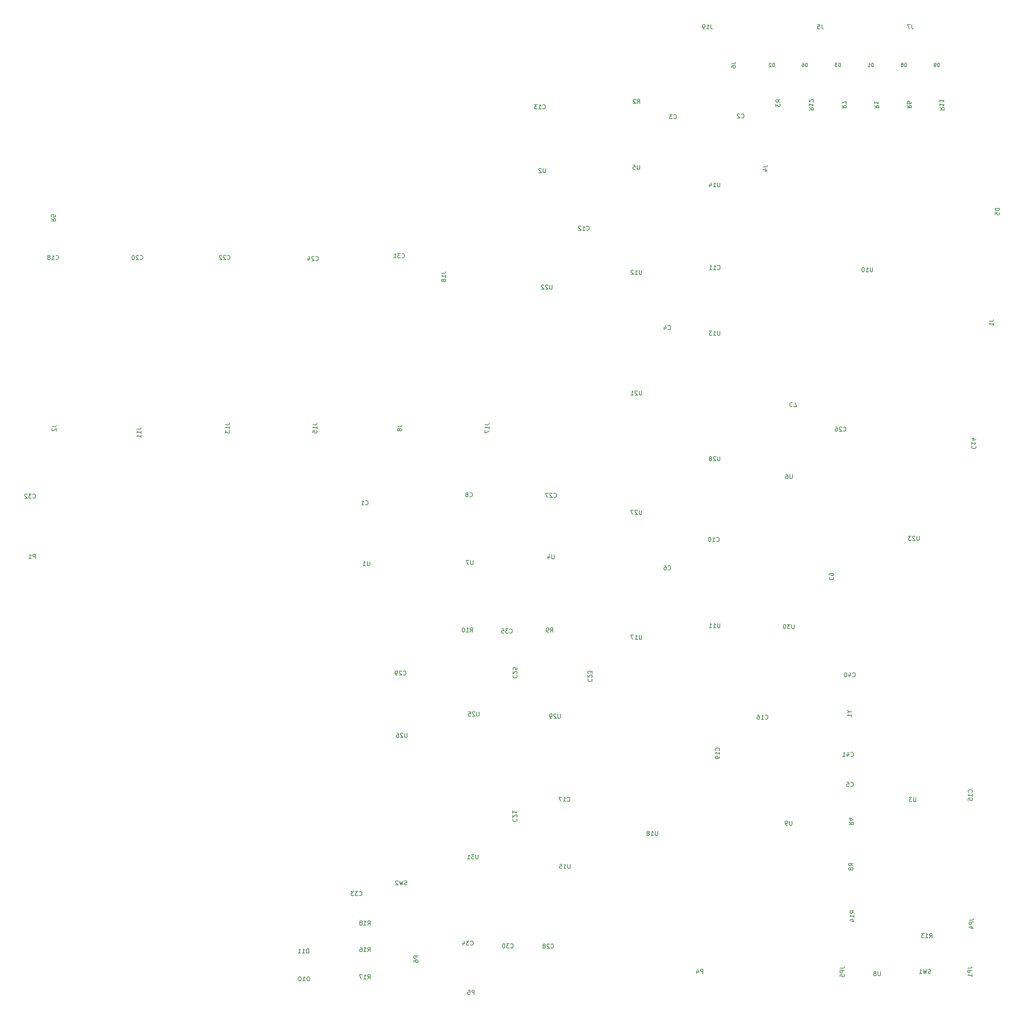
<source format=gbr>
%TF.GenerationSoftware,KiCad,Pcbnew,8.0.6*%
%TF.CreationDate,2025-05-26T10:20:57-05:00*%
%TF.ProjectId,CortexPC,436f7274-6578-4504-932e-6b696361645f,V0.5*%
%TF.SameCoordinates,Original*%
%TF.FileFunction,Legend,Bot*%
%TF.FilePolarity,Positive*%
%FSLAX46Y46*%
G04 Gerber Fmt 4.6, Leading zero omitted, Abs format (unit mm)*
G04 Created by KiCad (PCBNEW 8.0.6) date 2025-05-26 10:20:57*
%MOMM*%
%LPD*%
G01*
G04 APERTURE LIST*
%ADD10C,0.150000*%
%ADD11C,0.200000*%
G04 APERTURE END LIST*
D10*
X241742980Y-41314666D02*
X242219171Y-41647999D01*
X241742980Y-41886094D02*
X242742980Y-41886094D01*
X242742980Y-41886094D02*
X242742980Y-41505142D01*
X242742980Y-41505142D02*
X242695361Y-41409904D01*
X242695361Y-41409904D02*
X242647742Y-41362285D01*
X242647742Y-41362285D02*
X242552504Y-41314666D01*
X242552504Y-41314666D02*
X242409647Y-41314666D01*
X242409647Y-41314666D02*
X242314409Y-41362285D01*
X242314409Y-41362285D02*
X242266790Y-41409904D01*
X242266790Y-41409904D02*
X242219171Y-41505142D01*
X242219171Y-41505142D02*
X242219171Y-41886094D01*
X241742980Y-40362285D02*
X241742980Y-40933713D01*
X241742980Y-40647999D02*
X242742980Y-40647999D01*
X242742980Y-40647999D02*
X242600123Y-40743237D01*
X242600123Y-40743237D02*
X242504885Y-40838475D01*
X242504885Y-40838475D02*
X242457266Y-40933713D01*
X147821894Y-250027619D02*
X147821894Y-249027619D01*
X147821894Y-249027619D02*
X147440942Y-249027619D01*
X147440942Y-249027619D02*
X147345704Y-249075238D01*
X147345704Y-249075238D02*
X147298085Y-249122857D01*
X147298085Y-249122857D02*
X147250466Y-249218095D01*
X147250466Y-249218095D02*
X147250466Y-249360952D01*
X147250466Y-249360952D02*
X147298085Y-249456190D01*
X147298085Y-249456190D02*
X147345704Y-249503809D01*
X147345704Y-249503809D02*
X147440942Y-249551428D01*
X147440942Y-249551428D02*
X147821894Y-249551428D01*
X146345704Y-249027619D02*
X146821894Y-249027619D01*
X146821894Y-249027619D02*
X146869513Y-249503809D01*
X146869513Y-249503809D02*
X146821894Y-249456190D01*
X146821894Y-249456190D02*
X146726656Y-249408571D01*
X146726656Y-249408571D02*
X146488561Y-249408571D01*
X146488561Y-249408571D02*
X146393323Y-249456190D01*
X146393323Y-249456190D02*
X146345704Y-249503809D01*
X146345704Y-249503809D02*
X146298085Y-249599047D01*
X146298085Y-249599047D02*
X146298085Y-249837142D01*
X146298085Y-249837142D02*
X146345704Y-249932380D01*
X146345704Y-249932380D02*
X146393323Y-249980000D01*
X146393323Y-249980000D02*
X146488561Y-250027619D01*
X146488561Y-250027619D02*
X146726656Y-250027619D01*
X146726656Y-250027619D02*
X146821894Y-249980000D01*
X146821894Y-249980000D02*
X146869513Y-249932380D01*
X204892857Y-79735980D02*
X204940476Y-79783600D01*
X204940476Y-79783600D02*
X205083333Y-79831219D01*
X205083333Y-79831219D02*
X205178571Y-79831219D01*
X205178571Y-79831219D02*
X205321428Y-79783600D01*
X205321428Y-79783600D02*
X205416666Y-79688361D01*
X205416666Y-79688361D02*
X205464285Y-79593123D01*
X205464285Y-79593123D02*
X205511904Y-79402647D01*
X205511904Y-79402647D02*
X205511904Y-79259790D01*
X205511904Y-79259790D02*
X205464285Y-79069314D01*
X205464285Y-79069314D02*
X205416666Y-78974076D01*
X205416666Y-78974076D02*
X205321428Y-78878838D01*
X205321428Y-78878838D02*
X205178571Y-78831219D01*
X205178571Y-78831219D02*
X205083333Y-78831219D01*
X205083333Y-78831219D02*
X204940476Y-78878838D01*
X204940476Y-78878838D02*
X204892857Y-78926457D01*
X203940476Y-79831219D02*
X204511904Y-79831219D01*
X204226190Y-79831219D02*
X204226190Y-78831219D01*
X204226190Y-78831219D02*
X204321428Y-78974076D01*
X204321428Y-78974076D02*
X204416666Y-79069314D01*
X204416666Y-79069314D02*
X204511904Y-79116933D01*
X202988095Y-79831219D02*
X203559523Y-79831219D01*
X203273809Y-79831219D02*
X203273809Y-78831219D01*
X203273809Y-78831219D02*
X203369047Y-78974076D01*
X203369047Y-78974076D02*
X203464285Y-79069314D01*
X203464285Y-79069314D02*
X203559523Y-79116933D01*
X147548504Y-148095619D02*
X147548504Y-148905142D01*
X147548504Y-148905142D02*
X147500885Y-149000380D01*
X147500885Y-149000380D02*
X147453266Y-149048000D01*
X147453266Y-149048000D02*
X147358028Y-149095619D01*
X147358028Y-149095619D02*
X147167552Y-149095619D01*
X147167552Y-149095619D02*
X147072314Y-149048000D01*
X147072314Y-149048000D02*
X147024695Y-149000380D01*
X147024695Y-149000380D02*
X146977076Y-148905142D01*
X146977076Y-148905142D02*
X146977076Y-148095619D01*
X146596123Y-148095619D02*
X145929457Y-148095619D01*
X145929457Y-148095619D02*
X146358028Y-149095619D01*
X234077180Y-41314666D02*
X234553371Y-41647999D01*
X234077180Y-41886094D02*
X235077180Y-41886094D01*
X235077180Y-41886094D02*
X235077180Y-41505142D01*
X235077180Y-41505142D02*
X235029561Y-41409904D01*
X235029561Y-41409904D02*
X234981942Y-41362285D01*
X234981942Y-41362285D02*
X234886704Y-41314666D01*
X234886704Y-41314666D02*
X234743847Y-41314666D01*
X234743847Y-41314666D02*
X234648609Y-41362285D01*
X234648609Y-41362285D02*
X234600990Y-41409904D01*
X234600990Y-41409904D02*
X234553371Y-41505142D01*
X234553371Y-41505142D02*
X234553371Y-41886094D01*
X235077180Y-40981332D02*
X235077180Y-40314666D01*
X235077180Y-40314666D02*
X234077180Y-40743237D01*
X187115294Y-79947419D02*
X187115294Y-80756942D01*
X187115294Y-80756942D02*
X187067675Y-80852180D01*
X187067675Y-80852180D02*
X187020056Y-80899800D01*
X187020056Y-80899800D02*
X186924818Y-80947419D01*
X186924818Y-80947419D02*
X186734342Y-80947419D01*
X186734342Y-80947419D02*
X186639104Y-80899800D01*
X186639104Y-80899800D02*
X186591485Y-80852180D01*
X186591485Y-80852180D02*
X186543866Y-80756942D01*
X186543866Y-80756942D02*
X186543866Y-79947419D01*
X185543866Y-80947419D02*
X186115294Y-80947419D01*
X185829580Y-80947419D02*
X185829580Y-79947419D01*
X185829580Y-79947419D02*
X185924818Y-80090276D01*
X185924818Y-80090276D02*
X186020056Y-80185514D01*
X186020056Y-80185514D02*
X186115294Y-80233133D01*
X185162913Y-80042657D02*
X185115294Y-79995038D01*
X185115294Y-79995038D02*
X185020056Y-79947419D01*
X185020056Y-79947419D02*
X184781961Y-79947419D01*
X184781961Y-79947419D02*
X184686723Y-79995038D01*
X184686723Y-79995038D02*
X184639104Y-80042657D01*
X184639104Y-80042657D02*
X184591485Y-80137895D01*
X184591485Y-80137895D02*
X184591485Y-80233133D01*
X184591485Y-80233133D02*
X184639104Y-80375990D01*
X184639104Y-80375990D02*
X185210532Y-80947419D01*
X185210532Y-80947419D02*
X184591485Y-80947419D01*
X234408282Y-117691180D02*
X234455901Y-117738800D01*
X234455901Y-117738800D02*
X234598758Y-117786419D01*
X234598758Y-117786419D02*
X234693996Y-117786419D01*
X234693996Y-117786419D02*
X234836853Y-117738800D01*
X234836853Y-117738800D02*
X234932091Y-117643561D01*
X234932091Y-117643561D02*
X234979710Y-117548323D01*
X234979710Y-117548323D02*
X235027329Y-117357847D01*
X235027329Y-117357847D02*
X235027329Y-117214990D01*
X235027329Y-117214990D02*
X234979710Y-117024514D01*
X234979710Y-117024514D02*
X234932091Y-116929276D01*
X234932091Y-116929276D02*
X234836853Y-116834038D01*
X234836853Y-116834038D02*
X234693996Y-116786419D01*
X234693996Y-116786419D02*
X234598758Y-116786419D01*
X234598758Y-116786419D02*
X234455901Y-116834038D01*
X234455901Y-116834038D02*
X234408282Y-116881657D01*
X234027329Y-116881657D02*
X233979710Y-116834038D01*
X233979710Y-116834038D02*
X233884472Y-116786419D01*
X233884472Y-116786419D02*
X233646377Y-116786419D01*
X233646377Y-116786419D02*
X233551139Y-116834038D01*
X233551139Y-116834038D02*
X233503520Y-116881657D01*
X233503520Y-116881657D02*
X233455901Y-116976895D01*
X233455901Y-116976895D02*
X233455901Y-117072133D01*
X233455901Y-117072133D02*
X233503520Y-117214990D01*
X233503520Y-117214990D02*
X234074948Y-117786419D01*
X234074948Y-117786419D02*
X233455901Y-117786419D01*
X232598758Y-116786419D02*
X232789234Y-116786419D01*
X232789234Y-116786419D02*
X232884472Y-116834038D01*
X232884472Y-116834038D02*
X232932091Y-116881657D01*
X232932091Y-116881657D02*
X233027329Y-117024514D01*
X233027329Y-117024514D02*
X233074948Y-117214990D01*
X233074948Y-117214990D02*
X233074948Y-117595942D01*
X233074948Y-117595942D02*
X233027329Y-117691180D01*
X233027329Y-117691180D02*
X232979710Y-117738800D01*
X232979710Y-117738800D02*
X232884472Y-117786419D01*
X232884472Y-117786419D02*
X232693996Y-117786419D01*
X232693996Y-117786419D02*
X232598758Y-117738800D01*
X232598758Y-117738800D02*
X232551139Y-117691180D01*
X232551139Y-117691180D02*
X232503520Y-117595942D01*
X232503520Y-117595942D02*
X232503520Y-117357847D01*
X232503520Y-117357847D02*
X232551139Y-117262609D01*
X232551139Y-117262609D02*
X232598758Y-117214990D01*
X232598758Y-117214990D02*
X232693996Y-117167371D01*
X232693996Y-117167371D02*
X232884472Y-117167371D01*
X232884472Y-117167371D02*
X232979710Y-117214990D01*
X232979710Y-117214990D02*
X233027329Y-117262609D01*
X233027329Y-117262609D02*
X233074948Y-117357847D01*
X150305419Y-116233676D02*
X151019704Y-116233676D01*
X151019704Y-116233676D02*
X151162561Y-116186057D01*
X151162561Y-116186057D02*
X151257800Y-116090819D01*
X151257800Y-116090819D02*
X151305419Y-115947962D01*
X151305419Y-115947962D02*
X151305419Y-115852724D01*
X151305419Y-117233676D02*
X151305419Y-116662248D01*
X151305419Y-116947962D02*
X150305419Y-116947962D01*
X150305419Y-116947962D02*
X150448276Y-116852724D01*
X150448276Y-116852724D02*
X150543514Y-116757486D01*
X150543514Y-116757486D02*
X150591133Y-116662248D01*
X150305419Y-117567010D02*
X150305419Y-118233676D01*
X150305419Y-118233676D02*
X151305419Y-117805105D01*
X210487266Y-44150580D02*
X210534885Y-44198200D01*
X210534885Y-44198200D02*
X210677742Y-44245819D01*
X210677742Y-44245819D02*
X210772980Y-44245819D01*
X210772980Y-44245819D02*
X210915837Y-44198200D01*
X210915837Y-44198200D02*
X211011075Y-44102961D01*
X211011075Y-44102961D02*
X211058694Y-44007723D01*
X211058694Y-44007723D02*
X211106313Y-43817247D01*
X211106313Y-43817247D02*
X211106313Y-43674390D01*
X211106313Y-43674390D02*
X211058694Y-43483914D01*
X211058694Y-43483914D02*
X211011075Y-43388676D01*
X211011075Y-43388676D02*
X210915837Y-43293438D01*
X210915837Y-43293438D02*
X210772980Y-43245819D01*
X210772980Y-43245819D02*
X210677742Y-43245819D01*
X210677742Y-43245819D02*
X210534885Y-43293438D01*
X210534885Y-43293438D02*
X210487266Y-43341057D01*
X210106313Y-43341057D02*
X210058694Y-43293438D01*
X210058694Y-43293438D02*
X209963456Y-43245819D01*
X209963456Y-43245819D02*
X209725361Y-43245819D01*
X209725361Y-43245819D02*
X209630123Y-43293438D01*
X209630123Y-43293438D02*
X209582504Y-43341057D01*
X209582504Y-43341057D02*
X209534885Y-43436295D01*
X209534885Y-43436295D02*
X209534885Y-43531533D01*
X209534885Y-43531533D02*
X209582504Y-43674390D01*
X209582504Y-43674390D02*
X210153932Y-44245819D01*
X210153932Y-44245819D02*
X209534885Y-44245819D01*
X193291466Y-150271780D02*
X193339085Y-150319400D01*
X193339085Y-150319400D02*
X193481942Y-150367019D01*
X193481942Y-150367019D02*
X193577180Y-150367019D01*
X193577180Y-150367019D02*
X193720037Y-150319400D01*
X193720037Y-150319400D02*
X193815275Y-150224161D01*
X193815275Y-150224161D02*
X193862894Y-150128923D01*
X193862894Y-150128923D02*
X193910513Y-149938447D01*
X193910513Y-149938447D02*
X193910513Y-149795590D01*
X193910513Y-149795590D02*
X193862894Y-149605114D01*
X193862894Y-149605114D02*
X193815275Y-149509876D01*
X193815275Y-149509876D02*
X193720037Y-149414638D01*
X193720037Y-149414638D02*
X193577180Y-149367019D01*
X193577180Y-149367019D02*
X193481942Y-149367019D01*
X193481942Y-149367019D02*
X193339085Y-149414638D01*
X193339085Y-149414638D02*
X193291466Y-149462257D01*
X192434323Y-149367019D02*
X192624799Y-149367019D01*
X192624799Y-149367019D02*
X192720037Y-149414638D01*
X192720037Y-149414638D02*
X192767656Y-149462257D01*
X192767656Y-149462257D02*
X192862894Y-149605114D01*
X192862894Y-149605114D02*
X192910513Y-149795590D01*
X192910513Y-149795590D02*
X192910513Y-150176542D01*
X192910513Y-150176542D02*
X192862894Y-150271780D01*
X192862894Y-150271780D02*
X192815275Y-150319400D01*
X192815275Y-150319400D02*
X192720037Y-150367019D01*
X192720037Y-150367019D02*
X192529561Y-150367019D01*
X192529561Y-150367019D02*
X192434323Y-150319400D01*
X192434323Y-150319400D02*
X192386704Y-150271780D01*
X192386704Y-150271780D02*
X192339085Y-150176542D01*
X192339085Y-150176542D02*
X192339085Y-149938447D01*
X192339085Y-149938447D02*
X192386704Y-149843209D01*
X192386704Y-149843209D02*
X192434323Y-149795590D01*
X192434323Y-149795590D02*
X192529561Y-149747971D01*
X192529561Y-149747971D02*
X192720037Y-149747971D01*
X192720037Y-149747971D02*
X192815275Y-149795590D01*
X192815275Y-149795590D02*
X192862894Y-149843209D01*
X192862894Y-149843209D02*
X192910513Y-149938447D01*
X236141266Y-201097180D02*
X236188885Y-201144800D01*
X236188885Y-201144800D02*
X236331742Y-201192419D01*
X236331742Y-201192419D02*
X236426980Y-201192419D01*
X236426980Y-201192419D02*
X236569837Y-201144800D01*
X236569837Y-201144800D02*
X236665075Y-201049561D01*
X236665075Y-201049561D02*
X236712694Y-200954323D01*
X236712694Y-200954323D02*
X236760313Y-200763847D01*
X236760313Y-200763847D02*
X236760313Y-200620990D01*
X236760313Y-200620990D02*
X236712694Y-200430514D01*
X236712694Y-200430514D02*
X236665075Y-200335276D01*
X236665075Y-200335276D02*
X236569837Y-200240038D01*
X236569837Y-200240038D02*
X236426980Y-200192419D01*
X236426980Y-200192419D02*
X236331742Y-200192419D01*
X236331742Y-200192419D02*
X236188885Y-200240038D01*
X236188885Y-200240038D02*
X236141266Y-200287657D01*
X235236504Y-200192419D02*
X235712694Y-200192419D01*
X235712694Y-200192419D02*
X235760313Y-200668609D01*
X235760313Y-200668609D02*
X235712694Y-200620990D01*
X235712694Y-200620990D02*
X235617456Y-200573371D01*
X235617456Y-200573371D02*
X235379361Y-200573371D01*
X235379361Y-200573371D02*
X235284123Y-200620990D01*
X235284123Y-200620990D02*
X235236504Y-200668609D01*
X235236504Y-200668609D02*
X235188885Y-200763847D01*
X235188885Y-200763847D02*
X235188885Y-201001942D01*
X235188885Y-201001942D02*
X235236504Y-201097180D01*
X235236504Y-201097180D02*
X235284123Y-201144800D01*
X235284123Y-201144800D02*
X235379361Y-201192419D01*
X235379361Y-201192419D02*
X235617456Y-201192419D01*
X235617456Y-201192419D02*
X235712694Y-201144800D01*
X235712694Y-201144800D02*
X235760313Y-201097180D01*
X122833657Y-239978219D02*
X123166990Y-239502028D01*
X123405085Y-239978219D02*
X123405085Y-238978219D01*
X123405085Y-238978219D02*
X123024133Y-238978219D01*
X123024133Y-238978219D02*
X122928895Y-239025838D01*
X122928895Y-239025838D02*
X122881276Y-239073457D01*
X122881276Y-239073457D02*
X122833657Y-239168695D01*
X122833657Y-239168695D02*
X122833657Y-239311552D01*
X122833657Y-239311552D02*
X122881276Y-239406790D01*
X122881276Y-239406790D02*
X122928895Y-239454409D01*
X122928895Y-239454409D02*
X123024133Y-239502028D01*
X123024133Y-239502028D02*
X123405085Y-239502028D01*
X121881276Y-239978219D02*
X122452704Y-239978219D01*
X122166990Y-239978219D02*
X122166990Y-238978219D01*
X122166990Y-238978219D02*
X122262228Y-239121076D01*
X122262228Y-239121076D02*
X122357466Y-239216314D01*
X122357466Y-239216314D02*
X122452704Y-239263933D01*
X121024133Y-238978219D02*
X121214609Y-238978219D01*
X121214609Y-238978219D02*
X121309847Y-239025838D01*
X121309847Y-239025838D02*
X121357466Y-239073457D01*
X121357466Y-239073457D02*
X121452704Y-239216314D01*
X121452704Y-239216314D02*
X121500323Y-239406790D01*
X121500323Y-239406790D02*
X121500323Y-239787742D01*
X121500323Y-239787742D02*
X121452704Y-239882980D01*
X121452704Y-239882980D02*
X121405085Y-239930600D01*
X121405085Y-239930600D02*
X121309847Y-239978219D01*
X121309847Y-239978219D02*
X121119371Y-239978219D01*
X121119371Y-239978219D02*
X121024133Y-239930600D01*
X121024133Y-239930600D02*
X120976514Y-239882980D01*
X120976514Y-239882980D02*
X120928895Y-239787742D01*
X120928895Y-239787742D02*
X120928895Y-239549647D01*
X120928895Y-239549647D02*
X120976514Y-239454409D01*
X120976514Y-239454409D02*
X121024133Y-239406790D01*
X121024133Y-239406790D02*
X121119371Y-239359171D01*
X121119371Y-239359171D02*
X121309847Y-239359171D01*
X121309847Y-239359171D02*
X121405085Y-239406790D01*
X121405085Y-239406790D02*
X121452704Y-239454409D01*
X121452704Y-239454409D02*
X121500323Y-239549647D01*
X249408680Y-41314666D02*
X249884871Y-41647999D01*
X249408680Y-41886094D02*
X250408680Y-41886094D01*
X250408680Y-41886094D02*
X250408680Y-41505142D01*
X250408680Y-41505142D02*
X250361061Y-41409904D01*
X250361061Y-41409904D02*
X250313442Y-41362285D01*
X250313442Y-41362285D02*
X250218204Y-41314666D01*
X250218204Y-41314666D02*
X250075347Y-41314666D01*
X250075347Y-41314666D02*
X249980109Y-41362285D01*
X249980109Y-41362285D02*
X249932490Y-41409904D01*
X249932490Y-41409904D02*
X249884871Y-41505142D01*
X249884871Y-41505142D02*
X249884871Y-41886094D01*
X250408680Y-40457523D02*
X250408680Y-40647999D01*
X250408680Y-40647999D02*
X250361061Y-40743237D01*
X250361061Y-40743237D02*
X250313442Y-40790856D01*
X250313442Y-40790856D02*
X250170585Y-40886094D01*
X250170585Y-40886094D02*
X249980109Y-40933713D01*
X249980109Y-40933713D02*
X249599157Y-40933713D01*
X249599157Y-40933713D02*
X249503919Y-40886094D01*
X249503919Y-40886094D02*
X249456300Y-40838475D01*
X249456300Y-40838475D02*
X249408680Y-40743237D01*
X249408680Y-40743237D02*
X249408680Y-40552761D01*
X249408680Y-40552761D02*
X249456300Y-40457523D01*
X249456300Y-40457523D02*
X249503919Y-40409904D01*
X249503919Y-40409904D02*
X249599157Y-40362285D01*
X249599157Y-40362285D02*
X249837252Y-40362285D01*
X249837252Y-40362285D02*
X249932490Y-40409904D01*
X249932490Y-40409904D02*
X249980109Y-40457523D01*
X249980109Y-40457523D02*
X250027728Y-40552761D01*
X250027728Y-40552761D02*
X250027728Y-40743237D01*
X250027728Y-40743237D02*
X249980109Y-40838475D01*
X249980109Y-40838475D02*
X249932490Y-40886094D01*
X249932490Y-40886094D02*
X249837252Y-40933713D01*
X68660819Y-117300676D02*
X69375104Y-117300676D01*
X69375104Y-117300676D02*
X69517961Y-117253057D01*
X69517961Y-117253057D02*
X69613200Y-117157819D01*
X69613200Y-117157819D02*
X69660819Y-117014962D01*
X69660819Y-117014962D02*
X69660819Y-116919724D01*
X69660819Y-118300676D02*
X69660819Y-117729248D01*
X69660819Y-118014962D02*
X68660819Y-118014962D01*
X68660819Y-118014962D02*
X68803676Y-117919724D01*
X68803676Y-117919724D02*
X68898914Y-117824486D01*
X68898914Y-117824486D02*
X68946533Y-117729248D01*
X69660819Y-119253057D02*
X69660819Y-118681629D01*
X69660819Y-118967343D02*
X68660819Y-118967343D01*
X68660819Y-118967343D02*
X68803676Y-118872105D01*
X68803676Y-118872105D02*
X68898914Y-118776867D01*
X68898914Y-118776867D02*
X68946533Y-118681629D01*
X166488057Y-133253780D02*
X166535676Y-133301400D01*
X166535676Y-133301400D02*
X166678533Y-133349019D01*
X166678533Y-133349019D02*
X166773771Y-133349019D01*
X166773771Y-133349019D02*
X166916628Y-133301400D01*
X166916628Y-133301400D02*
X167011866Y-133206161D01*
X167011866Y-133206161D02*
X167059485Y-133110923D01*
X167059485Y-133110923D02*
X167107104Y-132920447D01*
X167107104Y-132920447D02*
X167107104Y-132777590D01*
X167107104Y-132777590D02*
X167059485Y-132587114D01*
X167059485Y-132587114D02*
X167011866Y-132491876D01*
X167011866Y-132491876D02*
X166916628Y-132396638D01*
X166916628Y-132396638D02*
X166773771Y-132349019D01*
X166773771Y-132349019D02*
X166678533Y-132349019D01*
X166678533Y-132349019D02*
X166535676Y-132396638D01*
X166535676Y-132396638D02*
X166488057Y-132444257D01*
X166107104Y-132444257D02*
X166059485Y-132396638D01*
X166059485Y-132396638D02*
X165964247Y-132349019D01*
X165964247Y-132349019D02*
X165726152Y-132349019D01*
X165726152Y-132349019D02*
X165630914Y-132396638D01*
X165630914Y-132396638D02*
X165583295Y-132444257D01*
X165583295Y-132444257D02*
X165535676Y-132539495D01*
X165535676Y-132539495D02*
X165535676Y-132634733D01*
X165535676Y-132634733D02*
X165583295Y-132777590D01*
X165583295Y-132777590D02*
X166154723Y-133349019D01*
X166154723Y-133349019D02*
X165535676Y-133349019D01*
X165202342Y-132349019D02*
X164535676Y-132349019D01*
X164535676Y-132349019D02*
X164964247Y-133349019D01*
X123291504Y-148349619D02*
X123291504Y-149159142D01*
X123291504Y-149159142D02*
X123243885Y-149254380D01*
X123243885Y-149254380D02*
X123196266Y-149302000D01*
X123196266Y-149302000D02*
X123101028Y-149349619D01*
X123101028Y-149349619D02*
X122910552Y-149349619D01*
X122910552Y-149349619D02*
X122815314Y-149302000D01*
X122815314Y-149302000D02*
X122767695Y-149254380D01*
X122767695Y-149254380D02*
X122720076Y-149159142D01*
X122720076Y-149159142D02*
X122720076Y-148349619D01*
X121720076Y-149349619D02*
X122291504Y-149349619D01*
X122005790Y-149349619D02*
X122005790Y-148349619D01*
X122005790Y-148349619D02*
X122101028Y-148492476D01*
X122101028Y-148492476D02*
X122196266Y-148587714D01*
X122196266Y-148587714D02*
X122291504Y-148635333D01*
X252240894Y-142406019D02*
X252240894Y-143215542D01*
X252240894Y-143215542D02*
X252193275Y-143310780D01*
X252193275Y-143310780D02*
X252145656Y-143358400D01*
X252145656Y-143358400D02*
X252050418Y-143406019D01*
X252050418Y-143406019D02*
X251859942Y-143406019D01*
X251859942Y-143406019D02*
X251764704Y-143358400D01*
X251764704Y-143358400D02*
X251717085Y-143310780D01*
X251717085Y-143310780D02*
X251669466Y-143215542D01*
X251669466Y-143215542D02*
X251669466Y-142406019D01*
X251240894Y-142501257D02*
X251193275Y-142453638D01*
X251193275Y-142453638D02*
X251098037Y-142406019D01*
X251098037Y-142406019D02*
X250859942Y-142406019D01*
X250859942Y-142406019D02*
X250764704Y-142453638D01*
X250764704Y-142453638D02*
X250717085Y-142501257D01*
X250717085Y-142501257D02*
X250669466Y-142596495D01*
X250669466Y-142596495D02*
X250669466Y-142691733D01*
X250669466Y-142691733D02*
X250717085Y-142834590D01*
X250717085Y-142834590D02*
X251288513Y-143406019D01*
X251288513Y-143406019D02*
X250669466Y-143406019D01*
X250336132Y-142406019D02*
X249717085Y-142406019D01*
X249717085Y-142406019D02*
X250050418Y-142786971D01*
X250050418Y-142786971D02*
X249907561Y-142786971D01*
X249907561Y-142786971D02*
X249812323Y-142834590D01*
X249812323Y-142834590D02*
X249764704Y-142882209D01*
X249764704Y-142882209D02*
X249717085Y-142977447D01*
X249717085Y-142977447D02*
X249717085Y-143215542D01*
X249717085Y-143215542D02*
X249764704Y-143310780D01*
X249764704Y-143310780D02*
X249812323Y-143358400D01*
X249812323Y-143358400D02*
X249907561Y-143406019D01*
X249907561Y-143406019D02*
X250193275Y-143406019D01*
X250193275Y-143406019D02*
X250288513Y-143358400D01*
X250288513Y-143358400D02*
X250336132Y-143310780D01*
X166084094Y-83452619D02*
X166084094Y-84262142D01*
X166084094Y-84262142D02*
X166036475Y-84357380D01*
X166036475Y-84357380D02*
X165988856Y-84405000D01*
X165988856Y-84405000D02*
X165893618Y-84452619D01*
X165893618Y-84452619D02*
X165703142Y-84452619D01*
X165703142Y-84452619D02*
X165607904Y-84405000D01*
X165607904Y-84405000D02*
X165560285Y-84357380D01*
X165560285Y-84357380D02*
X165512666Y-84262142D01*
X165512666Y-84262142D02*
X165512666Y-83452619D01*
X165084094Y-83547857D02*
X165036475Y-83500238D01*
X165036475Y-83500238D02*
X164941237Y-83452619D01*
X164941237Y-83452619D02*
X164703142Y-83452619D01*
X164703142Y-83452619D02*
X164607904Y-83500238D01*
X164607904Y-83500238D02*
X164560285Y-83547857D01*
X164560285Y-83547857D02*
X164512666Y-83643095D01*
X164512666Y-83643095D02*
X164512666Y-83738333D01*
X164512666Y-83738333D02*
X164560285Y-83881190D01*
X164560285Y-83881190D02*
X165131713Y-84452619D01*
X165131713Y-84452619D02*
X164512666Y-84452619D01*
X164131713Y-83547857D02*
X164084094Y-83500238D01*
X164084094Y-83500238D02*
X163988856Y-83452619D01*
X163988856Y-83452619D02*
X163750761Y-83452619D01*
X163750761Y-83452619D02*
X163655523Y-83500238D01*
X163655523Y-83500238D02*
X163607904Y-83547857D01*
X163607904Y-83547857D02*
X163560285Y-83643095D01*
X163560285Y-83643095D02*
X163560285Y-83738333D01*
X163560285Y-83738333D02*
X163607904Y-83881190D01*
X163607904Y-83881190D02*
X164179332Y-84452619D01*
X164179332Y-84452619D02*
X163560285Y-84452619D01*
X48565780Y-67849066D02*
X49041971Y-68182399D01*
X48565780Y-68420494D02*
X49565780Y-68420494D01*
X49565780Y-68420494D02*
X49565780Y-68039542D01*
X49565780Y-68039542D02*
X49518161Y-67944304D01*
X49518161Y-67944304D02*
X49470542Y-67896685D01*
X49470542Y-67896685D02*
X49375304Y-67849066D01*
X49375304Y-67849066D02*
X49232447Y-67849066D01*
X49232447Y-67849066D02*
X49137209Y-67896685D01*
X49137209Y-67896685D02*
X49089590Y-67944304D01*
X49089590Y-67944304D02*
X49041971Y-68039542D01*
X49041971Y-68039542D02*
X49041971Y-68420494D01*
X49565780Y-66944304D02*
X49565780Y-67420494D01*
X49565780Y-67420494D02*
X49089590Y-67468113D01*
X49089590Y-67468113D02*
X49137209Y-67420494D01*
X49137209Y-67420494D02*
X49184828Y-67325256D01*
X49184828Y-67325256D02*
X49184828Y-67087161D01*
X49184828Y-67087161D02*
X49137209Y-66991923D01*
X49137209Y-66991923D02*
X49089590Y-66944304D01*
X49089590Y-66944304D02*
X48994352Y-66896685D01*
X48994352Y-66896685D02*
X48756257Y-66896685D01*
X48756257Y-66896685D02*
X48661019Y-66944304D01*
X48661019Y-66944304D02*
X48613400Y-66991923D01*
X48613400Y-66991923D02*
X48565780Y-67087161D01*
X48565780Y-67087161D02*
X48565780Y-67325256D01*
X48565780Y-67325256D02*
X48613400Y-67420494D01*
X48613400Y-67420494D02*
X48661019Y-67468113D01*
X169637657Y-204602380D02*
X169685276Y-204650000D01*
X169685276Y-204650000D02*
X169828133Y-204697619D01*
X169828133Y-204697619D02*
X169923371Y-204697619D01*
X169923371Y-204697619D02*
X170066228Y-204650000D01*
X170066228Y-204650000D02*
X170161466Y-204554761D01*
X170161466Y-204554761D02*
X170209085Y-204459523D01*
X170209085Y-204459523D02*
X170256704Y-204269047D01*
X170256704Y-204269047D02*
X170256704Y-204126190D01*
X170256704Y-204126190D02*
X170209085Y-203935714D01*
X170209085Y-203935714D02*
X170161466Y-203840476D01*
X170161466Y-203840476D02*
X170066228Y-203745238D01*
X170066228Y-203745238D02*
X169923371Y-203697619D01*
X169923371Y-203697619D02*
X169828133Y-203697619D01*
X169828133Y-203697619D02*
X169685276Y-203745238D01*
X169685276Y-203745238D02*
X169637657Y-203792857D01*
X168685276Y-204697619D02*
X169256704Y-204697619D01*
X168970990Y-204697619D02*
X168970990Y-203697619D01*
X168970990Y-203697619D02*
X169066228Y-203840476D01*
X169066228Y-203840476D02*
X169161466Y-203935714D01*
X169161466Y-203935714D02*
X169256704Y-203983333D01*
X168351942Y-203697619D02*
X167685276Y-203697619D01*
X167685276Y-203697619D02*
X168113847Y-204697619D01*
X250497933Y-22314819D02*
X250497933Y-23029104D01*
X250497933Y-23029104D02*
X250545552Y-23171961D01*
X250545552Y-23171961D02*
X250640790Y-23267200D01*
X250640790Y-23267200D02*
X250783647Y-23314819D01*
X250783647Y-23314819D02*
X250878885Y-23314819D01*
X250116980Y-22314819D02*
X249450314Y-22314819D01*
X249450314Y-22314819D02*
X249878885Y-23314819D01*
X134643019Y-240993705D02*
X133643019Y-240993705D01*
X133643019Y-240993705D02*
X133643019Y-241374657D01*
X133643019Y-241374657D02*
X133690638Y-241469895D01*
X133690638Y-241469895D02*
X133738257Y-241517514D01*
X133738257Y-241517514D02*
X133833495Y-241565133D01*
X133833495Y-241565133D02*
X133976352Y-241565133D01*
X133976352Y-241565133D02*
X134071590Y-241517514D01*
X134071590Y-241517514D02*
X134119209Y-241469895D01*
X134119209Y-241469895D02*
X134166828Y-241374657D01*
X134166828Y-241374657D02*
X134166828Y-240993705D01*
X133643019Y-242422276D02*
X133643019Y-242231800D01*
X133643019Y-242231800D02*
X133690638Y-242136562D01*
X133690638Y-242136562D02*
X133738257Y-242088943D01*
X133738257Y-242088943D02*
X133881114Y-241993705D01*
X133881114Y-241993705D02*
X134071590Y-241946086D01*
X134071590Y-241946086D02*
X134452542Y-241946086D01*
X134452542Y-241946086D02*
X134547780Y-241993705D01*
X134547780Y-241993705D02*
X134595400Y-242041324D01*
X134595400Y-242041324D02*
X134643019Y-242136562D01*
X134643019Y-242136562D02*
X134643019Y-242327038D01*
X134643019Y-242327038D02*
X134595400Y-242422276D01*
X134595400Y-242422276D02*
X134547780Y-242469895D01*
X134547780Y-242469895D02*
X134452542Y-242517514D01*
X134452542Y-242517514D02*
X134214447Y-242517514D01*
X134214447Y-242517514D02*
X134119209Y-242469895D01*
X134119209Y-242469895D02*
X134071590Y-242422276D01*
X134071590Y-242422276D02*
X134023971Y-242327038D01*
X134023971Y-242327038D02*
X134023971Y-242136562D01*
X134023971Y-242136562D02*
X134071590Y-242041324D01*
X134071590Y-242041324D02*
X134119209Y-241993705D01*
X134119209Y-241993705D02*
X134214447Y-241946086D01*
X120861057Y-226724380D02*
X120908676Y-226772000D01*
X120908676Y-226772000D02*
X121051533Y-226819619D01*
X121051533Y-226819619D02*
X121146771Y-226819619D01*
X121146771Y-226819619D02*
X121289628Y-226772000D01*
X121289628Y-226772000D02*
X121384866Y-226676761D01*
X121384866Y-226676761D02*
X121432485Y-226581523D01*
X121432485Y-226581523D02*
X121480104Y-226391047D01*
X121480104Y-226391047D02*
X121480104Y-226248190D01*
X121480104Y-226248190D02*
X121432485Y-226057714D01*
X121432485Y-226057714D02*
X121384866Y-225962476D01*
X121384866Y-225962476D02*
X121289628Y-225867238D01*
X121289628Y-225867238D02*
X121146771Y-225819619D01*
X121146771Y-225819619D02*
X121051533Y-225819619D01*
X121051533Y-225819619D02*
X120908676Y-225867238D01*
X120908676Y-225867238D02*
X120861057Y-225914857D01*
X120527723Y-225819619D02*
X119908676Y-225819619D01*
X119908676Y-225819619D02*
X120242009Y-226200571D01*
X120242009Y-226200571D02*
X120099152Y-226200571D01*
X120099152Y-226200571D02*
X120003914Y-226248190D01*
X120003914Y-226248190D02*
X119956295Y-226295809D01*
X119956295Y-226295809D02*
X119908676Y-226391047D01*
X119908676Y-226391047D02*
X119908676Y-226629142D01*
X119908676Y-226629142D02*
X119956295Y-226724380D01*
X119956295Y-226724380D02*
X120003914Y-226772000D01*
X120003914Y-226772000D02*
X120099152Y-226819619D01*
X120099152Y-226819619D02*
X120384866Y-226819619D01*
X120384866Y-226819619D02*
X120480104Y-226772000D01*
X120480104Y-226772000D02*
X120527723Y-226724380D01*
X119575342Y-225819619D02*
X118956295Y-225819619D01*
X118956295Y-225819619D02*
X119289628Y-226200571D01*
X119289628Y-226200571D02*
X119146771Y-226200571D01*
X119146771Y-226200571D02*
X119051533Y-226248190D01*
X119051533Y-226248190D02*
X119003914Y-226295809D01*
X119003914Y-226295809D02*
X118956295Y-226391047D01*
X118956295Y-226391047D02*
X118956295Y-226629142D01*
X118956295Y-226629142D02*
X119003914Y-226724380D01*
X119003914Y-226724380D02*
X119051533Y-226772000D01*
X119051533Y-226772000D02*
X119146771Y-226819619D01*
X119146771Y-226819619D02*
X119432485Y-226819619D01*
X119432485Y-226819619D02*
X119527723Y-226772000D01*
X119527723Y-226772000D02*
X119575342Y-226724380D01*
X222897894Y-163138019D02*
X222897894Y-163947542D01*
X222897894Y-163947542D02*
X222850275Y-164042780D01*
X222850275Y-164042780D02*
X222802656Y-164090400D01*
X222802656Y-164090400D02*
X222707418Y-164138019D01*
X222707418Y-164138019D02*
X222516942Y-164138019D01*
X222516942Y-164138019D02*
X222421704Y-164090400D01*
X222421704Y-164090400D02*
X222374085Y-164042780D01*
X222374085Y-164042780D02*
X222326466Y-163947542D01*
X222326466Y-163947542D02*
X222326466Y-163138019D01*
X221945513Y-163138019D02*
X221326466Y-163138019D01*
X221326466Y-163138019D02*
X221659799Y-163518971D01*
X221659799Y-163518971D02*
X221516942Y-163518971D01*
X221516942Y-163518971D02*
X221421704Y-163566590D01*
X221421704Y-163566590D02*
X221374085Y-163614209D01*
X221374085Y-163614209D02*
X221326466Y-163709447D01*
X221326466Y-163709447D02*
X221326466Y-163947542D01*
X221326466Y-163947542D02*
X221374085Y-164042780D01*
X221374085Y-164042780D02*
X221421704Y-164090400D01*
X221421704Y-164090400D02*
X221516942Y-164138019D01*
X221516942Y-164138019D02*
X221802656Y-164138019D01*
X221802656Y-164138019D02*
X221897894Y-164090400D01*
X221897894Y-164090400D02*
X221945513Y-164042780D01*
X220707418Y-163138019D02*
X220612180Y-163138019D01*
X220612180Y-163138019D02*
X220516942Y-163185638D01*
X220516942Y-163185638D02*
X220469323Y-163233257D01*
X220469323Y-163233257D02*
X220421704Y-163328495D01*
X220421704Y-163328495D02*
X220374085Y-163518971D01*
X220374085Y-163518971D02*
X220374085Y-163757066D01*
X220374085Y-163757066D02*
X220421704Y-163947542D01*
X220421704Y-163947542D02*
X220469323Y-164042780D01*
X220469323Y-164042780D02*
X220516942Y-164090400D01*
X220516942Y-164090400D02*
X220612180Y-164138019D01*
X220612180Y-164138019D02*
X220707418Y-164138019D01*
X220707418Y-164138019D02*
X220802656Y-164090400D01*
X220802656Y-164090400D02*
X220850275Y-164042780D01*
X220850275Y-164042780D02*
X220897894Y-163947542D01*
X220897894Y-163947542D02*
X220945513Y-163757066D01*
X220945513Y-163757066D02*
X220945513Y-163518971D01*
X220945513Y-163518971D02*
X220897894Y-163328495D01*
X220897894Y-163328495D02*
X220850275Y-163233257D01*
X220850275Y-163233257D02*
X220802656Y-163185638D01*
X220802656Y-163185638D02*
X220707418Y-163138019D01*
X254928132Y-245070600D02*
X254785275Y-245118219D01*
X254785275Y-245118219D02*
X254547180Y-245118219D01*
X254547180Y-245118219D02*
X254451942Y-245070600D01*
X254451942Y-245070600D02*
X254404323Y-245022980D01*
X254404323Y-245022980D02*
X254356704Y-244927742D01*
X254356704Y-244927742D02*
X254356704Y-244832504D01*
X254356704Y-244832504D02*
X254404323Y-244737266D01*
X254404323Y-244737266D02*
X254451942Y-244689647D01*
X254451942Y-244689647D02*
X254547180Y-244642028D01*
X254547180Y-244642028D02*
X254737656Y-244594409D01*
X254737656Y-244594409D02*
X254832894Y-244546790D01*
X254832894Y-244546790D02*
X254880513Y-244499171D01*
X254880513Y-244499171D02*
X254928132Y-244403933D01*
X254928132Y-244403933D02*
X254928132Y-244308695D01*
X254928132Y-244308695D02*
X254880513Y-244213457D01*
X254880513Y-244213457D02*
X254832894Y-244165838D01*
X254832894Y-244165838D02*
X254737656Y-244118219D01*
X254737656Y-244118219D02*
X254499561Y-244118219D01*
X254499561Y-244118219D02*
X254356704Y-244165838D01*
X254023370Y-244118219D02*
X253785275Y-245118219D01*
X253785275Y-245118219D02*
X253594799Y-244403933D01*
X253594799Y-244403933D02*
X253404323Y-245118219D01*
X253404323Y-245118219D02*
X253166228Y-244118219D01*
X252261466Y-245118219D02*
X252832894Y-245118219D01*
X252547180Y-245118219D02*
X252547180Y-244118219D01*
X252547180Y-244118219D02*
X252642418Y-244261076D01*
X252642418Y-244261076D02*
X252737656Y-244356314D01*
X252737656Y-244356314D02*
X252832894Y-244403933D01*
X156992019Y-175120257D02*
X156944400Y-175167876D01*
X156944400Y-175167876D02*
X156896780Y-175310733D01*
X156896780Y-175310733D02*
X156896780Y-175405971D01*
X156896780Y-175405971D02*
X156944400Y-175548828D01*
X156944400Y-175548828D02*
X157039638Y-175644066D01*
X157039638Y-175644066D02*
X157134876Y-175691685D01*
X157134876Y-175691685D02*
X157325352Y-175739304D01*
X157325352Y-175739304D02*
X157468209Y-175739304D01*
X157468209Y-175739304D02*
X157658685Y-175691685D01*
X157658685Y-175691685D02*
X157753923Y-175644066D01*
X157753923Y-175644066D02*
X157849161Y-175548828D01*
X157849161Y-175548828D02*
X157896780Y-175405971D01*
X157896780Y-175405971D02*
X157896780Y-175310733D01*
X157896780Y-175310733D02*
X157849161Y-175167876D01*
X157849161Y-175167876D02*
X157801542Y-175120257D01*
X157801542Y-174739304D02*
X157849161Y-174691685D01*
X157849161Y-174691685D02*
X157896780Y-174596447D01*
X157896780Y-174596447D02*
X157896780Y-174358352D01*
X157896780Y-174358352D02*
X157849161Y-174263114D01*
X157849161Y-174263114D02*
X157801542Y-174215495D01*
X157801542Y-174215495D02*
X157706304Y-174167876D01*
X157706304Y-174167876D02*
X157611066Y-174167876D01*
X157611066Y-174167876D02*
X157468209Y-174215495D01*
X157468209Y-174215495D02*
X156896780Y-174786923D01*
X156896780Y-174786923D02*
X156896780Y-174167876D01*
X157896780Y-173263114D02*
X157896780Y-173739304D01*
X157896780Y-173739304D02*
X157420590Y-173786923D01*
X157420590Y-173786923D02*
X157468209Y-173739304D01*
X157468209Y-173739304D02*
X157515828Y-173644066D01*
X157515828Y-173644066D02*
X157515828Y-173405971D01*
X157515828Y-173405971D02*
X157468209Y-173310733D01*
X157468209Y-173310733D02*
X157420590Y-173263114D01*
X157420590Y-173263114D02*
X157325352Y-173215495D01*
X157325352Y-173215495D02*
X157087257Y-173215495D01*
X157087257Y-173215495D02*
X156992019Y-173263114D01*
X156992019Y-173263114D02*
X156944400Y-173310733D01*
X156944400Y-173310733D02*
X156896780Y-173405971D01*
X156896780Y-173405971D02*
X156896780Y-173644066D01*
X156896780Y-173644066D02*
X156944400Y-173739304D01*
X156944400Y-173739304D02*
X156992019Y-173786923D01*
X174594219Y-175962257D02*
X174546600Y-176009876D01*
X174546600Y-176009876D02*
X174498980Y-176152733D01*
X174498980Y-176152733D02*
X174498980Y-176247971D01*
X174498980Y-176247971D02*
X174546600Y-176390828D01*
X174546600Y-176390828D02*
X174641838Y-176486066D01*
X174641838Y-176486066D02*
X174737076Y-176533685D01*
X174737076Y-176533685D02*
X174927552Y-176581304D01*
X174927552Y-176581304D02*
X175070409Y-176581304D01*
X175070409Y-176581304D02*
X175260885Y-176533685D01*
X175260885Y-176533685D02*
X175356123Y-176486066D01*
X175356123Y-176486066D02*
X175451361Y-176390828D01*
X175451361Y-176390828D02*
X175498980Y-176247971D01*
X175498980Y-176247971D02*
X175498980Y-176152733D01*
X175498980Y-176152733D02*
X175451361Y-176009876D01*
X175451361Y-176009876D02*
X175403742Y-175962257D01*
X175403742Y-175581304D02*
X175451361Y-175533685D01*
X175451361Y-175533685D02*
X175498980Y-175438447D01*
X175498980Y-175438447D02*
X175498980Y-175200352D01*
X175498980Y-175200352D02*
X175451361Y-175105114D01*
X175451361Y-175105114D02*
X175403742Y-175057495D01*
X175403742Y-175057495D02*
X175308504Y-175009876D01*
X175308504Y-175009876D02*
X175213266Y-175009876D01*
X175213266Y-175009876D02*
X175070409Y-175057495D01*
X175070409Y-175057495D02*
X174498980Y-175628923D01*
X174498980Y-175628923D02*
X174498980Y-175009876D01*
X175498980Y-174676542D02*
X175498980Y-174057495D01*
X175498980Y-174057495D02*
X175118028Y-174390828D01*
X175118028Y-174390828D02*
X175118028Y-174247971D01*
X175118028Y-174247971D02*
X175070409Y-174152733D01*
X175070409Y-174152733D02*
X175022790Y-174105114D01*
X175022790Y-174105114D02*
X174927552Y-174057495D01*
X174927552Y-174057495D02*
X174689457Y-174057495D01*
X174689457Y-174057495D02*
X174594219Y-174105114D01*
X174594219Y-174105114D02*
X174546600Y-174152733D01*
X174546600Y-174152733D02*
X174498980Y-174247971D01*
X174498980Y-174247971D02*
X174498980Y-174533685D01*
X174498980Y-174533685D02*
X174546600Y-174628923D01*
X174546600Y-174628923D02*
X174594219Y-174676542D01*
X170325894Y-219444219D02*
X170325894Y-220253742D01*
X170325894Y-220253742D02*
X170278275Y-220348980D01*
X170278275Y-220348980D02*
X170230656Y-220396600D01*
X170230656Y-220396600D02*
X170135418Y-220444219D01*
X170135418Y-220444219D02*
X169944942Y-220444219D01*
X169944942Y-220444219D02*
X169849704Y-220396600D01*
X169849704Y-220396600D02*
X169802085Y-220348980D01*
X169802085Y-220348980D02*
X169754466Y-220253742D01*
X169754466Y-220253742D02*
X169754466Y-219444219D01*
X168754466Y-220444219D02*
X169325894Y-220444219D01*
X169040180Y-220444219D02*
X169040180Y-219444219D01*
X169040180Y-219444219D02*
X169135418Y-219587076D01*
X169135418Y-219587076D02*
X169230656Y-219682314D01*
X169230656Y-219682314D02*
X169325894Y-219729933D01*
X167849704Y-219444219D02*
X168325894Y-219444219D01*
X168325894Y-219444219D02*
X168373513Y-219920409D01*
X168373513Y-219920409D02*
X168325894Y-219872790D01*
X168325894Y-219872790D02*
X168230656Y-219825171D01*
X168230656Y-219825171D02*
X167992561Y-219825171D01*
X167992561Y-219825171D02*
X167897323Y-219872790D01*
X167897323Y-219872790D02*
X167849704Y-219920409D01*
X167849704Y-219920409D02*
X167802085Y-220015647D01*
X167802085Y-220015647D02*
X167802085Y-220253742D01*
X167802085Y-220253742D02*
X167849704Y-220348980D01*
X167849704Y-220348980D02*
X167897323Y-220396600D01*
X167897323Y-220396600D02*
X167992561Y-220444219D01*
X167992561Y-220444219D02*
X168230656Y-220444219D01*
X168230656Y-220444219D02*
X168325894Y-220396600D01*
X168325894Y-220396600D02*
X168373513Y-220348980D01*
X194612266Y-44328380D02*
X194659885Y-44376000D01*
X194659885Y-44376000D02*
X194802742Y-44423619D01*
X194802742Y-44423619D02*
X194897980Y-44423619D01*
X194897980Y-44423619D02*
X195040837Y-44376000D01*
X195040837Y-44376000D02*
X195136075Y-44280761D01*
X195136075Y-44280761D02*
X195183694Y-44185523D01*
X195183694Y-44185523D02*
X195231313Y-43995047D01*
X195231313Y-43995047D02*
X195231313Y-43852190D01*
X195231313Y-43852190D02*
X195183694Y-43661714D01*
X195183694Y-43661714D02*
X195136075Y-43566476D01*
X195136075Y-43566476D02*
X195040837Y-43471238D01*
X195040837Y-43471238D02*
X194897980Y-43423619D01*
X194897980Y-43423619D02*
X194802742Y-43423619D01*
X194802742Y-43423619D02*
X194659885Y-43471238D01*
X194659885Y-43471238D02*
X194612266Y-43518857D01*
X194278932Y-43423619D02*
X193659885Y-43423619D01*
X193659885Y-43423619D02*
X193993218Y-43804571D01*
X193993218Y-43804571D02*
X193850361Y-43804571D01*
X193850361Y-43804571D02*
X193755123Y-43852190D01*
X193755123Y-43852190D02*
X193707504Y-43899809D01*
X193707504Y-43899809D02*
X193659885Y-43995047D01*
X193659885Y-43995047D02*
X193659885Y-44233142D01*
X193659885Y-44233142D02*
X193707504Y-44328380D01*
X193707504Y-44328380D02*
X193755123Y-44376000D01*
X193755123Y-44376000D02*
X193850361Y-44423619D01*
X193850361Y-44423619D02*
X194136075Y-44423619D01*
X194136075Y-44423619D02*
X194231313Y-44376000D01*
X194231313Y-44376000D02*
X194278932Y-44328380D01*
D11*
X249211075Y-32185895D02*
X249211075Y-31385895D01*
X249211075Y-31385895D02*
X249020599Y-31385895D01*
X249020599Y-31385895D02*
X248906313Y-31423990D01*
X248906313Y-31423990D02*
X248830123Y-31500180D01*
X248830123Y-31500180D02*
X248792028Y-31576371D01*
X248792028Y-31576371D02*
X248753932Y-31728752D01*
X248753932Y-31728752D02*
X248753932Y-31843038D01*
X248753932Y-31843038D02*
X248792028Y-31995419D01*
X248792028Y-31995419D02*
X248830123Y-32071609D01*
X248830123Y-32071609D02*
X248906313Y-32147800D01*
X248906313Y-32147800D02*
X249020599Y-32185895D01*
X249020599Y-32185895D02*
X249211075Y-32185895D01*
X248296790Y-31728752D02*
X248372980Y-31690657D01*
X248372980Y-31690657D02*
X248411075Y-31652561D01*
X248411075Y-31652561D02*
X248449171Y-31576371D01*
X248449171Y-31576371D02*
X248449171Y-31538276D01*
X248449171Y-31538276D02*
X248411075Y-31462085D01*
X248411075Y-31462085D02*
X248372980Y-31423990D01*
X248372980Y-31423990D02*
X248296790Y-31385895D01*
X248296790Y-31385895D02*
X248144409Y-31385895D01*
X248144409Y-31385895D02*
X248068218Y-31423990D01*
X248068218Y-31423990D02*
X248030123Y-31462085D01*
X248030123Y-31462085D02*
X247992028Y-31538276D01*
X247992028Y-31538276D02*
X247992028Y-31576371D01*
X247992028Y-31576371D02*
X248030123Y-31652561D01*
X248030123Y-31652561D02*
X248068218Y-31690657D01*
X248068218Y-31690657D02*
X248144409Y-31728752D01*
X248144409Y-31728752D02*
X248296790Y-31728752D01*
X248296790Y-31728752D02*
X248372980Y-31766847D01*
X248372980Y-31766847D02*
X248411075Y-31804942D01*
X248411075Y-31804942D02*
X248449171Y-31881133D01*
X248449171Y-31881133D02*
X248449171Y-32033514D01*
X248449171Y-32033514D02*
X248411075Y-32109704D01*
X248411075Y-32109704D02*
X248372980Y-32147800D01*
X248372980Y-32147800D02*
X248296790Y-32185895D01*
X248296790Y-32185895D02*
X248144409Y-32185895D01*
X248144409Y-32185895D02*
X248068218Y-32147800D01*
X248068218Y-32147800D02*
X248030123Y-32109704D01*
X248030123Y-32109704D02*
X247992028Y-32033514D01*
X247992028Y-32033514D02*
X247992028Y-31881133D01*
X247992028Y-31881133D02*
X248030123Y-31804942D01*
X248030123Y-31804942D02*
X248068218Y-31766847D01*
X248068218Y-31766847D02*
X248144409Y-31728752D01*
D10*
X236701619Y-219856733D02*
X236225428Y-219523400D01*
X236701619Y-219285305D02*
X235701619Y-219285305D01*
X235701619Y-219285305D02*
X235701619Y-219666257D01*
X235701619Y-219666257D02*
X235749238Y-219761495D01*
X235749238Y-219761495D02*
X235796857Y-219809114D01*
X235796857Y-219809114D02*
X235892095Y-219856733D01*
X235892095Y-219856733D02*
X236034952Y-219856733D01*
X236034952Y-219856733D02*
X236130190Y-219809114D01*
X236130190Y-219809114D02*
X236177809Y-219761495D01*
X236177809Y-219761495D02*
X236225428Y-219666257D01*
X236225428Y-219666257D02*
X236225428Y-219285305D01*
X236130190Y-220428162D02*
X236082571Y-220332924D01*
X236082571Y-220332924D02*
X236034952Y-220285305D01*
X236034952Y-220285305D02*
X235939714Y-220237686D01*
X235939714Y-220237686D02*
X235892095Y-220237686D01*
X235892095Y-220237686D02*
X235796857Y-220285305D01*
X235796857Y-220285305D02*
X235749238Y-220332924D01*
X235749238Y-220332924D02*
X235701619Y-220428162D01*
X235701619Y-220428162D02*
X235701619Y-220618638D01*
X235701619Y-220618638D02*
X235749238Y-220713876D01*
X235749238Y-220713876D02*
X235796857Y-220761495D01*
X235796857Y-220761495D02*
X235892095Y-220809114D01*
X235892095Y-220809114D02*
X235939714Y-220809114D01*
X235939714Y-220809114D02*
X236034952Y-220761495D01*
X236034952Y-220761495D02*
X236082571Y-220713876D01*
X236082571Y-220713876D02*
X236130190Y-220618638D01*
X236130190Y-220618638D02*
X236130190Y-220428162D01*
X236130190Y-220428162D02*
X236177809Y-220332924D01*
X236177809Y-220332924D02*
X236225428Y-220285305D01*
X236225428Y-220285305D02*
X236320666Y-220237686D01*
X236320666Y-220237686D02*
X236511142Y-220237686D01*
X236511142Y-220237686D02*
X236606380Y-220285305D01*
X236606380Y-220285305D02*
X236654000Y-220332924D01*
X236654000Y-220332924D02*
X236701619Y-220428162D01*
X236701619Y-220428162D02*
X236701619Y-220618638D01*
X236701619Y-220618638D02*
X236654000Y-220713876D01*
X236654000Y-220713876D02*
X236606380Y-220761495D01*
X236606380Y-220761495D02*
X236511142Y-220809114D01*
X236511142Y-220809114D02*
X236320666Y-220809114D01*
X236320666Y-220809114D02*
X236225428Y-220761495D01*
X236225428Y-220761495D02*
X236177809Y-220713876D01*
X236177809Y-220713876D02*
X236130190Y-220618638D01*
X186639104Y-55309419D02*
X186639104Y-56118942D01*
X186639104Y-56118942D02*
X186591485Y-56214180D01*
X186591485Y-56214180D02*
X186543866Y-56261800D01*
X186543866Y-56261800D02*
X186448628Y-56309419D01*
X186448628Y-56309419D02*
X186258152Y-56309419D01*
X186258152Y-56309419D02*
X186162914Y-56261800D01*
X186162914Y-56261800D02*
X186115295Y-56214180D01*
X186115295Y-56214180D02*
X186067676Y-56118942D01*
X186067676Y-56118942D02*
X186067676Y-55309419D01*
X185115295Y-55309419D02*
X185591485Y-55309419D01*
X185591485Y-55309419D02*
X185639104Y-55785609D01*
X185639104Y-55785609D02*
X185591485Y-55737990D01*
X185591485Y-55737990D02*
X185496247Y-55690371D01*
X185496247Y-55690371D02*
X185258152Y-55690371D01*
X185258152Y-55690371D02*
X185162914Y-55737990D01*
X185162914Y-55737990D02*
X185115295Y-55785609D01*
X185115295Y-55785609D02*
X185067676Y-55880847D01*
X185067676Y-55880847D02*
X185067676Y-56118942D01*
X185067676Y-56118942D02*
X185115295Y-56214180D01*
X185115295Y-56214180D02*
X185162914Y-56261800D01*
X185162914Y-56261800D02*
X185258152Y-56309419D01*
X185258152Y-56309419D02*
X185496247Y-56309419D01*
X185496247Y-56309419D02*
X185591485Y-56261800D01*
X185591485Y-56261800D02*
X185639104Y-56214180D01*
X122833657Y-246379019D02*
X123166990Y-245902828D01*
X123405085Y-246379019D02*
X123405085Y-245379019D01*
X123405085Y-245379019D02*
X123024133Y-245379019D01*
X123024133Y-245379019D02*
X122928895Y-245426638D01*
X122928895Y-245426638D02*
X122881276Y-245474257D01*
X122881276Y-245474257D02*
X122833657Y-245569495D01*
X122833657Y-245569495D02*
X122833657Y-245712352D01*
X122833657Y-245712352D02*
X122881276Y-245807590D01*
X122881276Y-245807590D02*
X122928895Y-245855209D01*
X122928895Y-245855209D02*
X123024133Y-245902828D01*
X123024133Y-245902828D02*
X123405085Y-245902828D01*
X121881276Y-246379019D02*
X122452704Y-246379019D01*
X122166990Y-246379019D02*
X122166990Y-245379019D01*
X122166990Y-245379019D02*
X122262228Y-245521876D01*
X122262228Y-245521876D02*
X122357466Y-245617114D01*
X122357466Y-245617114D02*
X122452704Y-245664733D01*
X121547942Y-245379019D02*
X120881276Y-245379019D01*
X120881276Y-245379019D02*
X121309847Y-246379019D01*
X109919419Y-116233676D02*
X110633704Y-116233676D01*
X110633704Y-116233676D02*
X110776561Y-116186057D01*
X110776561Y-116186057D02*
X110871800Y-116090819D01*
X110871800Y-116090819D02*
X110919419Y-115947962D01*
X110919419Y-115947962D02*
X110919419Y-115852724D01*
X110919419Y-117233676D02*
X110919419Y-116662248D01*
X110919419Y-116947962D02*
X109919419Y-116947962D01*
X109919419Y-116947962D02*
X110062276Y-116852724D01*
X110062276Y-116852724D02*
X110157514Y-116757486D01*
X110157514Y-116757486D02*
X110205133Y-116662248D01*
X109919419Y-118138438D02*
X109919419Y-117662248D01*
X109919419Y-117662248D02*
X110395609Y-117614629D01*
X110395609Y-117614629D02*
X110347990Y-117662248D01*
X110347990Y-117662248D02*
X110300371Y-117757486D01*
X110300371Y-117757486D02*
X110300371Y-117995581D01*
X110300371Y-117995581D02*
X110347990Y-118090819D01*
X110347990Y-118090819D02*
X110395609Y-118138438D01*
X110395609Y-118138438D02*
X110490847Y-118186057D01*
X110490847Y-118186057D02*
X110728942Y-118186057D01*
X110728942Y-118186057D02*
X110824180Y-118138438D01*
X110824180Y-118138438D02*
X110871800Y-118090819D01*
X110871800Y-118090819D02*
X110919419Y-117995581D01*
X110919419Y-117995581D02*
X110919419Y-117757486D01*
X110919419Y-117757486D02*
X110871800Y-117662248D01*
X110871800Y-117662248D02*
X110824180Y-117614629D01*
X205479494Y-94273019D02*
X205479494Y-95082542D01*
X205479494Y-95082542D02*
X205431875Y-95177780D01*
X205431875Y-95177780D02*
X205384256Y-95225400D01*
X205384256Y-95225400D02*
X205289018Y-95273019D01*
X205289018Y-95273019D02*
X205098542Y-95273019D01*
X205098542Y-95273019D02*
X205003304Y-95225400D01*
X205003304Y-95225400D02*
X204955685Y-95177780D01*
X204955685Y-95177780D02*
X204908066Y-95082542D01*
X204908066Y-95082542D02*
X204908066Y-94273019D01*
X203908066Y-95273019D02*
X204479494Y-95273019D01*
X204193780Y-95273019D02*
X204193780Y-94273019D01*
X204193780Y-94273019D02*
X204289018Y-94415876D01*
X204289018Y-94415876D02*
X204384256Y-94511114D01*
X204384256Y-94511114D02*
X204479494Y-94558733D01*
X203574732Y-94273019D02*
X202955685Y-94273019D01*
X202955685Y-94273019D02*
X203289018Y-94653971D01*
X203289018Y-94653971D02*
X203146161Y-94653971D01*
X203146161Y-94653971D02*
X203050923Y-94701590D01*
X203050923Y-94701590D02*
X203003304Y-94749209D01*
X203003304Y-94749209D02*
X202955685Y-94844447D01*
X202955685Y-94844447D02*
X202955685Y-95082542D01*
X202955685Y-95082542D02*
X203003304Y-95177780D01*
X203003304Y-95177780D02*
X203050923Y-95225400D01*
X203050923Y-95225400D02*
X203146161Y-95273019D01*
X203146161Y-95273019D02*
X203431875Y-95273019D01*
X203431875Y-95273019D02*
X203527113Y-95225400D01*
X203527113Y-95225400D02*
X203574732Y-95177780D01*
D11*
X241464075Y-32185895D02*
X241464075Y-31385895D01*
X241464075Y-31385895D02*
X241273599Y-31385895D01*
X241273599Y-31385895D02*
X241159313Y-31423990D01*
X241159313Y-31423990D02*
X241083123Y-31500180D01*
X241083123Y-31500180D02*
X241045028Y-31576371D01*
X241045028Y-31576371D02*
X241006932Y-31728752D01*
X241006932Y-31728752D02*
X241006932Y-31843038D01*
X241006932Y-31843038D02*
X241045028Y-31995419D01*
X241045028Y-31995419D02*
X241083123Y-32071609D01*
X241083123Y-32071609D02*
X241159313Y-32147800D01*
X241159313Y-32147800D02*
X241273599Y-32185895D01*
X241273599Y-32185895D02*
X241464075Y-32185895D01*
X240245028Y-32185895D02*
X240702171Y-32185895D01*
X240473599Y-32185895D02*
X240473599Y-31385895D01*
X240473599Y-31385895D02*
X240549790Y-31500180D01*
X240549790Y-31500180D02*
X240625980Y-31576371D01*
X240625980Y-31576371D02*
X240702171Y-31614466D01*
D10*
X44832494Y-147698619D02*
X44832494Y-146698619D01*
X44832494Y-146698619D02*
X44451542Y-146698619D01*
X44451542Y-146698619D02*
X44356304Y-146746238D01*
X44356304Y-146746238D02*
X44308685Y-146793857D01*
X44308685Y-146793857D02*
X44261066Y-146889095D01*
X44261066Y-146889095D02*
X44261066Y-147031952D01*
X44261066Y-147031952D02*
X44308685Y-147127190D01*
X44308685Y-147127190D02*
X44356304Y-147174809D01*
X44356304Y-147174809D02*
X44451542Y-147222428D01*
X44451542Y-147222428D02*
X44832494Y-147222428D01*
X43308685Y-147698619D02*
X43880113Y-147698619D01*
X43594399Y-147698619D02*
X43594399Y-146698619D01*
X43594399Y-146698619D02*
X43689637Y-146841476D01*
X43689637Y-146841476D02*
X43784875Y-146936714D01*
X43784875Y-146936714D02*
X43880113Y-146984333D01*
X264622580Y-202599342D02*
X264670200Y-202551723D01*
X264670200Y-202551723D02*
X264717819Y-202408866D01*
X264717819Y-202408866D02*
X264717819Y-202313628D01*
X264717819Y-202313628D02*
X264670200Y-202170771D01*
X264670200Y-202170771D02*
X264574961Y-202075533D01*
X264574961Y-202075533D02*
X264479723Y-202027914D01*
X264479723Y-202027914D02*
X264289247Y-201980295D01*
X264289247Y-201980295D02*
X264146390Y-201980295D01*
X264146390Y-201980295D02*
X263955914Y-202027914D01*
X263955914Y-202027914D02*
X263860676Y-202075533D01*
X263860676Y-202075533D02*
X263765438Y-202170771D01*
X263765438Y-202170771D02*
X263717819Y-202313628D01*
X263717819Y-202313628D02*
X263717819Y-202408866D01*
X263717819Y-202408866D02*
X263765438Y-202551723D01*
X263765438Y-202551723D02*
X263813057Y-202599342D01*
X264717819Y-203551723D02*
X264717819Y-202980295D01*
X264717819Y-203266009D02*
X263717819Y-203266009D01*
X263717819Y-203266009D02*
X263860676Y-203170771D01*
X263860676Y-203170771D02*
X263955914Y-203075533D01*
X263955914Y-203075533D02*
X264003533Y-202980295D01*
X263717819Y-204456485D02*
X263717819Y-203980295D01*
X263717819Y-203980295D02*
X264194009Y-203932676D01*
X264194009Y-203932676D02*
X264146390Y-203980295D01*
X264146390Y-203980295D02*
X264098771Y-204075533D01*
X264098771Y-204075533D02*
X264098771Y-204313628D01*
X264098771Y-204313628D02*
X264146390Y-204408866D01*
X264146390Y-204408866D02*
X264194009Y-204456485D01*
X264194009Y-204456485D02*
X264289247Y-204504104D01*
X264289247Y-204504104D02*
X264527342Y-204504104D01*
X264527342Y-204504104D02*
X264622580Y-204456485D01*
X264622580Y-204456485D02*
X264670200Y-204408866D01*
X264670200Y-204408866D02*
X264717819Y-204313628D01*
X264717819Y-204313628D02*
X264717819Y-204075533D01*
X264717819Y-204075533D02*
X264670200Y-203980295D01*
X264670200Y-203980295D02*
X264622580Y-203932676D01*
X226411480Y-41790857D02*
X226887671Y-42124190D01*
X226411480Y-42362285D02*
X227411480Y-42362285D01*
X227411480Y-42362285D02*
X227411480Y-41981333D01*
X227411480Y-41981333D02*
X227363861Y-41886095D01*
X227363861Y-41886095D02*
X227316242Y-41838476D01*
X227316242Y-41838476D02*
X227221004Y-41790857D01*
X227221004Y-41790857D02*
X227078147Y-41790857D01*
X227078147Y-41790857D02*
X226982909Y-41838476D01*
X226982909Y-41838476D02*
X226935290Y-41886095D01*
X226935290Y-41886095D02*
X226887671Y-41981333D01*
X226887671Y-41981333D02*
X226887671Y-42362285D01*
X226411480Y-40838476D02*
X226411480Y-41409904D01*
X226411480Y-41124190D02*
X227411480Y-41124190D01*
X227411480Y-41124190D02*
X227268623Y-41219428D01*
X227268623Y-41219428D02*
X227173385Y-41314666D01*
X227173385Y-41314666D02*
X227125766Y-41409904D01*
X227316242Y-40457523D02*
X227363861Y-40409904D01*
X227363861Y-40409904D02*
X227411480Y-40314666D01*
X227411480Y-40314666D02*
X227411480Y-40076571D01*
X227411480Y-40076571D02*
X227363861Y-39981333D01*
X227363861Y-39981333D02*
X227316242Y-39933714D01*
X227316242Y-39933714D02*
X227221004Y-39886095D01*
X227221004Y-39886095D02*
X227125766Y-39886095D01*
X227125766Y-39886095D02*
X226982909Y-39933714D01*
X226982909Y-39933714D02*
X226411480Y-40505142D01*
X226411480Y-40505142D02*
X226411480Y-39886095D01*
X148939094Y-183655619D02*
X148939094Y-184465142D01*
X148939094Y-184465142D02*
X148891475Y-184560380D01*
X148891475Y-184560380D02*
X148843856Y-184608000D01*
X148843856Y-184608000D02*
X148748618Y-184655619D01*
X148748618Y-184655619D02*
X148558142Y-184655619D01*
X148558142Y-184655619D02*
X148462904Y-184608000D01*
X148462904Y-184608000D02*
X148415285Y-184560380D01*
X148415285Y-184560380D02*
X148367666Y-184465142D01*
X148367666Y-184465142D02*
X148367666Y-183655619D01*
X147939094Y-183750857D02*
X147891475Y-183703238D01*
X147891475Y-183703238D02*
X147796237Y-183655619D01*
X147796237Y-183655619D02*
X147558142Y-183655619D01*
X147558142Y-183655619D02*
X147462904Y-183703238D01*
X147462904Y-183703238D02*
X147415285Y-183750857D01*
X147415285Y-183750857D02*
X147367666Y-183846095D01*
X147367666Y-183846095D02*
X147367666Y-183941333D01*
X147367666Y-183941333D02*
X147415285Y-184084190D01*
X147415285Y-184084190D02*
X147986713Y-184655619D01*
X147986713Y-184655619D02*
X147367666Y-184655619D01*
X146462904Y-183655619D02*
X146939094Y-183655619D01*
X146939094Y-183655619D02*
X146986713Y-184131809D01*
X146986713Y-184131809D02*
X146939094Y-184084190D01*
X146939094Y-184084190D02*
X146843856Y-184036571D01*
X146843856Y-184036571D02*
X146605761Y-184036571D01*
X146605761Y-184036571D02*
X146510523Y-184084190D01*
X146510523Y-184084190D02*
X146462904Y-184131809D01*
X146462904Y-184131809D02*
X146415285Y-184227047D01*
X146415285Y-184227047D02*
X146415285Y-184465142D01*
X146415285Y-184465142D02*
X146462904Y-184560380D01*
X146462904Y-184560380D02*
X146510523Y-184608000D01*
X146510523Y-184608000D02*
X146605761Y-184655619D01*
X146605761Y-184655619D02*
X146843856Y-184655619D01*
X146843856Y-184655619D02*
X146939094Y-184608000D01*
X146939094Y-184608000D02*
X146986713Y-184560380D01*
X165832282Y-239070780D02*
X165879901Y-239118400D01*
X165879901Y-239118400D02*
X166022758Y-239166019D01*
X166022758Y-239166019D02*
X166117996Y-239166019D01*
X166117996Y-239166019D02*
X166260853Y-239118400D01*
X166260853Y-239118400D02*
X166356091Y-239023161D01*
X166356091Y-239023161D02*
X166403710Y-238927923D01*
X166403710Y-238927923D02*
X166451329Y-238737447D01*
X166451329Y-238737447D02*
X166451329Y-238594590D01*
X166451329Y-238594590D02*
X166403710Y-238404114D01*
X166403710Y-238404114D02*
X166356091Y-238308876D01*
X166356091Y-238308876D02*
X166260853Y-238213638D01*
X166260853Y-238213638D02*
X166117996Y-238166019D01*
X166117996Y-238166019D02*
X166022758Y-238166019D01*
X166022758Y-238166019D02*
X165879901Y-238213638D01*
X165879901Y-238213638D02*
X165832282Y-238261257D01*
X165451329Y-238261257D02*
X165403710Y-238213638D01*
X165403710Y-238213638D02*
X165308472Y-238166019D01*
X165308472Y-238166019D02*
X165070377Y-238166019D01*
X165070377Y-238166019D02*
X164975139Y-238213638D01*
X164975139Y-238213638D02*
X164927520Y-238261257D01*
X164927520Y-238261257D02*
X164879901Y-238356495D01*
X164879901Y-238356495D02*
X164879901Y-238451733D01*
X164879901Y-238451733D02*
X164927520Y-238594590D01*
X164927520Y-238594590D02*
X165498948Y-239166019D01*
X165498948Y-239166019D02*
X164879901Y-239166019D01*
X164308472Y-238594590D02*
X164403710Y-238546971D01*
X164403710Y-238546971D02*
X164451329Y-238499352D01*
X164451329Y-238499352D02*
X164498948Y-238404114D01*
X164498948Y-238404114D02*
X164498948Y-238356495D01*
X164498948Y-238356495D02*
X164451329Y-238261257D01*
X164451329Y-238261257D02*
X164403710Y-238213638D01*
X164403710Y-238213638D02*
X164308472Y-238166019D01*
X164308472Y-238166019D02*
X164117996Y-238166019D01*
X164117996Y-238166019D02*
X164022758Y-238213638D01*
X164022758Y-238213638D02*
X163975139Y-238261257D01*
X163975139Y-238261257D02*
X163927520Y-238356495D01*
X163927520Y-238356495D02*
X163927520Y-238404114D01*
X163927520Y-238404114D02*
X163975139Y-238499352D01*
X163975139Y-238499352D02*
X164022758Y-238546971D01*
X164022758Y-238546971D02*
X164117996Y-238594590D01*
X164117996Y-238594590D02*
X164308472Y-238594590D01*
X164308472Y-238594590D02*
X164403710Y-238642209D01*
X164403710Y-238642209D02*
X164451329Y-238689828D01*
X164451329Y-238689828D02*
X164498948Y-238785066D01*
X164498948Y-238785066D02*
X164498948Y-238975542D01*
X164498948Y-238975542D02*
X164451329Y-239070780D01*
X164451329Y-239070780D02*
X164403710Y-239118400D01*
X164403710Y-239118400D02*
X164308472Y-239166019D01*
X164308472Y-239166019D02*
X164117996Y-239166019D01*
X164117996Y-239166019D02*
X164022758Y-239118400D01*
X164022758Y-239118400D02*
X163975139Y-239070780D01*
X163975139Y-239070780D02*
X163927520Y-238975542D01*
X163927520Y-238975542D02*
X163927520Y-238785066D01*
X163927520Y-238785066D02*
X163975139Y-238689828D01*
X163975139Y-238689828D02*
X164022758Y-238642209D01*
X164022758Y-238642209D02*
X164117996Y-238594590D01*
X205479494Y-162903819D02*
X205479494Y-163713342D01*
X205479494Y-163713342D02*
X205431875Y-163808580D01*
X205431875Y-163808580D02*
X205384256Y-163856200D01*
X205384256Y-163856200D02*
X205289018Y-163903819D01*
X205289018Y-163903819D02*
X205098542Y-163903819D01*
X205098542Y-163903819D02*
X205003304Y-163856200D01*
X205003304Y-163856200D02*
X204955685Y-163808580D01*
X204955685Y-163808580D02*
X204908066Y-163713342D01*
X204908066Y-163713342D02*
X204908066Y-162903819D01*
X203908066Y-163903819D02*
X204479494Y-163903819D01*
X204193780Y-163903819D02*
X204193780Y-162903819D01*
X204193780Y-162903819D02*
X204289018Y-163046676D01*
X204289018Y-163046676D02*
X204384256Y-163141914D01*
X204384256Y-163141914D02*
X204479494Y-163189533D01*
X202955685Y-163903819D02*
X203527113Y-163903819D01*
X203241399Y-163903819D02*
X203241399Y-162903819D01*
X203241399Y-162903819D02*
X203336637Y-163046676D01*
X203336637Y-163046676D02*
X203431875Y-163141914D01*
X203431875Y-163141914D02*
X203527113Y-163189533D01*
D11*
X225970075Y-32185895D02*
X225970075Y-31385895D01*
X225970075Y-31385895D02*
X225779599Y-31385895D01*
X225779599Y-31385895D02*
X225665313Y-31423990D01*
X225665313Y-31423990D02*
X225589123Y-31500180D01*
X225589123Y-31500180D02*
X225551028Y-31576371D01*
X225551028Y-31576371D02*
X225512932Y-31728752D01*
X225512932Y-31728752D02*
X225512932Y-31843038D01*
X225512932Y-31843038D02*
X225551028Y-31995419D01*
X225551028Y-31995419D02*
X225589123Y-32071609D01*
X225589123Y-32071609D02*
X225665313Y-32147800D01*
X225665313Y-32147800D02*
X225779599Y-32185895D01*
X225779599Y-32185895D02*
X225970075Y-32185895D01*
X224827218Y-31385895D02*
X224979599Y-31385895D01*
X224979599Y-31385895D02*
X225055790Y-31423990D01*
X225055790Y-31423990D02*
X225093885Y-31462085D01*
X225093885Y-31462085D02*
X225170075Y-31576371D01*
X225170075Y-31576371D02*
X225208171Y-31728752D01*
X225208171Y-31728752D02*
X225208171Y-32033514D01*
X225208171Y-32033514D02*
X225170075Y-32109704D01*
X225170075Y-32109704D02*
X225131980Y-32147800D01*
X225131980Y-32147800D02*
X225055790Y-32185895D01*
X225055790Y-32185895D02*
X224903409Y-32185895D01*
X224903409Y-32185895D02*
X224827218Y-32147800D01*
X224827218Y-32147800D02*
X224789123Y-32109704D01*
X224789123Y-32109704D02*
X224751028Y-32033514D01*
X224751028Y-32033514D02*
X224751028Y-31843038D01*
X224751028Y-31843038D02*
X224789123Y-31766847D01*
X224789123Y-31766847D02*
X224827218Y-31728752D01*
X224827218Y-31728752D02*
X224903409Y-31690657D01*
X224903409Y-31690657D02*
X225055790Y-31690657D01*
X225055790Y-31690657D02*
X225131980Y-31728752D01*
X225131980Y-31728752D02*
X225170075Y-31766847D01*
X225170075Y-31766847D02*
X225208171Y-31843038D01*
D10*
X254668257Y-236725619D02*
X255001590Y-236249428D01*
X255239685Y-236725619D02*
X255239685Y-235725619D01*
X255239685Y-235725619D02*
X254858733Y-235725619D01*
X254858733Y-235725619D02*
X254763495Y-235773238D01*
X254763495Y-235773238D02*
X254715876Y-235820857D01*
X254715876Y-235820857D02*
X254668257Y-235916095D01*
X254668257Y-235916095D02*
X254668257Y-236058952D01*
X254668257Y-236058952D02*
X254715876Y-236154190D01*
X254715876Y-236154190D02*
X254763495Y-236201809D01*
X254763495Y-236201809D02*
X254858733Y-236249428D01*
X254858733Y-236249428D02*
X255239685Y-236249428D01*
X253715876Y-236725619D02*
X254287304Y-236725619D01*
X254001590Y-236725619D02*
X254001590Y-235725619D01*
X254001590Y-235725619D02*
X254096828Y-235868476D01*
X254096828Y-235868476D02*
X254192066Y-235963714D01*
X254192066Y-235963714D02*
X254287304Y-236011333D01*
X253382542Y-235725619D02*
X252763495Y-235725619D01*
X252763495Y-235725619D02*
X253096828Y-236106571D01*
X253096828Y-236106571D02*
X252953971Y-236106571D01*
X252953971Y-236106571D02*
X252858733Y-236154190D01*
X252858733Y-236154190D02*
X252811114Y-236201809D01*
X252811114Y-236201809D02*
X252763495Y-236297047D01*
X252763495Y-236297047D02*
X252763495Y-236535142D01*
X252763495Y-236535142D02*
X252811114Y-236630380D01*
X252811114Y-236630380D02*
X252858733Y-236678000D01*
X252858733Y-236678000D02*
X252953971Y-236725619D01*
X252953971Y-236725619D02*
X253239685Y-236725619D01*
X253239685Y-236725619D02*
X253334923Y-236678000D01*
X253334923Y-236678000D02*
X253382542Y-236630380D01*
X215608819Y-55724466D02*
X216323104Y-55724466D01*
X216323104Y-55724466D02*
X216465961Y-55676847D01*
X216465961Y-55676847D02*
X216561200Y-55581609D01*
X216561200Y-55581609D02*
X216608819Y-55438752D01*
X216608819Y-55438752D02*
X216608819Y-55343514D01*
X215942152Y-56629228D02*
X216608819Y-56629228D01*
X215561200Y-56391133D02*
X216275485Y-56153038D01*
X216275485Y-56153038D02*
X216275485Y-56772085D01*
X140138619Y-80704476D02*
X140852904Y-80704476D01*
X140852904Y-80704476D02*
X140995761Y-80656857D01*
X140995761Y-80656857D02*
X141091000Y-80561619D01*
X141091000Y-80561619D02*
X141138619Y-80418762D01*
X141138619Y-80418762D02*
X141138619Y-80323524D01*
X141138619Y-81704476D02*
X141138619Y-81133048D01*
X141138619Y-81418762D02*
X140138619Y-81418762D01*
X140138619Y-81418762D02*
X140281476Y-81323524D01*
X140281476Y-81323524D02*
X140376714Y-81228286D01*
X140376714Y-81228286D02*
X140424333Y-81133048D01*
X140567190Y-82275905D02*
X140519571Y-82180667D01*
X140519571Y-82180667D02*
X140471952Y-82133048D01*
X140471952Y-82133048D02*
X140376714Y-82085429D01*
X140376714Y-82085429D02*
X140329095Y-82085429D01*
X140329095Y-82085429D02*
X140233857Y-82133048D01*
X140233857Y-82133048D02*
X140186238Y-82180667D01*
X140186238Y-82180667D02*
X140138619Y-82275905D01*
X140138619Y-82275905D02*
X140138619Y-82466381D01*
X140138619Y-82466381D02*
X140186238Y-82561619D01*
X140186238Y-82561619D02*
X140233857Y-82609238D01*
X140233857Y-82609238D02*
X140329095Y-82656857D01*
X140329095Y-82656857D02*
X140376714Y-82656857D01*
X140376714Y-82656857D02*
X140471952Y-82609238D01*
X140471952Y-82609238D02*
X140519571Y-82561619D01*
X140519571Y-82561619D02*
X140567190Y-82466381D01*
X140567190Y-82466381D02*
X140567190Y-82275905D01*
X140567190Y-82275905D02*
X140614809Y-82180667D01*
X140614809Y-82180667D02*
X140662428Y-82133048D01*
X140662428Y-82133048D02*
X140757666Y-82085429D01*
X140757666Y-82085429D02*
X140948142Y-82085429D01*
X140948142Y-82085429D02*
X141043380Y-82133048D01*
X141043380Y-82133048D02*
X141091000Y-82180667D01*
X141091000Y-82180667D02*
X141138619Y-82275905D01*
X141138619Y-82275905D02*
X141138619Y-82466381D01*
X141138619Y-82466381D02*
X141091000Y-82561619D01*
X141091000Y-82561619D02*
X141043380Y-82609238D01*
X141043380Y-82609238D02*
X140948142Y-82656857D01*
X140948142Y-82656857D02*
X140757666Y-82656857D01*
X140757666Y-82656857D02*
X140662428Y-82609238D01*
X140662428Y-82609238D02*
X140614809Y-82561619D01*
X140614809Y-82561619D02*
X140567190Y-82466381D01*
X235763780Y-209581066D02*
X236239971Y-209914399D01*
X235763780Y-210152494D02*
X236763780Y-210152494D01*
X236763780Y-210152494D02*
X236763780Y-209771542D01*
X236763780Y-209771542D02*
X236716161Y-209676304D01*
X236716161Y-209676304D02*
X236668542Y-209628685D01*
X236668542Y-209628685D02*
X236573304Y-209581066D01*
X236573304Y-209581066D02*
X236430447Y-209581066D01*
X236430447Y-209581066D02*
X236335209Y-209628685D01*
X236335209Y-209628685D02*
X236287590Y-209676304D01*
X236287590Y-209676304D02*
X236239971Y-209771542D01*
X236239971Y-209771542D02*
X236239971Y-210152494D01*
X236430447Y-208723923D02*
X235763780Y-208723923D01*
X236811400Y-208962018D02*
X236097114Y-209200113D01*
X236097114Y-209200113D02*
X236097114Y-208581066D01*
X130827082Y-76974980D02*
X130874701Y-77022600D01*
X130874701Y-77022600D02*
X131017558Y-77070219D01*
X131017558Y-77070219D02*
X131112796Y-77070219D01*
X131112796Y-77070219D02*
X131255653Y-77022600D01*
X131255653Y-77022600D02*
X131350891Y-76927361D01*
X131350891Y-76927361D02*
X131398510Y-76832123D01*
X131398510Y-76832123D02*
X131446129Y-76641647D01*
X131446129Y-76641647D02*
X131446129Y-76498790D01*
X131446129Y-76498790D02*
X131398510Y-76308314D01*
X131398510Y-76308314D02*
X131350891Y-76213076D01*
X131350891Y-76213076D02*
X131255653Y-76117838D01*
X131255653Y-76117838D02*
X131112796Y-76070219D01*
X131112796Y-76070219D02*
X131017558Y-76070219D01*
X131017558Y-76070219D02*
X130874701Y-76117838D01*
X130874701Y-76117838D02*
X130827082Y-76165457D01*
X130493748Y-76070219D02*
X129874701Y-76070219D01*
X129874701Y-76070219D02*
X130208034Y-76451171D01*
X130208034Y-76451171D02*
X130065177Y-76451171D01*
X130065177Y-76451171D02*
X129969939Y-76498790D01*
X129969939Y-76498790D02*
X129922320Y-76546409D01*
X129922320Y-76546409D02*
X129874701Y-76641647D01*
X129874701Y-76641647D02*
X129874701Y-76879742D01*
X129874701Y-76879742D02*
X129922320Y-76974980D01*
X129922320Y-76974980D02*
X129969939Y-77022600D01*
X129969939Y-77022600D02*
X130065177Y-77070219D01*
X130065177Y-77070219D02*
X130350891Y-77070219D01*
X130350891Y-77070219D02*
X130446129Y-77022600D01*
X130446129Y-77022600D02*
X130493748Y-76974980D01*
X128922320Y-77070219D02*
X129493748Y-77070219D01*
X129208034Y-77070219D02*
X129208034Y-76070219D01*
X129208034Y-76070219D02*
X129303272Y-76213076D01*
X129303272Y-76213076D02*
X129398510Y-76308314D01*
X129398510Y-76308314D02*
X129493748Y-76355933D01*
X146960082Y-238384980D02*
X147007701Y-238432600D01*
X147007701Y-238432600D02*
X147150558Y-238480219D01*
X147150558Y-238480219D02*
X147245796Y-238480219D01*
X147245796Y-238480219D02*
X147388653Y-238432600D01*
X147388653Y-238432600D02*
X147483891Y-238337361D01*
X147483891Y-238337361D02*
X147531510Y-238242123D01*
X147531510Y-238242123D02*
X147579129Y-238051647D01*
X147579129Y-238051647D02*
X147579129Y-237908790D01*
X147579129Y-237908790D02*
X147531510Y-237718314D01*
X147531510Y-237718314D02*
X147483891Y-237623076D01*
X147483891Y-237623076D02*
X147388653Y-237527838D01*
X147388653Y-237527838D02*
X147245796Y-237480219D01*
X147245796Y-237480219D02*
X147150558Y-237480219D01*
X147150558Y-237480219D02*
X147007701Y-237527838D01*
X147007701Y-237527838D02*
X146960082Y-237575457D01*
X146626748Y-237480219D02*
X146007701Y-237480219D01*
X146007701Y-237480219D02*
X146341034Y-237861171D01*
X146341034Y-237861171D02*
X146198177Y-237861171D01*
X146198177Y-237861171D02*
X146102939Y-237908790D01*
X146102939Y-237908790D02*
X146055320Y-237956409D01*
X146055320Y-237956409D02*
X146007701Y-238051647D01*
X146007701Y-238051647D02*
X146007701Y-238289742D01*
X146007701Y-238289742D02*
X146055320Y-238384980D01*
X146055320Y-238384980D02*
X146102939Y-238432600D01*
X146102939Y-238432600D02*
X146198177Y-238480219D01*
X146198177Y-238480219D02*
X146483891Y-238480219D01*
X146483891Y-238480219D02*
X146579129Y-238432600D01*
X146579129Y-238432600D02*
X146626748Y-238384980D01*
X145150558Y-237813552D02*
X145150558Y-238480219D01*
X145388653Y-237432600D02*
X145626748Y-238146885D01*
X145626748Y-238146885D02*
X145007701Y-238146885D01*
X165664466Y-164946619D02*
X165997799Y-164470428D01*
X166235894Y-164946619D02*
X166235894Y-163946619D01*
X166235894Y-163946619D02*
X165854942Y-163946619D01*
X165854942Y-163946619D02*
X165759704Y-163994238D01*
X165759704Y-163994238D02*
X165712085Y-164041857D01*
X165712085Y-164041857D02*
X165664466Y-164137095D01*
X165664466Y-164137095D02*
X165664466Y-164279952D01*
X165664466Y-164279952D02*
X165712085Y-164375190D01*
X165712085Y-164375190D02*
X165759704Y-164422809D01*
X165759704Y-164422809D02*
X165854942Y-164470428D01*
X165854942Y-164470428D02*
X166235894Y-164470428D01*
X165188275Y-164946619D02*
X164997799Y-164946619D01*
X164997799Y-164946619D02*
X164902561Y-164899000D01*
X164902561Y-164899000D02*
X164854942Y-164851380D01*
X164854942Y-164851380D02*
X164759704Y-164708523D01*
X164759704Y-164708523D02*
X164712085Y-164518047D01*
X164712085Y-164518047D02*
X164712085Y-164137095D01*
X164712085Y-164137095D02*
X164759704Y-164041857D01*
X164759704Y-164041857D02*
X164807323Y-163994238D01*
X164807323Y-163994238D02*
X164902561Y-163946619D01*
X164902561Y-163946619D02*
X165093037Y-163946619D01*
X165093037Y-163946619D02*
X165188275Y-163994238D01*
X165188275Y-163994238D02*
X165235894Y-164041857D01*
X165235894Y-164041857D02*
X165283513Y-164137095D01*
X165283513Y-164137095D02*
X165283513Y-164375190D01*
X165283513Y-164375190D02*
X165235894Y-164470428D01*
X165235894Y-164470428D02*
X165188275Y-164518047D01*
X165188275Y-164518047D02*
X165093037Y-164565666D01*
X165093037Y-164565666D02*
X164902561Y-164565666D01*
X164902561Y-164565666D02*
X164807323Y-164518047D01*
X164807323Y-164518047D02*
X164759704Y-164470428D01*
X164759704Y-164470428D02*
X164712085Y-164375190D01*
X187115294Y-165672419D02*
X187115294Y-166481942D01*
X187115294Y-166481942D02*
X187067675Y-166577180D01*
X187067675Y-166577180D02*
X187020056Y-166624800D01*
X187020056Y-166624800D02*
X186924818Y-166672419D01*
X186924818Y-166672419D02*
X186734342Y-166672419D01*
X186734342Y-166672419D02*
X186639104Y-166624800D01*
X186639104Y-166624800D02*
X186591485Y-166577180D01*
X186591485Y-166577180D02*
X186543866Y-166481942D01*
X186543866Y-166481942D02*
X186543866Y-165672419D01*
X185543866Y-166672419D02*
X186115294Y-166672419D01*
X185829580Y-166672419D02*
X185829580Y-165672419D01*
X185829580Y-165672419D02*
X185924818Y-165815276D01*
X185924818Y-165815276D02*
X186020056Y-165910514D01*
X186020056Y-165910514D02*
X186115294Y-165958133D01*
X185210532Y-165672419D02*
X184543866Y-165672419D01*
X184543866Y-165672419D02*
X184972437Y-166672419D01*
X156354082Y-239026980D02*
X156401701Y-239074600D01*
X156401701Y-239074600D02*
X156544558Y-239122219D01*
X156544558Y-239122219D02*
X156639796Y-239122219D01*
X156639796Y-239122219D02*
X156782653Y-239074600D01*
X156782653Y-239074600D02*
X156877891Y-238979361D01*
X156877891Y-238979361D02*
X156925510Y-238884123D01*
X156925510Y-238884123D02*
X156973129Y-238693647D01*
X156973129Y-238693647D02*
X156973129Y-238550790D01*
X156973129Y-238550790D02*
X156925510Y-238360314D01*
X156925510Y-238360314D02*
X156877891Y-238265076D01*
X156877891Y-238265076D02*
X156782653Y-238169838D01*
X156782653Y-238169838D02*
X156639796Y-238122219D01*
X156639796Y-238122219D02*
X156544558Y-238122219D01*
X156544558Y-238122219D02*
X156401701Y-238169838D01*
X156401701Y-238169838D02*
X156354082Y-238217457D01*
X156020748Y-238122219D02*
X155401701Y-238122219D01*
X155401701Y-238122219D02*
X155735034Y-238503171D01*
X155735034Y-238503171D02*
X155592177Y-238503171D01*
X155592177Y-238503171D02*
X155496939Y-238550790D01*
X155496939Y-238550790D02*
X155449320Y-238598409D01*
X155449320Y-238598409D02*
X155401701Y-238693647D01*
X155401701Y-238693647D02*
X155401701Y-238931742D01*
X155401701Y-238931742D02*
X155449320Y-239026980D01*
X155449320Y-239026980D02*
X155496939Y-239074600D01*
X155496939Y-239074600D02*
X155592177Y-239122219D01*
X155592177Y-239122219D02*
X155877891Y-239122219D01*
X155877891Y-239122219D02*
X155973129Y-239074600D01*
X155973129Y-239074600D02*
X156020748Y-239026980D01*
X154782653Y-238122219D02*
X154687415Y-238122219D01*
X154687415Y-238122219D02*
X154592177Y-238169838D01*
X154592177Y-238169838D02*
X154544558Y-238217457D01*
X154544558Y-238217457D02*
X154496939Y-238312695D01*
X154496939Y-238312695D02*
X154449320Y-238503171D01*
X154449320Y-238503171D02*
X154449320Y-238741266D01*
X154449320Y-238741266D02*
X154496939Y-238931742D01*
X154496939Y-238931742D02*
X154544558Y-239026980D01*
X154544558Y-239026980D02*
X154592177Y-239074600D01*
X154592177Y-239074600D02*
X154687415Y-239122219D01*
X154687415Y-239122219D02*
X154782653Y-239122219D01*
X154782653Y-239122219D02*
X154877891Y-239074600D01*
X154877891Y-239074600D02*
X154925510Y-239026980D01*
X154925510Y-239026980D02*
X154973129Y-238931742D01*
X154973129Y-238931742D02*
X155020748Y-238741266D01*
X155020748Y-238741266D02*
X155020748Y-238503171D01*
X155020748Y-238503171D02*
X154973129Y-238312695D01*
X154973129Y-238312695D02*
X154925510Y-238217457D01*
X154925510Y-238217457D02*
X154877891Y-238169838D01*
X154877891Y-238169838D02*
X154782653Y-238122219D01*
X233668219Y-243895666D02*
X234382504Y-243895666D01*
X234382504Y-243895666D02*
X234525361Y-243848047D01*
X234525361Y-243848047D02*
X234620600Y-243752809D01*
X234620600Y-243752809D02*
X234668219Y-243609952D01*
X234668219Y-243609952D02*
X234668219Y-243514714D01*
X234668219Y-244371857D02*
X233668219Y-244371857D01*
X233668219Y-244371857D02*
X233668219Y-244752809D01*
X233668219Y-244752809D02*
X233715838Y-244848047D01*
X233715838Y-244848047D02*
X233763457Y-244895666D01*
X233763457Y-244895666D02*
X233858695Y-244943285D01*
X233858695Y-244943285D02*
X234001552Y-244943285D01*
X234001552Y-244943285D02*
X234096790Y-244895666D01*
X234096790Y-244895666D02*
X234144409Y-244848047D01*
X234144409Y-244848047D02*
X234192028Y-244752809D01*
X234192028Y-244752809D02*
X234192028Y-244371857D01*
X233668219Y-245848047D02*
X233668219Y-245371857D01*
X233668219Y-245371857D02*
X234144409Y-245324238D01*
X234144409Y-245324238D02*
X234096790Y-245371857D01*
X234096790Y-245371857D02*
X234049171Y-245467095D01*
X234049171Y-245467095D02*
X234049171Y-245705190D01*
X234049171Y-245705190D02*
X234096790Y-245800428D01*
X234096790Y-245800428D02*
X234144409Y-245848047D01*
X234144409Y-245848047D02*
X234239647Y-245895666D01*
X234239647Y-245895666D02*
X234477742Y-245895666D01*
X234477742Y-245895666D02*
X234572980Y-245848047D01*
X234572980Y-245848047D02*
X234620600Y-245800428D01*
X234620600Y-245800428D02*
X234668219Y-245705190D01*
X234668219Y-245705190D02*
X234668219Y-245467095D01*
X234668219Y-245467095D02*
X234620600Y-245371857D01*
X234620600Y-245371857D02*
X234572980Y-245324238D01*
X268644019Y-91970266D02*
X269358304Y-91970266D01*
X269358304Y-91970266D02*
X269501161Y-91922647D01*
X269501161Y-91922647D02*
X269596400Y-91827409D01*
X269596400Y-91827409D02*
X269644019Y-91684552D01*
X269644019Y-91684552D02*
X269644019Y-91589314D01*
X269644019Y-92970266D02*
X269644019Y-92398838D01*
X269644019Y-92684552D02*
X268644019Y-92684552D01*
X268644019Y-92684552D02*
X268786876Y-92589314D01*
X268786876Y-92589314D02*
X268882114Y-92494076D01*
X268882114Y-92494076D02*
X268929733Y-92398838D01*
X193240666Y-93858380D02*
X193288285Y-93906000D01*
X193288285Y-93906000D02*
X193431142Y-93953619D01*
X193431142Y-93953619D02*
X193526380Y-93953619D01*
X193526380Y-93953619D02*
X193669237Y-93906000D01*
X193669237Y-93906000D02*
X193764475Y-93810761D01*
X193764475Y-93810761D02*
X193812094Y-93715523D01*
X193812094Y-93715523D02*
X193859713Y-93525047D01*
X193859713Y-93525047D02*
X193859713Y-93382190D01*
X193859713Y-93382190D02*
X193812094Y-93191714D01*
X193812094Y-93191714D02*
X193764475Y-93096476D01*
X193764475Y-93096476D02*
X193669237Y-93001238D01*
X193669237Y-93001238D02*
X193526380Y-92953619D01*
X193526380Y-92953619D02*
X193431142Y-92953619D01*
X193431142Y-92953619D02*
X193288285Y-93001238D01*
X193288285Y-93001238D02*
X193240666Y-93048857D01*
X192383523Y-93286952D02*
X192383523Y-93953619D01*
X192621618Y-92906000D02*
X192859713Y-93620285D01*
X192859713Y-93620285D02*
X192240666Y-93620285D01*
X89886282Y-77399780D02*
X89933901Y-77447400D01*
X89933901Y-77447400D02*
X90076758Y-77495019D01*
X90076758Y-77495019D02*
X90171996Y-77495019D01*
X90171996Y-77495019D02*
X90314853Y-77447400D01*
X90314853Y-77447400D02*
X90410091Y-77352161D01*
X90410091Y-77352161D02*
X90457710Y-77256923D01*
X90457710Y-77256923D02*
X90505329Y-77066447D01*
X90505329Y-77066447D02*
X90505329Y-76923590D01*
X90505329Y-76923590D02*
X90457710Y-76733114D01*
X90457710Y-76733114D02*
X90410091Y-76637876D01*
X90410091Y-76637876D02*
X90314853Y-76542638D01*
X90314853Y-76542638D02*
X90171996Y-76495019D01*
X90171996Y-76495019D02*
X90076758Y-76495019D01*
X90076758Y-76495019D02*
X89933901Y-76542638D01*
X89933901Y-76542638D02*
X89886282Y-76590257D01*
X89505329Y-76590257D02*
X89457710Y-76542638D01*
X89457710Y-76542638D02*
X89362472Y-76495019D01*
X89362472Y-76495019D02*
X89124377Y-76495019D01*
X89124377Y-76495019D02*
X89029139Y-76542638D01*
X89029139Y-76542638D02*
X88981520Y-76590257D01*
X88981520Y-76590257D02*
X88933901Y-76685495D01*
X88933901Y-76685495D02*
X88933901Y-76780733D01*
X88933901Y-76780733D02*
X88981520Y-76923590D01*
X88981520Y-76923590D02*
X89552948Y-77495019D01*
X89552948Y-77495019D02*
X88933901Y-77495019D01*
X88552948Y-76590257D02*
X88505329Y-76542638D01*
X88505329Y-76542638D02*
X88410091Y-76495019D01*
X88410091Y-76495019D02*
X88171996Y-76495019D01*
X88171996Y-76495019D02*
X88076758Y-76542638D01*
X88076758Y-76542638D02*
X88029139Y-76590257D01*
X88029139Y-76590257D02*
X87981520Y-76685495D01*
X87981520Y-76685495D02*
X87981520Y-76780733D01*
X87981520Y-76780733D02*
X88029139Y-76923590D01*
X88029139Y-76923590D02*
X88600567Y-77495019D01*
X88600567Y-77495019D02*
X87981520Y-77495019D01*
X222376904Y-209309619D02*
X222376904Y-210119142D01*
X222376904Y-210119142D02*
X222329285Y-210214380D01*
X222329285Y-210214380D02*
X222281666Y-210262000D01*
X222281666Y-210262000D02*
X222186428Y-210309619D01*
X222186428Y-210309619D02*
X221995952Y-210309619D01*
X221995952Y-210309619D02*
X221900714Y-210262000D01*
X221900714Y-210262000D02*
X221853095Y-210214380D01*
X221853095Y-210214380D02*
X221805476Y-210119142D01*
X221805476Y-210119142D02*
X221805476Y-209309619D01*
X221281666Y-210309619D02*
X221091190Y-210309619D01*
X221091190Y-210309619D02*
X220995952Y-210262000D01*
X220995952Y-210262000D02*
X220948333Y-210214380D01*
X220948333Y-210214380D02*
X220853095Y-210071523D01*
X220853095Y-210071523D02*
X220805476Y-209881047D01*
X220805476Y-209881047D02*
X220805476Y-209500095D01*
X220805476Y-209500095D02*
X220853095Y-209404857D01*
X220853095Y-209404857D02*
X220900714Y-209357238D01*
X220900714Y-209357238D02*
X220995952Y-209309619D01*
X220995952Y-209309619D02*
X221186428Y-209309619D01*
X221186428Y-209309619D02*
X221281666Y-209357238D01*
X221281666Y-209357238D02*
X221329285Y-209404857D01*
X221329285Y-209404857D02*
X221376904Y-209500095D01*
X221376904Y-209500095D02*
X221376904Y-209738190D01*
X221376904Y-209738190D02*
X221329285Y-209833428D01*
X221329285Y-209833428D02*
X221281666Y-209881047D01*
X221281666Y-209881047D02*
X221186428Y-209928666D01*
X221186428Y-209928666D02*
X220995952Y-209928666D01*
X220995952Y-209928666D02*
X220900714Y-209881047D01*
X220900714Y-209881047D02*
X220853095Y-209833428D01*
X220853095Y-209833428D02*
X220805476Y-209738190D01*
X208115819Y-31492866D02*
X208830104Y-31492866D01*
X208830104Y-31492866D02*
X208972961Y-31445247D01*
X208972961Y-31445247D02*
X209068200Y-31350009D01*
X209068200Y-31350009D02*
X209115819Y-31207152D01*
X209115819Y-31207152D02*
X209115819Y-31111914D01*
X208115819Y-32397628D02*
X208115819Y-32207152D01*
X208115819Y-32207152D02*
X208163438Y-32111914D01*
X208163438Y-32111914D02*
X208211057Y-32064295D01*
X208211057Y-32064295D02*
X208353914Y-31969057D01*
X208353914Y-31969057D02*
X208544390Y-31921438D01*
X208544390Y-31921438D02*
X208925342Y-31921438D01*
X208925342Y-31921438D02*
X209020580Y-31969057D01*
X209020580Y-31969057D02*
X209068200Y-32016676D01*
X209068200Y-32016676D02*
X209115819Y-32111914D01*
X209115819Y-32111914D02*
X209115819Y-32302390D01*
X209115819Y-32302390D02*
X209068200Y-32397628D01*
X209068200Y-32397628D02*
X209020580Y-32445247D01*
X209020580Y-32445247D02*
X208925342Y-32492866D01*
X208925342Y-32492866D02*
X208687247Y-32492866D01*
X208687247Y-32492866D02*
X208592009Y-32445247D01*
X208592009Y-32445247D02*
X208544390Y-32397628D01*
X208544390Y-32397628D02*
X208496771Y-32302390D01*
X208496771Y-32302390D02*
X208496771Y-32111914D01*
X208496771Y-32111914D02*
X208544390Y-32016676D01*
X208544390Y-32016676D02*
X208592009Y-31969057D01*
X208592009Y-31969057D02*
X208687247Y-31921438D01*
X122298466Y-134980980D02*
X122346085Y-135028600D01*
X122346085Y-135028600D02*
X122488942Y-135076219D01*
X122488942Y-135076219D02*
X122584180Y-135076219D01*
X122584180Y-135076219D02*
X122727037Y-135028600D01*
X122727037Y-135028600D02*
X122822275Y-134933361D01*
X122822275Y-134933361D02*
X122869894Y-134838123D01*
X122869894Y-134838123D02*
X122917513Y-134647647D01*
X122917513Y-134647647D02*
X122917513Y-134504790D01*
X122917513Y-134504790D02*
X122869894Y-134314314D01*
X122869894Y-134314314D02*
X122822275Y-134219076D01*
X122822275Y-134219076D02*
X122727037Y-134123838D01*
X122727037Y-134123838D02*
X122584180Y-134076219D01*
X122584180Y-134076219D02*
X122488942Y-134076219D01*
X122488942Y-134076219D02*
X122346085Y-134123838D01*
X122346085Y-134123838D02*
X122298466Y-134171457D01*
X121346085Y-135076219D02*
X121917513Y-135076219D01*
X121631799Y-135076219D02*
X121631799Y-134076219D01*
X121631799Y-134076219D02*
X121727037Y-134219076D01*
X121727037Y-134219076D02*
X121822275Y-134314314D01*
X121822275Y-134314314D02*
X121917513Y-134361933D01*
X166598504Y-146749419D02*
X166598504Y-147558942D01*
X166598504Y-147558942D02*
X166550885Y-147654180D01*
X166550885Y-147654180D02*
X166503266Y-147701800D01*
X166503266Y-147701800D02*
X166408028Y-147749419D01*
X166408028Y-147749419D02*
X166217552Y-147749419D01*
X166217552Y-147749419D02*
X166122314Y-147701800D01*
X166122314Y-147701800D02*
X166074695Y-147654180D01*
X166074695Y-147654180D02*
X166027076Y-147558942D01*
X166027076Y-147558942D02*
X166027076Y-146749419D01*
X165122314Y-147082752D02*
X165122314Y-147749419D01*
X165360409Y-146701800D02*
X165598504Y-147416085D01*
X165598504Y-147416085D02*
X164979457Y-147416085D01*
X205288180Y-192769542D02*
X205335800Y-192721923D01*
X205335800Y-192721923D02*
X205383419Y-192579066D01*
X205383419Y-192579066D02*
X205383419Y-192483828D01*
X205383419Y-192483828D02*
X205335800Y-192340971D01*
X205335800Y-192340971D02*
X205240561Y-192245733D01*
X205240561Y-192245733D02*
X205145323Y-192198114D01*
X205145323Y-192198114D02*
X204954847Y-192150495D01*
X204954847Y-192150495D02*
X204811990Y-192150495D01*
X204811990Y-192150495D02*
X204621514Y-192198114D01*
X204621514Y-192198114D02*
X204526276Y-192245733D01*
X204526276Y-192245733D02*
X204431038Y-192340971D01*
X204431038Y-192340971D02*
X204383419Y-192483828D01*
X204383419Y-192483828D02*
X204383419Y-192579066D01*
X204383419Y-192579066D02*
X204431038Y-192721923D01*
X204431038Y-192721923D02*
X204478657Y-192769542D01*
X205383419Y-193721923D02*
X205383419Y-193150495D01*
X205383419Y-193436209D02*
X204383419Y-193436209D01*
X204383419Y-193436209D02*
X204526276Y-193340971D01*
X204526276Y-193340971D02*
X204621514Y-193245733D01*
X204621514Y-193245733D02*
X204669133Y-193150495D01*
X205383419Y-194198114D02*
X205383419Y-194388590D01*
X205383419Y-194388590D02*
X205335800Y-194483828D01*
X205335800Y-194483828D02*
X205288180Y-194531447D01*
X205288180Y-194531447D02*
X205145323Y-194626685D01*
X205145323Y-194626685D02*
X204954847Y-194674304D01*
X204954847Y-194674304D02*
X204573895Y-194674304D01*
X204573895Y-194674304D02*
X204478657Y-194626685D01*
X204478657Y-194626685D02*
X204431038Y-194579066D01*
X204431038Y-194579066D02*
X204383419Y-194483828D01*
X204383419Y-194483828D02*
X204383419Y-194293352D01*
X204383419Y-194293352D02*
X204431038Y-194198114D01*
X204431038Y-194198114D02*
X204478657Y-194150495D01*
X204478657Y-194150495D02*
X204573895Y-194102876D01*
X204573895Y-194102876D02*
X204811990Y-194102876D01*
X204811990Y-194102876D02*
X204907228Y-194150495D01*
X204907228Y-194150495D02*
X204954847Y-194198114D01*
X204954847Y-194198114D02*
X205002466Y-194293352D01*
X205002466Y-194293352D02*
X205002466Y-194483828D01*
X205002466Y-194483828D02*
X204954847Y-194579066D01*
X204954847Y-194579066D02*
X204907228Y-194626685D01*
X204907228Y-194626685D02*
X204811990Y-194674304D01*
X229365133Y-22289419D02*
X229365133Y-23003704D01*
X229365133Y-23003704D02*
X229412752Y-23146561D01*
X229412752Y-23146561D02*
X229507990Y-23241800D01*
X229507990Y-23241800D02*
X229650847Y-23289419D01*
X229650847Y-23289419D02*
X229746085Y-23289419D01*
X228412752Y-22289419D02*
X228888942Y-22289419D01*
X228888942Y-22289419D02*
X228936561Y-22765609D01*
X228936561Y-22765609D02*
X228888942Y-22717990D01*
X228888942Y-22717990D02*
X228793704Y-22670371D01*
X228793704Y-22670371D02*
X228555609Y-22670371D01*
X228555609Y-22670371D02*
X228460371Y-22717990D01*
X228460371Y-22717990D02*
X228412752Y-22765609D01*
X228412752Y-22765609D02*
X228365133Y-22860847D01*
X228365133Y-22860847D02*
X228365133Y-23098942D01*
X228365133Y-23098942D02*
X228412752Y-23194180D01*
X228412752Y-23194180D02*
X228460371Y-23241800D01*
X228460371Y-23241800D02*
X228555609Y-23289419D01*
X228555609Y-23289419D02*
X228793704Y-23289419D01*
X228793704Y-23289419D02*
X228888942Y-23241800D01*
X228888942Y-23241800D02*
X228936561Y-23194180D01*
X168039894Y-184163619D02*
X168039894Y-184973142D01*
X168039894Y-184973142D02*
X167992275Y-185068380D01*
X167992275Y-185068380D02*
X167944656Y-185116000D01*
X167944656Y-185116000D02*
X167849418Y-185163619D01*
X167849418Y-185163619D02*
X167658942Y-185163619D01*
X167658942Y-185163619D02*
X167563704Y-185116000D01*
X167563704Y-185116000D02*
X167516085Y-185068380D01*
X167516085Y-185068380D02*
X167468466Y-184973142D01*
X167468466Y-184973142D02*
X167468466Y-184163619D01*
X167039894Y-184258857D02*
X166992275Y-184211238D01*
X166992275Y-184211238D02*
X166897037Y-184163619D01*
X166897037Y-184163619D02*
X166658942Y-184163619D01*
X166658942Y-184163619D02*
X166563704Y-184211238D01*
X166563704Y-184211238D02*
X166516085Y-184258857D01*
X166516085Y-184258857D02*
X166468466Y-184354095D01*
X166468466Y-184354095D02*
X166468466Y-184449333D01*
X166468466Y-184449333D02*
X166516085Y-184592190D01*
X166516085Y-184592190D02*
X167087513Y-185163619D01*
X167087513Y-185163619D02*
X166468466Y-185163619D01*
X165992275Y-185163619D02*
X165801799Y-185163619D01*
X165801799Y-185163619D02*
X165706561Y-185116000D01*
X165706561Y-185116000D02*
X165658942Y-185068380D01*
X165658942Y-185068380D02*
X165563704Y-184925523D01*
X165563704Y-184925523D02*
X165516085Y-184735047D01*
X165516085Y-184735047D02*
X165516085Y-184354095D01*
X165516085Y-184354095D02*
X165563704Y-184258857D01*
X165563704Y-184258857D02*
X165611323Y-184211238D01*
X165611323Y-184211238D02*
X165706561Y-184163619D01*
X165706561Y-184163619D02*
X165897037Y-184163619D01*
X165897037Y-184163619D02*
X165992275Y-184211238D01*
X165992275Y-184211238D02*
X166039894Y-184258857D01*
X166039894Y-184258857D02*
X166087513Y-184354095D01*
X166087513Y-184354095D02*
X166087513Y-184592190D01*
X166087513Y-184592190D02*
X166039894Y-184687428D01*
X166039894Y-184687428D02*
X165992275Y-184735047D01*
X165992275Y-184735047D02*
X165897037Y-184782666D01*
X165897037Y-184782666D02*
X165706561Y-184782666D01*
X165706561Y-184782666D02*
X165611323Y-184735047D01*
X165611323Y-184735047D02*
X165563704Y-184687428D01*
X165563704Y-184687428D02*
X165516085Y-184592190D01*
X186060666Y-40842219D02*
X186393999Y-40366028D01*
X186632094Y-40842219D02*
X186632094Y-39842219D01*
X186632094Y-39842219D02*
X186251142Y-39842219D01*
X186251142Y-39842219D02*
X186155904Y-39889838D01*
X186155904Y-39889838D02*
X186108285Y-39937457D01*
X186108285Y-39937457D02*
X186060666Y-40032695D01*
X186060666Y-40032695D02*
X186060666Y-40175552D01*
X186060666Y-40175552D02*
X186108285Y-40270790D01*
X186108285Y-40270790D02*
X186155904Y-40318409D01*
X186155904Y-40318409D02*
X186251142Y-40366028D01*
X186251142Y-40366028D02*
X186632094Y-40366028D01*
X185679713Y-39937457D02*
X185632094Y-39889838D01*
X185632094Y-39889838D02*
X185536856Y-39842219D01*
X185536856Y-39842219D02*
X185298761Y-39842219D01*
X185298761Y-39842219D02*
X185203523Y-39889838D01*
X185203523Y-39889838D02*
X185155904Y-39937457D01*
X185155904Y-39937457D02*
X185108285Y-40032695D01*
X185108285Y-40032695D02*
X185108285Y-40127933D01*
X185108285Y-40127933D02*
X185155904Y-40270790D01*
X185155904Y-40270790D02*
X185727332Y-40842219D01*
X185727332Y-40842219D02*
X185108285Y-40842219D01*
X264637219Y-121276057D02*
X264589600Y-121323676D01*
X264589600Y-121323676D02*
X264541980Y-121466533D01*
X264541980Y-121466533D02*
X264541980Y-121561771D01*
X264541980Y-121561771D02*
X264589600Y-121704628D01*
X264589600Y-121704628D02*
X264684838Y-121799866D01*
X264684838Y-121799866D02*
X264780076Y-121847485D01*
X264780076Y-121847485D02*
X264970552Y-121895104D01*
X264970552Y-121895104D02*
X265113409Y-121895104D01*
X265113409Y-121895104D02*
X265303885Y-121847485D01*
X265303885Y-121847485D02*
X265399123Y-121799866D01*
X265399123Y-121799866D02*
X265494361Y-121704628D01*
X265494361Y-121704628D02*
X265541980Y-121561771D01*
X265541980Y-121561771D02*
X265541980Y-121466533D01*
X265541980Y-121466533D02*
X265494361Y-121323676D01*
X265494361Y-121323676D02*
X265446742Y-121276057D01*
X264541980Y-120323676D02*
X264541980Y-120895104D01*
X264541980Y-120609390D02*
X265541980Y-120609390D01*
X265541980Y-120609390D02*
X265399123Y-120704628D01*
X265399123Y-120704628D02*
X265303885Y-120799866D01*
X265303885Y-120799866D02*
X265256266Y-120895104D01*
X265208647Y-119466533D02*
X264541980Y-119466533D01*
X265589600Y-119704628D02*
X264875314Y-119942723D01*
X264875314Y-119942723D02*
X264875314Y-119323676D01*
X132017532Y-224293400D02*
X131874675Y-224341019D01*
X131874675Y-224341019D02*
X131636580Y-224341019D01*
X131636580Y-224341019D02*
X131541342Y-224293400D01*
X131541342Y-224293400D02*
X131493723Y-224245780D01*
X131493723Y-224245780D02*
X131446104Y-224150542D01*
X131446104Y-224150542D02*
X131446104Y-224055304D01*
X131446104Y-224055304D02*
X131493723Y-223960066D01*
X131493723Y-223960066D02*
X131541342Y-223912447D01*
X131541342Y-223912447D02*
X131636580Y-223864828D01*
X131636580Y-223864828D02*
X131827056Y-223817209D01*
X131827056Y-223817209D02*
X131922294Y-223769590D01*
X131922294Y-223769590D02*
X131969913Y-223721971D01*
X131969913Y-223721971D02*
X132017532Y-223626733D01*
X132017532Y-223626733D02*
X132017532Y-223531495D01*
X132017532Y-223531495D02*
X131969913Y-223436257D01*
X131969913Y-223436257D02*
X131922294Y-223388638D01*
X131922294Y-223388638D02*
X131827056Y-223341019D01*
X131827056Y-223341019D02*
X131588961Y-223341019D01*
X131588961Y-223341019D02*
X131446104Y-223388638D01*
X131112770Y-223341019D02*
X130874675Y-224341019D01*
X130874675Y-224341019D02*
X130684199Y-223626733D01*
X130684199Y-223626733D02*
X130493723Y-224341019D01*
X130493723Y-224341019D02*
X130255628Y-223341019D01*
X129922294Y-223436257D02*
X129874675Y-223388638D01*
X129874675Y-223388638D02*
X129779437Y-223341019D01*
X129779437Y-223341019D02*
X129541342Y-223341019D01*
X129541342Y-223341019D02*
X129446104Y-223388638D01*
X129446104Y-223388638D02*
X129398485Y-223436257D01*
X129398485Y-223436257D02*
X129350866Y-223531495D01*
X129350866Y-223531495D02*
X129350866Y-223626733D01*
X129350866Y-223626733D02*
X129398485Y-223769590D01*
X129398485Y-223769590D02*
X129969913Y-224341019D01*
X129969913Y-224341019D02*
X129350866Y-224341019D01*
X109097085Y-246860219D02*
X109097085Y-245860219D01*
X109097085Y-245860219D02*
X108858990Y-245860219D01*
X108858990Y-245860219D02*
X108716133Y-245907838D01*
X108716133Y-245907838D02*
X108620895Y-246003076D01*
X108620895Y-246003076D02*
X108573276Y-246098314D01*
X108573276Y-246098314D02*
X108525657Y-246288790D01*
X108525657Y-246288790D02*
X108525657Y-246431647D01*
X108525657Y-246431647D02*
X108573276Y-246622123D01*
X108573276Y-246622123D02*
X108620895Y-246717361D01*
X108620895Y-246717361D02*
X108716133Y-246812600D01*
X108716133Y-246812600D02*
X108858990Y-246860219D01*
X108858990Y-246860219D02*
X109097085Y-246860219D01*
X107573276Y-246860219D02*
X108144704Y-246860219D01*
X107858990Y-246860219D02*
X107858990Y-245860219D01*
X107858990Y-245860219D02*
X107954228Y-246003076D01*
X107954228Y-246003076D02*
X108049466Y-246098314D01*
X108049466Y-246098314D02*
X108144704Y-246145933D01*
X106954228Y-245860219D02*
X106858990Y-245860219D01*
X106858990Y-245860219D02*
X106763752Y-245907838D01*
X106763752Y-245907838D02*
X106716133Y-245955457D01*
X106716133Y-245955457D02*
X106668514Y-246050695D01*
X106668514Y-246050695D02*
X106620895Y-246241171D01*
X106620895Y-246241171D02*
X106620895Y-246479266D01*
X106620895Y-246479266D02*
X106668514Y-246669742D01*
X106668514Y-246669742D02*
X106716133Y-246764980D01*
X106716133Y-246764980D02*
X106763752Y-246812600D01*
X106763752Y-246812600D02*
X106858990Y-246860219D01*
X106858990Y-246860219D02*
X106954228Y-246860219D01*
X106954228Y-246860219D02*
X107049466Y-246812600D01*
X107049466Y-246812600D02*
X107097085Y-246764980D01*
X107097085Y-246764980D02*
X107144704Y-246669742D01*
X107144704Y-246669742D02*
X107192323Y-246479266D01*
X107192323Y-246479266D02*
X107192323Y-246241171D01*
X107192323Y-246241171D02*
X107144704Y-246050695D01*
X107144704Y-246050695D02*
X107097085Y-245955457D01*
X107097085Y-245955457D02*
X107049466Y-245907838D01*
X107049466Y-245907838D02*
X106954228Y-245860219D01*
X219607419Y-40541333D02*
X219131228Y-40208000D01*
X219607419Y-39969905D02*
X218607419Y-39969905D01*
X218607419Y-39969905D02*
X218607419Y-40350857D01*
X218607419Y-40350857D02*
X218655038Y-40446095D01*
X218655038Y-40446095D02*
X218702657Y-40493714D01*
X218702657Y-40493714D02*
X218797895Y-40541333D01*
X218797895Y-40541333D02*
X218940752Y-40541333D01*
X218940752Y-40541333D02*
X219035990Y-40493714D01*
X219035990Y-40493714D02*
X219083609Y-40446095D01*
X219083609Y-40446095D02*
X219131228Y-40350857D01*
X219131228Y-40350857D02*
X219131228Y-39969905D01*
X218607419Y-40874667D02*
X218607419Y-41493714D01*
X218607419Y-41493714D02*
X218988371Y-41160381D01*
X218988371Y-41160381D02*
X218988371Y-41303238D01*
X218988371Y-41303238D02*
X219035990Y-41398476D01*
X219035990Y-41398476D02*
X219083609Y-41446095D01*
X219083609Y-41446095D02*
X219178847Y-41493714D01*
X219178847Y-41493714D02*
X219416942Y-41493714D01*
X219416942Y-41493714D02*
X219512180Y-41446095D01*
X219512180Y-41446095D02*
X219559800Y-41398476D01*
X219559800Y-41398476D02*
X219607419Y-41303238D01*
X219607419Y-41303238D02*
X219607419Y-41017524D01*
X219607419Y-41017524D02*
X219559800Y-40922286D01*
X219559800Y-40922286D02*
X219512180Y-40874667D01*
X251459904Y-203772419D02*
X251459904Y-204581942D01*
X251459904Y-204581942D02*
X251412285Y-204677180D01*
X251412285Y-204677180D02*
X251364666Y-204724800D01*
X251364666Y-204724800D02*
X251269428Y-204772419D01*
X251269428Y-204772419D02*
X251078952Y-204772419D01*
X251078952Y-204772419D02*
X250983714Y-204724800D01*
X250983714Y-204724800D02*
X250936095Y-204677180D01*
X250936095Y-204677180D02*
X250888476Y-204581942D01*
X250888476Y-204581942D02*
X250888476Y-203772419D01*
X250507523Y-203772419D02*
X249888476Y-203772419D01*
X249888476Y-203772419D02*
X250221809Y-204153371D01*
X250221809Y-204153371D02*
X250078952Y-204153371D01*
X250078952Y-204153371D02*
X249983714Y-204200990D01*
X249983714Y-204200990D02*
X249936095Y-204248609D01*
X249936095Y-204248609D02*
X249888476Y-204343847D01*
X249888476Y-204343847D02*
X249888476Y-204581942D01*
X249888476Y-204581942D02*
X249936095Y-204677180D01*
X249936095Y-204677180D02*
X249983714Y-204724800D01*
X249983714Y-204724800D02*
X250078952Y-204772419D01*
X250078952Y-204772419D02*
X250364666Y-204772419D01*
X250364666Y-204772419D02*
X250459904Y-204724800D01*
X250459904Y-204724800D02*
X250507523Y-204677180D01*
X156966619Y-208804457D02*
X156919000Y-208852076D01*
X156919000Y-208852076D02*
X156871380Y-208994933D01*
X156871380Y-208994933D02*
X156871380Y-209090171D01*
X156871380Y-209090171D02*
X156919000Y-209233028D01*
X156919000Y-209233028D02*
X157014238Y-209328266D01*
X157014238Y-209328266D02*
X157109476Y-209375885D01*
X157109476Y-209375885D02*
X157299952Y-209423504D01*
X157299952Y-209423504D02*
X157442809Y-209423504D01*
X157442809Y-209423504D02*
X157633285Y-209375885D01*
X157633285Y-209375885D02*
X157728523Y-209328266D01*
X157728523Y-209328266D02*
X157823761Y-209233028D01*
X157823761Y-209233028D02*
X157871380Y-209090171D01*
X157871380Y-209090171D02*
X157871380Y-208994933D01*
X157871380Y-208994933D02*
X157823761Y-208852076D01*
X157823761Y-208852076D02*
X157776142Y-208804457D01*
X157776142Y-208423504D02*
X157823761Y-208375885D01*
X157823761Y-208375885D02*
X157871380Y-208280647D01*
X157871380Y-208280647D02*
X157871380Y-208042552D01*
X157871380Y-208042552D02*
X157823761Y-207947314D01*
X157823761Y-207947314D02*
X157776142Y-207899695D01*
X157776142Y-207899695D02*
X157680904Y-207852076D01*
X157680904Y-207852076D02*
X157585666Y-207852076D01*
X157585666Y-207852076D02*
X157442809Y-207899695D01*
X157442809Y-207899695D02*
X156871380Y-208471123D01*
X156871380Y-208471123D02*
X156871380Y-207852076D01*
X156871380Y-206899695D02*
X156871380Y-207471123D01*
X156871380Y-207185409D02*
X157871380Y-207185409D01*
X157871380Y-207185409D02*
X157728523Y-207280647D01*
X157728523Y-207280647D02*
X157633285Y-207375885D01*
X157633285Y-207375885D02*
X157585666Y-207471123D01*
X243128704Y-244641019D02*
X243128704Y-245450542D01*
X243128704Y-245450542D02*
X243081085Y-245545780D01*
X243081085Y-245545780D02*
X243033466Y-245593400D01*
X243033466Y-245593400D02*
X242938228Y-245641019D01*
X242938228Y-245641019D02*
X242747752Y-245641019D01*
X242747752Y-245641019D02*
X242652514Y-245593400D01*
X242652514Y-245593400D02*
X242604895Y-245545780D01*
X242604895Y-245545780D02*
X242557276Y-245450542D01*
X242557276Y-245450542D02*
X242557276Y-244641019D01*
X241938228Y-245069590D02*
X242033466Y-245021971D01*
X242033466Y-245021971D02*
X242081085Y-244974352D01*
X242081085Y-244974352D02*
X242128704Y-244879114D01*
X242128704Y-244879114D02*
X242128704Y-244831495D01*
X242128704Y-244831495D02*
X242081085Y-244736257D01*
X242081085Y-244736257D02*
X242033466Y-244688638D01*
X242033466Y-244688638D02*
X241938228Y-244641019D01*
X241938228Y-244641019D02*
X241747752Y-244641019D01*
X241747752Y-244641019D02*
X241652514Y-244688638D01*
X241652514Y-244688638D02*
X241604895Y-244736257D01*
X241604895Y-244736257D02*
X241557276Y-244831495D01*
X241557276Y-244831495D02*
X241557276Y-244879114D01*
X241557276Y-244879114D02*
X241604895Y-244974352D01*
X241604895Y-244974352D02*
X241652514Y-245021971D01*
X241652514Y-245021971D02*
X241747752Y-245069590D01*
X241747752Y-245069590D02*
X241938228Y-245069590D01*
X241938228Y-245069590D02*
X242033466Y-245117209D01*
X242033466Y-245117209D02*
X242081085Y-245164828D01*
X242081085Y-245164828D02*
X242128704Y-245260066D01*
X242128704Y-245260066D02*
X242128704Y-245450542D01*
X242128704Y-245450542D02*
X242081085Y-245545780D01*
X242081085Y-245545780D02*
X242033466Y-245593400D01*
X242033466Y-245593400D02*
X241938228Y-245641019D01*
X241938228Y-245641019D02*
X241747752Y-245641019D01*
X241747752Y-245641019D02*
X241652514Y-245593400D01*
X241652514Y-245593400D02*
X241604895Y-245545780D01*
X241604895Y-245545780D02*
X241557276Y-245450542D01*
X241557276Y-245450542D02*
X241557276Y-245260066D01*
X241557276Y-245260066D02*
X241604895Y-245164828D01*
X241604895Y-245164828D02*
X241652514Y-245117209D01*
X241652514Y-245117209D02*
X241747752Y-245069590D01*
X236979619Y-231005142D02*
X236503428Y-230671809D01*
X236979619Y-230433714D02*
X235979619Y-230433714D01*
X235979619Y-230433714D02*
X235979619Y-230814666D01*
X235979619Y-230814666D02*
X236027238Y-230909904D01*
X236027238Y-230909904D02*
X236074857Y-230957523D01*
X236074857Y-230957523D02*
X236170095Y-231005142D01*
X236170095Y-231005142D02*
X236312952Y-231005142D01*
X236312952Y-231005142D02*
X236408190Y-230957523D01*
X236408190Y-230957523D02*
X236455809Y-230909904D01*
X236455809Y-230909904D02*
X236503428Y-230814666D01*
X236503428Y-230814666D02*
X236503428Y-230433714D01*
X236979619Y-231957523D02*
X236979619Y-231386095D01*
X236979619Y-231671809D02*
X235979619Y-231671809D01*
X235979619Y-231671809D02*
X236122476Y-231576571D01*
X236122476Y-231576571D02*
X236217714Y-231481333D01*
X236217714Y-231481333D02*
X236265333Y-231386095D01*
X236312952Y-232814666D02*
X236979619Y-232814666D01*
X235932000Y-232576571D02*
X236646285Y-232338476D01*
X236646285Y-232338476D02*
X236646285Y-232957523D01*
D11*
X233717075Y-32185895D02*
X233717075Y-31385895D01*
X233717075Y-31385895D02*
X233526599Y-31385895D01*
X233526599Y-31385895D02*
X233412313Y-31423990D01*
X233412313Y-31423990D02*
X233336123Y-31500180D01*
X233336123Y-31500180D02*
X233298028Y-31576371D01*
X233298028Y-31576371D02*
X233259932Y-31728752D01*
X233259932Y-31728752D02*
X233259932Y-31843038D01*
X233259932Y-31843038D02*
X233298028Y-31995419D01*
X233298028Y-31995419D02*
X233336123Y-32071609D01*
X233336123Y-32071609D02*
X233412313Y-32147800D01*
X233412313Y-32147800D02*
X233526599Y-32185895D01*
X233526599Y-32185895D02*
X233717075Y-32185895D01*
X232993266Y-31385895D02*
X232498028Y-31385895D01*
X232498028Y-31385895D02*
X232764694Y-31690657D01*
X232764694Y-31690657D02*
X232650409Y-31690657D01*
X232650409Y-31690657D02*
X232574218Y-31728752D01*
X232574218Y-31728752D02*
X232536123Y-31766847D01*
X232536123Y-31766847D02*
X232498028Y-31843038D01*
X232498028Y-31843038D02*
X232498028Y-32033514D01*
X232498028Y-32033514D02*
X232536123Y-32109704D01*
X232536123Y-32109704D02*
X232574218Y-32147800D01*
X232574218Y-32147800D02*
X232650409Y-32185895D01*
X232650409Y-32185895D02*
X232878980Y-32185895D01*
X232878980Y-32185895D02*
X232955171Y-32147800D01*
X232955171Y-32147800D02*
X232993266Y-32109704D01*
D10*
X69409882Y-77406780D02*
X69457501Y-77454400D01*
X69457501Y-77454400D02*
X69600358Y-77502019D01*
X69600358Y-77502019D02*
X69695596Y-77502019D01*
X69695596Y-77502019D02*
X69838453Y-77454400D01*
X69838453Y-77454400D02*
X69933691Y-77359161D01*
X69933691Y-77359161D02*
X69981310Y-77263923D01*
X69981310Y-77263923D02*
X70028929Y-77073447D01*
X70028929Y-77073447D02*
X70028929Y-76930590D01*
X70028929Y-76930590D02*
X69981310Y-76740114D01*
X69981310Y-76740114D02*
X69933691Y-76644876D01*
X69933691Y-76644876D02*
X69838453Y-76549638D01*
X69838453Y-76549638D02*
X69695596Y-76502019D01*
X69695596Y-76502019D02*
X69600358Y-76502019D01*
X69600358Y-76502019D02*
X69457501Y-76549638D01*
X69457501Y-76549638D02*
X69409882Y-76597257D01*
X69028929Y-76597257D02*
X68981310Y-76549638D01*
X68981310Y-76549638D02*
X68886072Y-76502019D01*
X68886072Y-76502019D02*
X68647977Y-76502019D01*
X68647977Y-76502019D02*
X68552739Y-76549638D01*
X68552739Y-76549638D02*
X68505120Y-76597257D01*
X68505120Y-76597257D02*
X68457501Y-76692495D01*
X68457501Y-76692495D02*
X68457501Y-76787733D01*
X68457501Y-76787733D02*
X68505120Y-76930590D01*
X68505120Y-76930590D02*
X69076548Y-77502019D01*
X69076548Y-77502019D02*
X68457501Y-77502019D01*
X67838453Y-76502019D02*
X67743215Y-76502019D01*
X67743215Y-76502019D02*
X67647977Y-76549638D01*
X67647977Y-76549638D02*
X67600358Y-76597257D01*
X67600358Y-76597257D02*
X67552739Y-76692495D01*
X67552739Y-76692495D02*
X67505120Y-76882971D01*
X67505120Y-76882971D02*
X67505120Y-77121066D01*
X67505120Y-77121066D02*
X67552739Y-77311542D01*
X67552739Y-77311542D02*
X67600358Y-77406780D01*
X67600358Y-77406780D02*
X67647977Y-77454400D01*
X67647977Y-77454400D02*
X67743215Y-77502019D01*
X67743215Y-77502019D02*
X67838453Y-77502019D01*
X67838453Y-77502019D02*
X67933691Y-77454400D01*
X67933691Y-77454400D02*
X67981310Y-77406780D01*
X67981310Y-77406780D02*
X68028929Y-77311542D01*
X68028929Y-77311542D02*
X68076548Y-77121066D01*
X68076548Y-77121066D02*
X68076548Y-76882971D01*
X68076548Y-76882971D02*
X68028929Y-76692495D01*
X68028929Y-76692495D02*
X67981310Y-76597257D01*
X67981310Y-76597257D02*
X67933691Y-76549638D01*
X67933691Y-76549638D02*
X67838453Y-76502019D01*
X129833019Y-116709866D02*
X130547304Y-116709866D01*
X130547304Y-116709866D02*
X130690161Y-116662247D01*
X130690161Y-116662247D02*
X130785400Y-116567009D01*
X130785400Y-116567009D02*
X130833019Y-116424152D01*
X130833019Y-116424152D02*
X130833019Y-116328914D01*
X130261590Y-117328914D02*
X130213971Y-117233676D01*
X130213971Y-117233676D02*
X130166352Y-117186057D01*
X130166352Y-117186057D02*
X130071114Y-117138438D01*
X130071114Y-117138438D02*
X130023495Y-117138438D01*
X130023495Y-117138438D02*
X129928257Y-117186057D01*
X129928257Y-117186057D02*
X129880638Y-117233676D01*
X129880638Y-117233676D02*
X129833019Y-117328914D01*
X129833019Y-117328914D02*
X129833019Y-117519390D01*
X129833019Y-117519390D02*
X129880638Y-117614628D01*
X129880638Y-117614628D02*
X129928257Y-117662247D01*
X129928257Y-117662247D02*
X130023495Y-117709866D01*
X130023495Y-117709866D02*
X130071114Y-117709866D01*
X130071114Y-117709866D02*
X130166352Y-117662247D01*
X130166352Y-117662247D02*
X130213971Y-117614628D01*
X130213971Y-117614628D02*
X130261590Y-117519390D01*
X130261590Y-117519390D02*
X130261590Y-117328914D01*
X130261590Y-117328914D02*
X130309209Y-117233676D01*
X130309209Y-117233676D02*
X130356828Y-117186057D01*
X130356828Y-117186057D02*
X130452066Y-117138438D01*
X130452066Y-117138438D02*
X130642542Y-117138438D01*
X130642542Y-117138438D02*
X130737780Y-117186057D01*
X130737780Y-117186057D02*
X130785400Y-117233676D01*
X130785400Y-117233676D02*
X130833019Y-117328914D01*
X130833019Y-117328914D02*
X130833019Y-117519390D01*
X130833019Y-117519390D02*
X130785400Y-117614628D01*
X130785400Y-117614628D02*
X130737780Y-117662247D01*
X130737780Y-117662247D02*
X130642542Y-117709866D01*
X130642542Y-117709866D02*
X130452066Y-117709866D01*
X130452066Y-117709866D02*
X130356828Y-117662247D01*
X130356828Y-117662247D02*
X130309209Y-117614628D01*
X130309209Y-117614628D02*
X130261590Y-117519390D01*
X44237857Y-133406180D02*
X44285476Y-133453800D01*
X44285476Y-133453800D02*
X44428333Y-133501419D01*
X44428333Y-133501419D02*
X44523571Y-133501419D01*
X44523571Y-133501419D02*
X44666428Y-133453800D01*
X44666428Y-133453800D02*
X44761666Y-133358561D01*
X44761666Y-133358561D02*
X44809285Y-133263323D01*
X44809285Y-133263323D02*
X44856904Y-133072847D01*
X44856904Y-133072847D02*
X44856904Y-132929990D01*
X44856904Y-132929990D02*
X44809285Y-132739514D01*
X44809285Y-132739514D02*
X44761666Y-132644276D01*
X44761666Y-132644276D02*
X44666428Y-132549038D01*
X44666428Y-132549038D02*
X44523571Y-132501419D01*
X44523571Y-132501419D02*
X44428333Y-132501419D01*
X44428333Y-132501419D02*
X44285476Y-132549038D01*
X44285476Y-132549038D02*
X44237857Y-132596657D01*
X43904523Y-132501419D02*
X43285476Y-132501419D01*
X43285476Y-132501419D02*
X43618809Y-132882371D01*
X43618809Y-132882371D02*
X43475952Y-132882371D01*
X43475952Y-132882371D02*
X43380714Y-132929990D01*
X43380714Y-132929990D02*
X43333095Y-132977609D01*
X43333095Y-132977609D02*
X43285476Y-133072847D01*
X43285476Y-133072847D02*
X43285476Y-133310942D01*
X43285476Y-133310942D02*
X43333095Y-133406180D01*
X43333095Y-133406180D02*
X43380714Y-133453800D01*
X43380714Y-133453800D02*
X43475952Y-133501419D01*
X43475952Y-133501419D02*
X43761666Y-133501419D01*
X43761666Y-133501419D02*
X43856904Y-133453800D01*
X43856904Y-133453800D02*
X43904523Y-133406180D01*
X42904523Y-132596657D02*
X42856904Y-132549038D01*
X42856904Y-132549038D02*
X42761666Y-132501419D01*
X42761666Y-132501419D02*
X42523571Y-132501419D01*
X42523571Y-132501419D02*
X42428333Y-132549038D01*
X42428333Y-132549038D02*
X42380714Y-132596657D01*
X42380714Y-132596657D02*
X42333095Y-132691895D01*
X42333095Y-132691895D02*
X42333095Y-132787133D01*
X42333095Y-132787133D02*
X42380714Y-132929990D01*
X42380714Y-132929990D02*
X42952142Y-133501419D01*
X42952142Y-133501419D02*
X42333095Y-133501419D01*
X222421704Y-127908219D02*
X222421704Y-128717742D01*
X222421704Y-128717742D02*
X222374085Y-128812980D01*
X222374085Y-128812980D02*
X222326466Y-128860600D01*
X222326466Y-128860600D02*
X222231228Y-128908219D01*
X222231228Y-128908219D02*
X222040752Y-128908219D01*
X222040752Y-128908219D02*
X221945514Y-128860600D01*
X221945514Y-128860600D02*
X221897895Y-128812980D01*
X221897895Y-128812980D02*
X221850276Y-128717742D01*
X221850276Y-128717742D02*
X221850276Y-127908219D01*
X220945514Y-127908219D02*
X221135990Y-127908219D01*
X221135990Y-127908219D02*
X221231228Y-127955838D01*
X221231228Y-127955838D02*
X221278847Y-128003457D01*
X221278847Y-128003457D02*
X221374085Y-128146314D01*
X221374085Y-128146314D02*
X221421704Y-128336790D01*
X221421704Y-128336790D02*
X221421704Y-128717742D01*
X221421704Y-128717742D02*
X221374085Y-128812980D01*
X221374085Y-128812980D02*
X221326466Y-128860600D01*
X221326466Y-128860600D02*
X221231228Y-128908219D01*
X221231228Y-128908219D02*
X221040752Y-128908219D01*
X221040752Y-128908219D02*
X220945514Y-128860600D01*
X220945514Y-128860600D02*
X220897895Y-128812980D01*
X220897895Y-128812980D02*
X220850276Y-128717742D01*
X220850276Y-128717742D02*
X220850276Y-128479647D01*
X220850276Y-128479647D02*
X220897895Y-128384409D01*
X220897895Y-128384409D02*
X220945514Y-128336790D01*
X220945514Y-128336790D02*
X221040752Y-128289171D01*
X221040752Y-128289171D02*
X221231228Y-128289171D01*
X221231228Y-128289171D02*
X221326466Y-128336790D01*
X221326466Y-128336790D02*
X221374085Y-128384409D01*
X221374085Y-128384409D02*
X221421704Y-128479647D01*
X231210819Y-152067266D02*
X231163200Y-152114885D01*
X231163200Y-152114885D02*
X231115580Y-152257742D01*
X231115580Y-152257742D02*
X231115580Y-152352980D01*
X231115580Y-152352980D02*
X231163200Y-152495837D01*
X231163200Y-152495837D02*
X231258438Y-152591075D01*
X231258438Y-152591075D02*
X231353676Y-152638694D01*
X231353676Y-152638694D02*
X231544152Y-152686313D01*
X231544152Y-152686313D02*
X231687009Y-152686313D01*
X231687009Y-152686313D02*
X231877485Y-152638694D01*
X231877485Y-152638694D02*
X231972723Y-152591075D01*
X231972723Y-152591075D02*
X232067961Y-152495837D01*
X232067961Y-152495837D02*
X232115580Y-152352980D01*
X232115580Y-152352980D02*
X232115580Y-152257742D01*
X232115580Y-152257742D02*
X232067961Y-152114885D01*
X232067961Y-152114885D02*
X232020342Y-152067266D01*
X231115580Y-151591075D02*
X231115580Y-151400599D01*
X231115580Y-151400599D02*
X231163200Y-151305361D01*
X231163200Y-151305361D02*
X231210819Y-151257742D01*
X231210819Y-151257742D02*
X231353676Y-151162504D01*
X231353676Y-151162504D02*
X231544152Y-151114885D01*
X231544152Y-151114885D02*
X231925104Y-151114885D01*
X231925104Y-151114885D02*
X232020342Y-151162504D01*
X232020342Y-151162504D02*
X232067961Y-151210123D01*
X232067961Y-151210123D02*
X232115580Y-151305361D01*
X232115580Y-151305361D02*
X232115580Y-151495837D01*
X232115580Y-151495837D02*
X232067961Y-151591075D01*
X232067961Y-151591075D02*
X232020342Y-151638694D01*
X232020342Y-151638694D02*
X231925104Y-151686313D01*
X231925104Y-151686313D02*
X231687009Y-151686313D01*
X231687009Y-151686313D02*
X231591771Y-151638694D01*
X231591771Y-151638694D02*
X231544152Y-151591075D01*
X231544152Y-151591075D02*
X231496533Y-151495837D01*
X231496533Y-151495837D02*
X231496533Y-151305361D01*
X231496533Y-151305361D02*
X231544152Y-151210123D01*
X231544152Y-151210123D02*
X231591771Y-151162504D01*
X231591771Y-151162504D02*
X231687009Y-151114885D01*
X263945019Y-232587666D02*
X264659304Y-232587666D01*
X264659304Y-232587666D02*
X264802161Y-232540047D01*
X264802161Y-232540047D02*
X264897400Y-232444809D01*
X264897400Y-232444809D02*
X264945019Y-232301952D01*
X264945019Y-232301952D02*
X264945019Y-232206714D01*
X264945019Y-233063857D02*
X263945019Y-233063857D01*
X263945019Y-233063857D02*
X263945019Y-233444809D01*
X263945019Y-233444809D02*
X263992638Y-233540047D01*
X263992638Y-233540047D02*
X264040257Y-233587666D01*
X264040257Y-233587666D02*
X264135495Y-233635285D01*
X264135495Y-233635285D02*
X264278352Y-233635285D01*
X264278352Y-233635285D02*
X264373590Y-233587666D01*
X264373590Y-233587666D02*
X264421209Y-233540047D01*
X264421209Y-233540047D02*
X264468828Y-233444809D01*
X264468828Y-233444809D02*
X264468828Y-233063857D01*
X264278352Y-234492428D02*
X264945019Y-234492428D01*
X263897400Y-234254333D02*
X264611685Y-234016238D01*
X264611685Y-234016238D02*
X264611685Y-234635285D01*
X108970085Y-240332419D02*
X108970085Y-239332419D01*
X108970085Y-239332419D02*
X108731990Y-239332419D01*
X108731990Y-239332419D02*
X108589133Y-239380038D01*
X108589133Y-239380038D02*
X108493895Y-239475276D01*
X108493895Y-239475276D02*
X108446276Y-239570514D01*
X108446276Y-239570514D02*
X108398657Y-239760990D01*
X108398657Y-239760990D02*
X108398657Y-239903847D01*
X108398657Y-239903847D02*
X108446276Y-240094323D01*
X108446276Y-240094323D02*
X108493895Y-240189561D01*
X108493895Y-240189561D02*
X108589133Y-240284800D01*
X108589133Y-240284800D02*
X108731990Y-240332419D01*
X108731990Y-240332419D02*
X108970085Y-240332419D01*
X107446276Y-240332419D02*
X108017704Y-240332419D01*
X107731990Y-240332419D02*
X107731990Y-239332419D01*
X107731990Y-239332419D02*
X107827228Y-239475276D01*
X107827228Y-239475276D02*
X107922466Y-239570514D01*
X107922466Y-239570514D02*
X108017704Y-239618133D01*
X106493895Y-240332419D02*
X107065323Y-240332419D01*
X106779609Y-240332419D02*
X106779609Y-239332419D01*
X106779609Y-239332419D02*
X106874847Y-239475276D01*
X106874847Y-239475276D02*
X106970085Y-239570514D01*
X106970085Y-239570514D02*
X107065323Y-239618133D01*
X190849094Y-211722619D02*
X190849094Y-212532142D01*
X190849094Y-212532142D02*
X190801475Y-212627380D01*
X190801475Y-212627380D02*
X190753856Y-212675000D01*
X190753856Y-212675000D02*
X190658618Y-212722619D01*
X190658618Y-212722619D02*
X190468142Y-212722619D01*
X190468142Y-212722619D02*
X190372904Y-212675000D01*
X190372904Y-212675000D02*
X190325285Y-212627380D01*
X190325285Y-212627380D02*
X190277666Y-212532142D01*
X190277666Y-212532142D02*
X190277666Y-211722619D01*
X189277666Y-212722619D02*
X189849094Y-212722619D01*
X189563380Y-212722619D02*
X189563380Y-211722619D01*
X189563380Y-211722619D02*
X189658618Y-211865476D01*
X189658618Y-211865476D02*
X189753856Y-211960714D01*
X189753856Y-211960714D02*
X189849094Y-212008333D01*
X188706237Y-212151190D02*
X188801475Y-212103571D01*
X188801475Y-212103571D02*
X188849094Y-212055952D01*
X188849094Y-212055952D02*
X188896713Y-211960714D01*
X188896713Y-211960714D02*
X188896713Y-211913095D01*
X188896713Y-211913095D02*
X188849094Y-211817857D01*
X188849094Y-211817857D02*
X188801475Y-211770238D01*
X188801475Y-211770238D02*
X188706237Y-211722619D01*
X188706237Y-211722619D02*
X188515761Y-211722619D01*
X188515761Y-211722619D02*
X188420523Y-211770238D01*
X188420523Y-211770238D02*
X188372904Y-211817857D01*
X188372904Y-211817857D02*
X188325285Y-211913095D01*
X188325285Y-211913095D02*
X188325285Y-211960714D01*
X188325285Y-211960714D02*
X188372904Y-212055952D01*
X188372904Y-212055952D02*
X188420523Y-212103571D01*
X188420523Y-212103571D02*
X188515761Y-212151190D01*
X188515761Y-212151190D02*
X188706237Y-212151190D01*
X188706237Y-212151190D02*
X188801475Y-212198809D01*
X188801475Y-212198809D02*
X188849094Y-212246428D01*
X188849094Y-212246428D02*
X188896713Y-212341666D01*
X188896713Y-212341666D02*
X188896713Y-212532142D01*
X188896713Y-212532142D02*
X188849094Y-212627380D01*
X188849094Y-212627380D02*
X188801475Y-212675000D01*
X188801475Y-212675000D02*
X188706237Y-212722619D01*
X188706237Y-212722619D02*
X188515761Y-212722619D01*
X188515761Y-212722619D02*
X188420523Y-212675000D01*
X188420523Y-212675000D02*
X188372904Y-212627380D01*
X188372904Y-212627380D02*
X188325285Y-212532142D01*
X188325285Y-212532142D02*
X188325285Y-212341666D01*
X188325285Y-212341666D02*
X188372904Y-212246428D01*
X188372904Y-212246428D02*
X188420523Y-212198809D01*
X188420523Y-212198809D02*
X188515761Y-212151190D01*
X205479494Y-123737019D02*
X205479494Y-124546542D01*
X205479494Y-124546542D02*
X205431875Y-124641780D01*
X205431875Y-124641780D02*
X205384256Y-124689400D01*
X205384256Y-124689400D02*
X205289018Y-124737019D01*
X205289018Y-124737019D02*
X205098542Y-124737019D01*
X205098542Y-124737019D02*
X205003304Y-124689400D01*
X205003304Y-124689400D02*
X204955685Y-124641780D01*
X204955685Y-124641780D02*
X204908066Y-124546542D01*
X204908066Y-124546542D02*
X204908066Y-123737019D01*
X204479494Y-123832257D02*
X204431875Y-123784638D01*
X204431875Y-123784638D02*
X204336637Y-123737019D01*
X204336637Y-123737019D02*
X204098542Y-123737019D01*
X204098542Y-123737019D02*
X204003304Y-123784638D01*
X204003304Y-123784638D02*
X203955685Y-123832257D01*
X203955685Y-123832257D02*
X203908066Y-123927495D01*
X203908066Y-123927495D02*
X203908066Y-124022733D01*
X203908066Y-124022733D02*
X203955685Y-124165590D01*
X203955685Y-124165590D02*
X204527113Y-124737019D01*
X204527113Y-124737019D02*
X203908066Y-124737019D01*
X203336637Y-124165590D02*
X203431875Y-124117971D01*
X203431875Y-124117971D02*
X203479494Y-124070352D01*
X203479494Y-124070352D02*
X203527113Y-123975114D01*
X203527113Y-123975114D02*
X203527113Y-123927495D01*
X203527113Y-123927495D02*
X203479494Y-123832257D01*
X203479494Y-123832257D02*
X203431875Y-123784638D01*
X203431875Y-123784638D02*
X203336637Y-123737019D01*
X203336637Y-123737019D02*
X203146161Y-123737019D01*
X203146161Y-123737019D02*
X203050923Y-123784638D01*
X203050923Y-123784638D02*
X203003304Y-123832257D01*
X203003304Y-123832257D02*
X202955685Y-123927495D01*
X202955685Y-123927495D02*
X202955685Y-123975114D01*
X202955685Y-123975114D02*
X203003304Y-124070352D01*
X203003304Y-124070352D02*
X203050923Y-124117971D01*
X203050923Y-124117971D02*
X203146161Y-124165590D01*
X203146161Y-124165590D02*
X203336637Y-124165590D01*
X203336637Y-124165590D02*
X203431875Y-124213209D01*
X203431875Y-124213209D02*
X203479494Y-124260828D01*
X203479494Y-124260828D02*
X203527113Y-124356066D01*
X203527113Y-124356066D02*
X203527113Y-124546542D01*
X203527113Y-124546542D02*
X203479494Y-124641780D01*
X203479494Y-124641780D02*
X203431875Y-124689400D01*
X203431875Y-124689400D02*
X203336637Y-124737019D01*
X203336637Y-124737019D02*
X203146161Y-124737019D01*
X203146161Y-124737019D02*
X203050923Y-124689400D01*
X203050923Y-124689400D02*
X203003304Y-124641780D01*
X203003304Y-124641780D02*
X202955685Y-124546542D01*
X202955685Y-124546542D02*
X202955685Y-124356066D01*
X202955685Y-124356066D02*
X203003304Y-124260828D01*
X203003304Y-124260828D02*
X203050923Y-124213209D01*
X203050923Y-124213209D02*
X203146161Y-124165590D01*
X263614819Y-243865266D02*
X264329104Y-243865266D01*
X264329104Y-243865266D02*
X264471961Y-243817647D01*
X264471961Y-243817647D02*
X264567200Y-243722409D01*
X264567200Y-243722409D02*
X264614819Y-243579552D01*
X264614819Y-243579552D02*
X264614819Y-243484314D01*
X264614819Y-244341457D02*
X263614819Y-244341457D01*
X263614819Y-244341457D02*
X263614819Y-244722409D01*
X263614819Y-244722409D02*
X263662438Y-244817647D01*
X263662438Y-244817647D02*
X263710057Y-244865266D01*
X263710057Y-244865266D02*
X263805295Y-244912885D01*
X263805295Y-244912885D02*
X263948152Y-244912885D01*
X263948152Y-244912885D02*
X264043390Y-244865266D01*
X264043390Y-244865266D02*
X264091009Y-244817647D01*
X264091009Y-244817647D02*
X264138628Y-244722409D01*
X264138628Y-244722409D02*
X264138628Y-244341457D01*
X264614819Y-245865266D02*
X264614819Y-245293838D01*
X264614819Y-245579552D02*
X263614819Y-245579552D01*
X263614819Y-245579552D02*
X263757676Y-245484314D01*
X263757676Y-245484314D02*
X263852914Y-245389076D01*
X263852914Y-245389076D02*
X263900533Y-245293838D01*
X132073494Y-188684819D02*
X132073494Y-189494342D01*
X132073494Y-189494342D02*
X132025875Y-189589580D01*
X132025875Y-189589580D02*
X131978256Y-189637200D01*
X131978256Y-189637200D02*
X131883018Y-189684819D01*
X131883018Y-189684819D02*
X131692542Y-189684819D01*
X131692542Y-189684819D02*
X131597304Y-189637200D01*
X131597304Y-189637200D02*
X131549685Y-189589580D01*
X131549685Y-189589580D02*
X131502066Y-189494342D01*
X131502066Y-189494342D02*
X131502066Y-188684819D01*
X131073494Y-188780057D02*
X131025875Y-188732438D01*
X131025875Y-188732438D02*
X130930637Y-188684819D01*
X130930637Y-188684819D02*
X130692542Y-188684819D01*
X130692542Y-188684819D02*
X130597304Y-188732438D01*
X130597304Y-188732438D02*
X130549685Y-188780057D01*
X130549685Y-188780057D02*
X130502066Y-188875295D01*
X130502066Y-188875295D02*
X130502066Y-188970533D01*
X130502066Y-188970533D02*
X130549685Y-189113390D01*
X130549685Y-189113390D02*
X131121113Y-189684819D01*
X131121113Y-189684819D02*
X130502066Y-189684819D01*
X129644923Y-188684819D02*
X129835399Y-188684819D01*
X129835399Y-188684819D02*
X129930637Y-188732438D01*
X129930637Y-188732438D02*
X129978256Y-188780057D01*
X129978256Y-188780057D02*
X130073494Y-188922914D01*
X130073494Y-188922914D02*
X130121113Y-189113390D01*
X130121113Y-189113390D02*
X130121113Y-189494342D01*
X130121113Y-189494342D02*
X130073494Y-189589580D01*
X130073494Y-189589580D02*
X130025875Y-189637200D01*
X130025875Y-189637200D02*
X129930637Y-189684819D01*
X129930637Y-189684819D02*
X129740161Y-189684819D01*
X129740161Y-189684819D02*
X129644923Y-189637200D01*
X129644923Y-189637200D02*
X129597304Y-189589580D01*
X129597304Y-189589580D02*
X129549685Y-189494342D01*
X129549685Y-189494342D02*
X129549685Y-189256247D01*
X129549685Y-189256247D02*
X129597304Y-189161009D01*
X129597304Y-189161009D02*
X129644923Y-189113390D01*
X129644923Y-189113390D02*
X129740161Y-189065771D01*
X129740161Y-189065771D02*
X129930637Y-189065771D01*
X129930637Y-189065771D02*
X130025875Y-189113390D01*
X130025875Y-189113390D02*
X130073494Y-189161009D01*
X130073494Y-189161009D02*
X130121113Y-189256247D01*
X222455733Y-111119619D02*
X222408114Y-111072000D01*
X222408114Y-111072000D02*
X222265257Y-111024380D01*
X222265257Y-111024380D02*
X222170019Y-111024380D01*
X222170019Y-111024380D02*
X222027162Y-111072000D01*
X222027162Y-111072000D02*
X221931924Y-111167238D01*
X221931924Y-111167238D02*
X221884305Y-111262476D01*
X221884305Y-111262476D02*
X221836686Y-111452952D01*
X221836686Y-111452952D02*
X221836686Y-111595809D01*
X221836686Y-111595809D02*
X221884305Y-111786285D01*
X221884305Y-111786285D02*
X221931924Y-111881523D01*
X221931924Y-111881523D02*
X222027162Y-111976761D01*
X222027162Y-111976761D02*
X222170019Y-112024380D01*
X222170019Y-112024380D02*
X222265257Y-112024380D01*
X222265257Y-112024380D02*
X222408114Y-111976761D01*
X222408114Y-111976761D02*
X222455733Y-111929142D01*
X222789067Y-112024380D02*
X223455733Y-112024380D01*
X223455733Y-112024380D02*
X223027162Y-111024380D01*
X236592057Y-175392380D02*
X236639676Y-175440000D01*
X236639676Y-175440000D02*
X236782533Y-175487619D01*
X236782533Y-175487619D02*
X236877771Y-175487619D01*
X236877771Y-175487619D02*
X237020628Y-175440000D01*
X237020628Y-175440000D02*
X237115866Y-175344761D01*
X237115866Y-175344761D02*
X237163485Y-175249523D01*
X237163485Y-175249523D02*
X237211104Y-175059047D01*
X237211104Y-175059047D02*
X237211104Y-174916190D01*
X237211104Y-174916190D02*
X237163485Y-174725714D01*
X237163485Y-174725714D02*
X237115866Y-174630476D01*
X237115866Y-174630476D02*
X237020628Y-174535238D01*
X237020628Y-174535238D02*
X236877771Y-174487619D01*
X236877771Y-174487619D02*
X236782533Y-174487619D01*
X236782533Y-174487619D02*
X236639676Y-174535238D01*
X236639676Y-174535238D02*
X236592057Y-174582857D01*
X235734914Y-174820952D02*
X235734914Y-175487619D01*
X235973009Y-174440000D02*
X236211104Y-175154285D01*
X236211104Y-175154285D02*
X235592057Y-175154285D01*
X235020628Y-174487619D02*
X234925390Y-174487619D01*
X234925390Y-174487619D02*
X234830152Y-174535238D01*
X234830152Y-174535238D02*
X234782533Y-174582857D01*
X234782533Y-174582857D02*
X234734914Y-174678095D01*
X234734914Y-174678095D02*
X234687295Y-174868571D01*
X234687295Y-174868571D02*
X234687295Y-175106666D01*
X234687295Y-175106666D02*
X234734914Y-175297142D01*
X234734914Y-175297142D02*
X234782533Y-175392380D01*
X234782533Y-175392380D02*
X234830152Y-175440000D01*
X234830152Y-175440000D02*
X234925390Y-175487619D01*
X234925390Y-175487619D02*
X235020628Y-175487619D01*
X235020628Y-175487619D02*
X235115866Y-175440000D01*
X235115866Y-175440000D02*
X235163485Y-175392380D01*
X235163485Y-175392380D02*
X235211104Y-175297142D01*
X235211104Y-175297142D02*
X235258723Y-175106666D01*
X235258723Y-175106666D02*
X235258723Y-174868571D01*
X235258723Y-174868571D02*
X235211104Y-174678095D01*
X235211104Y-174678095D02*
X235163485Y-174582857D01*
X235163485Y-174582857D02*
X235115866Y-174535238D01*
X235115866Y-174535238D02*
X235020628Y-174487619D01*
D11*
X256958075Y-32185895D02*
X256958075Y-31385895D01*
X256958075Y-31385895D02*
X256767599Y-31385895D01*
X256767599Y-31385895D02*
X256653313Y-31423990D01*
X256653313Y-31423990D02*
X256577123Y-31500180D01*
X256577123Y-31500180D02*
X256539028Y-31576371D01*
X256539028Y-31576371D02*
X256500932Y-31728752D01*
X256500932Y-31728752D02*
X256500932Y-31843038D01*
X256500932Y-31843038D02*
X256539028Y-31995419D01*
X256539028Y-31995419D02*
X256577123Y-32071609D01*
X256577123Y-32071609D02*
X256653313Y-32147800D01*
X256653313Y-32147800D02*
X256767599Y-32185895D01*
X256767599Y-32185895D02*
X256958075Y-32185895D01*
X256119980Y-32185895D02*
X255967599Y-32185895D01*
X255967599Y-32185895D02*
X255891409Y-32147800D01*
X255891409Y-32147800D02*
X255853313Y-32109704D01*
X255853313Y-32109704D02*
X255777123Y-31995419D01*
X255777123Y-31995419D02*
X255739028Y-31843038D01*
X255739028Y-31843038D02*
X255739028Y-31538276D01*
X255739028Y-31538276D02*
X255777123Y-31462085D01*
X255777123Y-31462085D02*
X255815218Y-31423990D01*
X255815218Y-31423990D02*
X255891409Y-31385895D01*
X255891409Y-31385895D02*
X256043790Y-31385895D01*
X256043790Y-31385895D02*
X256119980Y-31423990D01*
X256119980Y-31423990D02*
X256158075Y-31462085D01*
X256158075Y-31462085D02*
X256196171Y-31538276D01*
X256196171Y-31538276D02*
X256196171Y-31728752D01*
X256196171Y-31728752D02*
X256158075Y-31804942D01*
X256158075Y-31804942D02*
X256119980Y-31843038D01*
X256119980Y-31843038D02*
X256043790Y-31881133D01*
X256043790Y-31881133D02*
X255891409Y-31881133D01*
X255891409Y-31881133D02*
X255815218Y-31843038D01*
X255815218Y-31843038D02*
X255777123Y-31804942D01*
X255777123Y-31804942D02*
X255739028Y-31728752D01*
D10*
X236160257Y-194061380D02*
X236207876Y-194109000D01*
X236207876Y-194109000D02*
X236350733Y-194156619D01*
X236350733Y-194156619D02*
X236445971Y-194156619D01*
X236445971Y-194156619D02*
X236588828Y-194109000D01*
X236588828Y-194109000D02*
X236684066Y-194013761D01*
X236684066Y-194013761D02*
X236731685Y-193918523D01*
X236731685Y-193918523D02*
X236779304Y-193728047D01*
X236779304Y-193728047D02*
X236779304Y-193585190D01*
X236779304Y-193585190D02*
X236731685Y-193394714D01*
X236731685Y-193394714D02*
X236684066Y-193299476D01*
X236684066Y-193299476D02*
X236588828Y-193204238D01*
X236588828Y-193204238D02*
X236445971Y-193156619D01*
X236445971Y-193156619D02*
X236350733Y-193156619D01*
X236350733Y-193156619D02*
X236207876Y-193204238D01*
X236207876Y-193204238D02*
X236160257Y-193251857D01*
X235303114Y-193489952D02*
X235303114Y-194156619D01*
X235541209Y-193109000D02*
X235779304Y-193823285D01*
X235779304Y-193823285D02*
X235160257Y-193823285D01*
X234255495Y-194156619D02*
X234826923Y-194156619D01*
X234541209Y-194156619D02*
X234541209Y-193156619D01*
X234541209Y-193156619D02*
X234636447Y-193299476D01*
X234636447Y-193299476D02*
X234731685Y-193394714D01*
X234731685Y-193394714D02*
X234826923Y-193442333D01*
X257074380Y-41790857D02*
X257550571Y-42124190D01*
X257074380Y-42362285D02*
X258074380Y-42362285D01*
X258074380Y-42362285D02*
X258074380Y-41981333D01*
X258074380Y-41981333D02*
X258026761Y-41886095D01*
X258026761Y-41886095D02*
X257979142Y-41838476D01*
X257979142Y-41838476D02*
X257883904Y-41790857D01*
X257883904Y-41790857D02*
X257741047Y-41790857D01*
X257741047Y-41790857D02*
X257645809Y-41838476D01*
X257645809Y-41838476D02*
X257598190Y-41886095D01*
X257598190Y-41886095D02*
X257550571Y-41981333D01*
X257550571Y-41981333D02*
X257550571Y-42362285D01*
X257074380Y-40838476D02*
X257074380Y-41409904D01*
X257074380Y-41124190D02*
X258074380Y-41124190D01*
X258074380Y-41124190D02*
X257931523Y-41219428D01*
X257931523Y-41219428D02*
X257836285Y-41314666D01*
X257836285Y-41314666D02*
X257788666Y-41409904D01*
X257074380Y-39886095D02*
X257074380Y-40457523D01*
X257074380Y-40171809D02*
X258074380Y-40171809D01*
X258074380Y-40171809D02*
X257931523Y-40267047D01*
X257931523Y-40267047D02*
X257836285Y-40362285D01*
X257836285Y-40362285D02*
X257788666Y-40457523D01*
X156124857Y-165105380D02*
X156172476Y-165153000D01*
X156172476Y-165153000D02*
X156315333Y-165200619D01*
X156315333Y-165200619D02*
X156410571Y-165200619D01*
X156410571Y-165200619D02*
X156553428Y-165153000D01*
X156553428Y-165153000D02*
X156648666Y-165057761D01*
X156648666Y-165057761D02*
X156696285Y-164962523D01*
X156696285Y-164962523D02*
X156743904Y-164772047D01*
X156743904Y-164772047D02*
X156743904Y-164629190D01*
X156743904Y-164629190D02*
X156696285Y-164438714D01*
X156696285Y-164438714D02*
X156648666Y-164343476D01*
X156648666Y-164343476D02*
X156553428Y-164248238D01*
X156553428Y-164248238D02*
X156410571Y-164200619D01*
X156410571Y-164200619D02*
X156315333Y-164200619D01*
X156315333Y-164200619D02*
X156172476Y-164248238D01*
X156172476Y-164248238D02*
X156124857Y-164295857D01*
X155791523Y-164200619D02*
X155172476Y-164200619D01*
X155172476Y-164200619D02*
X155505809Y-164581571D01*
X155505809Y-164581571D02*
X155362952Y-164581571D01*
X155362952Y-164581571D02*
X155267714Y-164629190D01*
X155267714Y-164629190D02*
X155220095Y-164676809D01*
X155220095Y-164676809D02*
X155172476Y-164772047D01*
X155172476Y-164772047D02*
X155172476Y-165010142D01*
X155172476Y-165010142D02*
X155220095Y-165105380D01*
X155220095Y-165105380D02*
X155267714Y-165153000D01*
X155267714Y-165153000D02*
X155362952Y-165200619D01*
X155362952Y-165200619D02*
X155648666Y-165200619D01*
X155648666Y-165200619D02*
X155743904Y-165153000D01*
X155743904Y-165153000D02*
X155791523Y-165105380D01*
X154267714Y-164200619D02*
X154743904Y-164200619D01*
X154743904Y-164200619D02*
X154791523Y-164676809D01*
X154791523Y-164676809D02*
X154743904Y-164629190D01*
X154743904Y-164629190D02*
X154648666Y-164581571D01*
X154648666Y-164581571D02*
X154410571Y-164581571D01*
X154410571Y-164581571D02*
X154315333Y-164629190D01*
X154315333Y-164629190D02*
X154267714Y-164676809D01*
X154267714Y-164676809D02*
X154220095Y-164772047D01*
X154220095Y-164772047D02*
X154220095Y-165010142D01*
X154220095Y-165010142D02*
X154267714Y-165105380D01*
X154267714Y-165105380D02*
X154315333Y-165153000D01*
X154315333Y-165153000D02*
X154410571Y-165200619D01*
X154410571Y-165200619D02*
X154648666Y-165200619D01*
X154648666Y-165200619D02*
X154743904Y-165153000D01*
X154743904Y-165153000D02*
X154791523Y-165105380D01*
X163897257Y-42016980D02*
X163944876Y-42064600D01*
X163944876Y-42064600D02*
X164087733Y-42112219D01*
X164087733Y-42112219D02*
X164182971Y-42112219D01*
X164182971Y-42112219D02*
X164325828Y-42064600D01*
X164325828Y-42064600D02*
X164421066Y-41969361D01*
X164421066Y-41969361D02*
X164468685Y-41874123D01*
X164468685Y-41874123D02*
X164516304Y-41683647D01*
X164516304Y-41683647D02*
X164516304Y-41540790D01*
X164516304Y-41540790D02*
X164468685Y-41350314D01*
X164468685Y-41350314D02*
X164421066Y-41255076D01*
X164421066Y-41255076D02*
X164325828Y-41159838D01*
X164325828Y-41159838D02*
X164182971Y-41112219D01*
X164182971Y-41112219D02*
X164087733Y-41112219D01*
X164087733Y-41112219D02*
X163944876Y-41159838D01*
X163944876Y-41159838D02*
X163897257Y-41207457D01*
X162944876Y-42112219D02*
X163516304Y-42112219D01*
X163230590Y-42112219D02*
X163230590Y-41112219D01*
X163230590Y-41112219D02*
X163325828Y-41255076D01*
X163325828Y-41255076D02*
X163421066Y-41350314D01*
X163421066Y-41350314D02*
X163516304Y-41397933D01*
X162611542Y-41112219D02*
X161992495Y-41112219D01*
X161992495Y-41112219D02*
X162325828Y-41493171D01*
X162325828Y-41493171D02*
X162182971Y-41493171D01*
X162182971Y-41493171D02*
X162087733Y-41540790D01*
X162087733Y-41540790D02*
X162040114Y-41588409D01*
X162040114Y-41588409D02*
X161992495Y-41683647D01*
X161992495Y-41683647D02*
X161992495Y-41921742D01*
X161992495Y-41921742D02*
X162040114Y-42016980D01*
X162040114Y-42016980D02*
X162087733Y-42064600D01*
X162087733Y-42064600D02*
X162182971Y-42112219D01*
X162182971Y-42112219D02*
X162468685Y-42112219D01*
X162468685Y-42112219D02*
X162563923Y-42064600D01*
X162563923Y-42064600D02*
X162611542Y-42016980D01*
X146887457Y-164946619D02*
X147220790Y-164470428D01*
X147458885Y-164946619D02*
X147458885Y-163946619D01*
X147458885Y-163946619D02*
X147077933Y-163946619D01*
X147077933Y-163946619D02*
X146982695Y-163994238D01*
X146982695Y-163994238D02*
X146935076Y-164041857D01*
X146935076Y-164041857D02*
X146887457Y-164137095D01*
X146887457Y-164137095D02*
X146887457Y-164279952D01*
X146887457Y-164279952D02*
X146935076Y-164375190D01*
X146935076Y-164375190D02*
X146982695Y-164422809D01*
X146982695Y-164422809D02*
X147077933Y-164470428D01*
X147077933Y-164470428D02*
X147458885Y-164470428D01*
X145935076Y-164946619D02*
X146506504Y-164946619D01*
X146220790Y-164946619D02*
X146220790Y-163946619D01*
X146220790Y-163946619D02*
X146316028Y-164089476D01*
X146316028Y-164089476D02*
X146411266Y-164184714D01*
X146411266Y-164184714D02*
X146506504Y-164232333D01*
X145316028Y-163946619D02*
X145220790Y-163946619D01*
X145220790Y-163946619D02*
X145125552Y-163994238D01*
X145125552Y-163994238D02*
X145077933Y-164041857D01*
X145077933Y-164041857D02*
X145030314Y-164137095D01*
X145030314Y-164137095D02*
X144982695Y-164327571D01*
X144982695Y-164327571D02*
X144982695Y-164565666D01*
X144982695Y-164565666D02*
X145030314Y-164756142D01*
X145030314Y-164756142D02*
X145077933Y-164851380D01*
X145077933Y-164851380D02*
X145125552Y-164899000D01*
X145125552Y-164899000D02*
X145220790Y-164946619D01*
X145220790Y-164946619D02*
X145316028Y-164946619D01*
X145316028Y-164946619D02*
X145411266Y-164899000D01*
X145411266Y-164899000D02*
X145458885Y-164851380D01*
X145458885Y-164851380D02*
X145506504Y-164756142D01*
X145506504Y-164756142D02*
X145554123Y-164565666D01*
X145554123Y-164565666D02*
X145554123Y-164327571D01*
X145554123Y-164327571D02*
X145506504Y-164137095D01*
X145506504Y-164137095D02*
X145458885Y-164041857D01*
X145458885Y-164041857D02*
X145411266Y-163994238D01*
X145411266Y-163994238D02*
X145316028Y-163946619D01*
X131182057Y-174960580D02*
X131229676Y-175008200D01*
X131229676Y-175008200D02*
X131372533Y-175055819D01*
X131372533Y-175055819D02*
X131467771Y-175055819D01*
X131467771Y-175055819D02*
X131610628Y-175008200D01*
X131610628Y-175008200D02*
X131705866Y-174912961D01*
X131705866Y-174912961D02*
X131753485Y-174817723D01*
X131753485Y-174817723D02*
X131801104Y-174627247D01*
X131801104Y-174627247D02*
X131801104Y-174484390D01*
X131801104Y-174484390D02*
X131753485Y-174293914D01*
X131753485Y-174293914D02*
X131705866Y-174198676D01*
X131705866Y-174198676D02*
X131610628Y-174103438D01*
X131610628Y-174103438D02*
X131467771Y-174055819D01*
X131467771Y-174055819D02*
X131372533Y-174055819D01*
X131372533Y-174055819D02*
X131229676Y-174103438D01*
X131229676Y-174103438D02*
X131182057Y-174151057D01*
X130801104Y-174151057D02*
X130753485Y-174103438D01*
X130753485Y-174103438D02*
X130658247Y-174055819D01*
X130658247Y-174055819D02*
X130420152Y-174055819D01*
X130420152Y-174055819D02*
X130324914Y-174103438D01*
X130324914Y-174103438D02*
X130277295Y-174151057D01*
X130277295Y-174151057D02*
X130229676Y-174246295D01*
X130229676Y-174246295D02*
X130229676Y-174341533D01*
X130229676Y-174341533D02*
X130277295Y-174484390D01*
X130277295Y-174484390D02*
X130848723Y-175055819D01*
X130848723Y-175055819D02*
X130229676Y-175055819D01*
X129753485Y-175055819D02*
X129563009Y-175055819D01*
X129563009Y-175055819D02*
X129467771Y-175008200D01*
X129467771Y-175008200D02*
X129420152Y-174960580D01*
X129420152Y-174960580D02*
X129324914Y-174817723D01*
X129324914Y-174817723D02*
X129277295Y-174627247D01*
X129277295Y-174627247D02*
X129277295Y-174246295D01*
X129277295Y-174246295D02*
X129324914Y-174151057D01*
X129324914Y-174151057D02*
X129372533Y-174103438D01*
X129372533Y-174103438D02*
X129467771Y-174055819D01*
X129467771Y-174055819D02*
X129658247Y-174055819D01*
X129658247Y-174055819D02*
X129753485Y-174103438D01*
X129753485Y-174103438D02*
X129801104Y-174151057D01*
X129801104Y-174151057D02*
X129848723Y-174246295D01*
X129848723Y-174246295D02*
X129848723Y-174484390D01*
X129848723Y-174484390D02*
X129801104Y-174579628D01*
X129801104Y-174579628D02*
X129753485Y-174627247D01*
X129753485Y-174627247D02*
X129658247Y-174674866D01*
X129658247Y-174674866D02*
X129467771Y-174674866D01*
X129467771Y-174674866D02*
X129372533Y-174627247D01*
X129372533Y-174627247D02*
X129324914Y-174579628D01*
X129324914Y-174579628D02*
X129277295Y-174484390D01*
X89421619Y-116233676D02*
X90135904Y-116233676D01*
X90135904Y-116233676D02*
X90278761Y-116186057D01*
X90278761Y-116186057D02*
X90374000Y-116090819D01*
X90374000Y-116090819D02*
X90421619Y-115947962D01*
X90421619Y-115947962D02*
X90421619Y-115852724D01*
X90421619Y-117233676D02*
X90421619Y-116662248D01*
X90421619Y-116947962D02*
X89421619Y-116947962D01*
X89421619Y-116947962D02*
X89564476Y-116852724D01*
X89564476Y-116852724D02*
X89659714Y-116757486D01*
X89659714Y-116757486D02*
X89707333Y-116662248D01*
X89421619Y-117567010D02*
X89421619Y-118186057D01*
X89421619Y-118186057D02*
X89802571Y-117852724D01*
X89802571Y-117852724D02*
X89802571Y-117995581D01*
X89802571Y-117995581D02*
X89850190Y-118090819D01*
X89850190Y-118090819D02*
X89897809Y-118138438D01*
X89897809Y-118138438D02*
X89993047Y-118186057D01*
X89993047Y-118186057D02*
X90231142Y-118186057D01*
X90231142Y-118186057D02*
X90326380Y-118138438D01*
X90326380Y-118138438D02*
X90374000Y-118090819D01*
X90374000Y-118090819D02*
X90421619Y-117995581D01*
X90421619Y-117995581D02*
X90421619Y-117709867D01*
X90421619Y-117709867D02*
X90374000Y-117614629D01*
X90374000Y-117614629D02*
X90326380Y-117567010D01*
X187115294Y-108293819D02*
X187115294Y-109103342D01*
X187115294Y-109103342D02*
X187067675Y-109198580D01*
X187067675Y-109198580D02*
X187020056Y-109246200D01*
X187020056Y-109246200D02*
X186924818Y-109293819D01*
X186924818Y-109293819D02*
X186734342Y-109293819D01*
X186734342Y-109293819D02*
X186639104Y-109246200D01*
X186639104Y-109246200D02*
X186591485Y-109198580D01*
X186591485Y-109198580D02*
X186543866Y-109103342D01*
X186543866Y-109103342D02*
X186543866Y-108293819D01*
X186115294Y-108389057D02*
X186067675Y-108341438D01*
X186067675Y-108341438D02*
X185972437Y-108293819D01*
X185972437Y-108293819D02*
X185734342Y-108293819D01*
X185734342Y-108293819D02*
X185639104Y-108341438D01*
X185639104Y-108341438D02*
X185591485Y-108389057D01*
X185591485Y-108389057D02*
X185543866Y-108484295D01*
X185543866Y-108484295D02*
X185543866Y-108579533D01*
X185543866Y-108579533D02*
X185591485Y-108722390D01*
X185591485Y-108722390D02*
X186162913Y-109293819D01*
X186162913Y-109293819D02*
X185543866Y-109293819D01*
X184591485Y-109293819D02*
X185162913Y-109293819D01*
X184877199Y-109293819D02*
X184877199Y-108293819D01*
X184877199Y-108293819D02*
X184972437Y-108436676D01*
X184972437Y-108436676D02*
X185067675Y-108531914D01*
X185067675Y-108531914D02*
X185162913Y-108579533D01*
X148735894Y-217234419D02*
X148735894Y-218043942D01*
X148735894Y-218043942D02*
X148688275Y-218139180D01*
X148688275Y-218139180D02*
X148640656Y-218186800D01*
X148640656Y-218186800D02*
X148545418Y-218234419D01*
X148545418Y-218234419D02*
X148354942Y-218234419D01*
X148354942Y-218234419D02*
X148259704Y-218186800D01*
X148259704Y-218186800D02*
X148212085Y-218139180D01*
X148212085Y-218139180D02*
X148164466Y-218043942D01*
X148164466Y-218043942D02*
X148164466Y-217234419D01*
X147783513Y-217234419D02*
X147164466Y-217234419D01*
X147164466Y-217234419D02*
X147497799Y-217615371D01*
X147497799Y-217615371D02*
X147354942Y-217615371D01*
X147354942Y-217615371D02*
X147259704Y-217662990D01*
X147259704Y-217662990D02*
X147212085Y-217710609D01*
X147212085Y-217710609D02*
X147164466Y-217805847D01*
X147164466Y-217805847D02*
X147164466Y-218043942D01*
X147164466Y-218043942D02*
X147212085Y-218139180D01*
X147212085Y-218139180D02*
X147259704Y-218186800D01*
X147259704Y-218186800D02*
X147354942Y-218234419D01*
X147354942Y-218234419D02*
X147640656Y-218234419D01*
X147640656Y-218234419D02*
X147735894Y-218186800D01*
X147735894Y-218186800D02*
X147783513Y-218139180D01*
X146212085Y-218234419D02*
X146783513Y-218234419D01*
X146497799Y-218234419D02*
X146497799Y-217234419D01*
X146497799Y-217234419D02*
X146593037Y-217377276D01*
X146593037Y-217377276D02*
X146688275Y-217472514D01*
X146688275Y-217472514D02*
X146783513Y-217520133D01*
X241293494Y-79337819D02*
X241293494Y-80147342D01*
X241293494Y-80147342D02*
X241245875Y-80242580D01*
X241245875Y-80242580D02*
X241198256Y-80290200D01*
X241198256Y-80290200D02*
X241103018Y-80337819D01*
X241103018Y-80337819D02*
X240912542Y-80337819D01*
X240912542Y-80337819D02*
X240817304Y-80290200D01*
X240817304Y-80290200D02*
X240769685Y-80242580D01*
X240769685Y-80242580D02*
X240722066Y-80147342D01*
X240722066Y-80147342D02*
X240722066Y-79337819D01*
X239722066Y-80337819D02*
X240293494Y-80337819D01*
X240007780Y-80337819D02*
X240007780Y-79337819D01*
X240007780Y-79337819D02*
X240103018Y-79480676D01*
X240103018Y-79480676D02*
X240198256Y-79575914D01*
X240198256Y-79575914D02*
X240293494Y-79623533D01*
X239103018Y-79337819D02*
X239007780Y-79337819D01*
X239007780Y-79337819D02*
X238912542Y-79385438D01*
X238912542Y-79385438D02*
X238864923Y-79433057D01*
X238864923Y-79433057D02*
X238817304Y-79528295D01*
X238817304Y-79528295D02*
X238769685Y-79718771D01*
X238769685Y-79718771D02*
X238769685Y-79956866D01*
X238769685Y-79956866D02*
X238817304Y-80147342D01*
X238817304Y-80147342D02*
X238864923Y-80242580D01*
X238864923Y-80242580D02*
X238912542Y-80290200D01*
X238912542Y-80290200D02*
X239007780Y-80337819D01*
X239007780Y-80337819D02*
X239103018Y-80337819D01*
X239103018Y-80337819D02*
X239198256Y-80290200D01*
X239198256Y-80290200D02*
X239245875Y-80242580D01*
X239245875Y-80242580D02*
X239293494Y-80147342D01*
X239293494Y-80147342D02*
X239341113Y-79956866D01*
X239341113Y-79956866D02*
X239341113Y-79718771D01*
X239341113Y-79718771D02*
X239293494Y-79528295D01*
X239293494Y-79528295D02*
X239245875Y-79433057D01*
X239245875Y-79433057D02*
X239198256Y-79385438D01*
X239198256Y-79385438D02*
X239103018Y-79337819D01*
X146758666Y-133101380D02*
X146806285Y-133149000D01*
X146806285Y-133149000D02*
X146949142Y-133196619D01*
X146949142Y-133196619D02*
X147044380Y-133196619D01*
X147044380Y-133196619D02*
X147187237Y-133149000D01*
X147187237Y-133149000D02*
X147282475Y-133053761D01*
X147282475Y-133053761D02*
X147330094Y-132958523D01*
X147330094Y-132958523D02*
X147377713Y-132768047D01*
X147377713Y-132768047D02*
X147377713Y-132625190D01*
X147377713Y-132625190D02*
X147330094Y-132434714D01*
X147330094Y-132434714D02*
X147282475Y-132339476D01*
X147282475Y-132339476D02*
X147187237Y-132244238D01*
X147187237Y-132244238D02*
X147044380Y-132196619D01*
X147044380Y-132196619D02*
X146949142Y-132196619D01*
X146949142Y-132196619D02*
X146806285Y-132244238D01*
X146806285Y-132244238D02*
X146758666Y-132291857D01*
X146187237Y-132625190D02*
X146282475Y-132577571D01*
X146282475Y-132577571D02*
X146330094Y-132529952D01*
X146330094Y-132529952D02*
X146377713Y-132434714D01*
X146377713Y-132434714D02*
X146377713Y-132387095D01*
X146377713Y-132387095D02*
X146330094Y-132291857D01*
X146330094Y-132291857D02*
X146282475Y-132244238D01*
X146282475Y-132244238D02*
X146187237Y-132196619D01*
X146187237Y-132196619D02*
X145996761Y-132196619D01*
X145996761Y-132196619D02*
X145901523Y-132244238D01*
X145901523Y-132244238D02*
X145853904Y-132291857D01*
X145853904Y-132291857D02*
X145806285Y-132387095D01*
X145806285Y-132387095D02*
X145806285Y-132434714D01*
X145806285Y-132434714D02*
X145853904Y-132529952D01*
X145853904Y-132529952D02*
X145901523Y-132577571D01*
X145901523Y-132577571D02*
X145996761Y-132625190D01*
X145996761Y-132625190D02*
X146187237Y-132625190D01*
X146187237Y-132625190D02*
X146282475Y-132672809D01*
X146282475Y-132672809D02*
X146330094Y-132720428D01*
X146330094Y-132720428D02*
X146377713Y-132815666D01*
X146377713Y-132815666D02*
X146377713Y-133006142D01*
X146377713Y-133006142D02*
X146330094Y-133101380D01*
X146330094Y-133101380D02*
X146282475Y-133149000D01*
X146282475Y-133149000D02*
X146187237Y-133196619D01*
X146187237Y-133196619D02*
X145996761Y-133196619D01*
X145996761Y-133196619D02*
X145901523Y-133149000D01*
X145901523Y-133149000D02*
X145853904Y-133101380D01*
X145853904Y-133101380D02*
X145806285Y-133006142D01*
X145806285Y-133006142D02*
X145806285Y-132815666D01*
X145806285Y-132815666D02*
X145853904Y-132720428D01*
X145853904Y-132720428D02*
X145901523Y-132672809D01*
X145901523Y-132672809D02*
X145996761Y-132625190D01*
X49627282Y-77399780D02*
X49674901Y-77447400D01*
X49674901Y-77447400D02*
X49817758Y-77495019D01*
X49817758Y-77495019D02*
X49912996Y-77495019D01*
X49912996Y-77495019D02*
X50055853Y-77447400D01*
X50055853Y-77447400D02*
X50151091Y-77352161D01*
X50151091Y-77352161D02*
X50198710Y-77256923D01*
X50198710Y-77256923D02*
X50246329Y-77066447D01*
X50246329Y-77066447D02*
X50246329Y-76923590D01*
X50246329Y-76923590D02*
X50198710Y-76733114D01*
X50198710Y-76733114D02*
X50151091Y-76637876D01*
X50151091Y-76637876D02*
X50055853Y-76542638D01*
X50055853Y-76542638D02*
X49912996Y-76495019D01*
X49912996Y-76495019D02*
X49817758Y-76495019D01*
X49817758Y-76495019D02*
X49674901Y-76542638D01*
X49674901Y-76542638D02*
X49627282Y-76590257D01*
X48674901Y-77495019D02*
X49246329Y-77495019D01*
X48960615Y-77495019D02*
X48960615Y-76495019D01*
X48960615Y-76495019D02*
X49055853Y-76637876D01*
X49055853Y-76637876D02*
X49151091Y-76733114D01*
X49151091Y-76733114D02*
X49246329Y-76780733D01*
X48103472Y-76923590D02*
X48198710Y-76875971D01*
X48198710Y-76875971D02*
X48246329Y-76828352D01*
X48246329Y-76828352D02*
X48293948Y-76733114D01*
X48293948Y-76733114D02*
X48293948Y-76685495D01*
X48293948Y-76685495D02*
X48246329Y-76590257D01*
X48246329Y-76590257D02*
X48198710Y-76542638D01*
X48198710Y-76542638D02*
X48103472Y-76495019D01*
X48103472Y-76495019D02*
X47912996Y-76495019D01*
X47912996Y-76495019D02*
X47817758Y-76542638D01*
X47817758Y-76542638D02*
X47770139Y-76590257D01*
X47770139Y-76590257D02*
X47722520Y-76685495D01*
X47722520Y-76685495D02*
X47722520Y-76733114D01*
X47722520Y-76733114D02*
X47770139Y-76828352D01*
X47770139Y-76828352D02*
X47817758Y-76875971D01*
X47817758Y-76875971D02*
X47912996Y-76923590D01*
X47912996Y-76923590D02*
X48103472Y-76923590D01*
X48103472Y-76923590D02*
X48198710Y-76971209D01*
X48198710Y-76971209D02*
X48246329Y-77018828D01*
X48246329Y-77018828D02*
X48293948Y-77114066D01*
X48293948Y-77114066D02*
X48293948Y-77304542D01*
X48293948Y-77304542D02*
X48246329Y-77399780D01*
X48246329Y-77399780D02*
X48198710Y-77447400D01*
X48198710Y-77447400D02*
X48103472Y-77495019D01*
X48103472Y-77495019D02*
X47912996Y-77495019D01*
X47912996Y-77495019D02*
X47817758Y-77447400D01*
X47817758Y-77447400D02*
X47770139Y-77399780D01*
X47770139Y-77399780D02*
X47722520Y-77304542D01*
X47722520Y-77304542D02*
X47722520Y-77114066D01*
X47722520Y-77114066D02*
X47770139Y-77018828D01*
X47770139Y-77018828D02*
X47817758Y-76971209D01*
X47817758Y-76971209D02*
X47912996Y-76923590D01*
X164541104Y-56046019D02*
X164541104Y-56855542D01*
X164541104Y-56855542D02*
X164493485Y-56950780D01*
X164493485Y-56950780D02*
X164445866Y-56998400D01*
X164445866Y-56998400D02*
X164350628Y-57046019D01*
X164350628Y-57046019D02*
X164160152Y-57046019D01*
X164160152Y-57046019D02*
X164064914Y-56998400D01*
X164064914Y-56998400D02*
X164017295Y-56950780D01*
X164017295Y-56950780D02*
X163969676Y-56855542D01*
X163969676Y-56855542D02*
X163969676Y-56046019D01*
X163541104Y-56141257D02*
X163493485Y-56093638D01*
X163493485Y-56093638D02*
X163398247Y-56046019D01*
X163398247Y-56046019D02*
X163160152Y-56046019D01*
X163160152Y-56046019D02*
X163064914Y-56093638D01*
X163064914Y-56093638D02*
X163017295Y-56141257D01*
X163017295Y-56141257D02*
X162969676Y-56236495D01*
X162969676Y-56236495D02*
X162969676Y-56331733D01*
X162969676Y-56331733D02*
X163017295Y-56474590D01*
X163017295Y-56474590D02*
X163588723Y-57046019D01*
X163588723Y-57046019D02*
X162969676Y-57046019D01*
X48705419Y-116709866D02*
X49419704Y-116709866D01*
X49419704Y-116709866D02*
X49562561Y-116662247D01*
X49562561Y-116662247D02*
X49657800Y-116567009D01*
X49657800Y-116567009D02*
X49705419Y-116424152D01*
X49705419Y-116424152D02*
X49705419Y-116328914D01*
X48800657Y-117138438D02*
X48753038Y-117186057D01*
X48753038Y-117186057D02*
X48705419Y-117281295D01*
X48705419Y-117281295D02*
X48705419Y-117519390D01*
X48705419Y-117519390D02*
X48753038Y-117614628D01*
X48753038Y-117614628D02*
X48800657Y-117662247D01*
X48800657Y-117662247D02*
X48895895Y-117709866D01*
X48895895Y-117709866D02*
X48991133Y-117709866D01*
X48991133Y-117709866D02*
X49133990Y-117662247D01*
X49133990Y-117662247D02*
X49705419Y-117090819D01*
X49705419Y-117090819D02*
X49705419Y-117709866D01*
X216094257Y-185323780D02*
X216141876Y-185371400D01*
X216141876Y-185371400D02*
X216284733Y-185419019D01*
X216284733Y-185419019D02*
X216379971Y-185419019D01*
X216379971Y-185419019D02*
X216522828Y-185371400D01*
X216522828Y-185371400D02*
X216618066Y-185276161D01*
X216618066Y-185276161D02*
X216665685Y-185180923D01*
X216665685Y-185180923D02*
X216713304Y-184990447D01*
X216713304Y-184990447D02*
X216713304Y-184847590D01*
X216713304Y-184847590D02*
X216665685Y-184657114D01*
X216665685Y-184657114D02*
X216618066Y-184561876D01*
X216618066Y-184561876D02*
X216522828Y-184466638D01*
X216522828Y-184466638D02*
X216379971Y-184419019D01*
X216379971Y-184419019D02*
X216284733Y-184419019D01*
X216284733Y-184419019D02*
X216141876Y-184466638D01*
X216141876Y-184466638D02*
X216094257Y-184514257D01*
X215141876Y-185419019D02*
X215713304Y-185419019D01*
X215427590Y-185419019D02*
X215427590Y-184419019D01*
X215427590Y-184419019D02*
X215522828Y-184561876D01*
X215522828Y-184561876D02*
X215618066Y-184657114D01*
X215618066Y-184657114D02*
X215713304Y-184704733D01*
X214284733Y-184419019D02*
X214475209Y-184419019D01*
X214475209Y-184419019D02*
X214570447Y-184466638D01*
X214570447Y-184466638D02*
X214618066Y-184514257D01*
X214618066Y-184514257D02*
X214713304Y-184657114D01*
X214713304Y-184657114D02*
X214760923Y-184847590D01*
X214760923Y-184847590D02*
X214760923Y-185228542D01*
X214760923Y-185228542D02*
X214713304Y-185323780D01*
X214713304Y-185323780D02*
X214665685Y-185371400D01*
X214665685Y-185371400D02*
X214570447Y-185419019D01*
X214570447Y-185419019D02*
X214379971Y-185419019D01*
X214379971Y-185419019D02*
X214284733Y-185371400D01*
X214284733Y-185371400D02*
X214237114Y-185323780D01*
X214237114Y-185323780D02*
X214189495Y-185228542D01*
X214189495Y-185228542D02*
X214189495Y-184990447D01*
X214189495Y-184990447D02*
X214237114Y-184895209D01*
X214237114Y-184895209D02*
X214284733Y-184847590D01*
X214284733Y-184847590D02*
X214379971Y-184799971D01*
X214379971Y-184799971D02*
X214570447Y-184799971D01*
X214570447Y-184799971D02*
X214665685Y-184847590D01*
X214665685Y-184847590D02*
X214713304Y-184895209D01*
X214713304Y-184895209D02*
X214760923Y-184990447D01*
X174184257Y-70515780D02*
X174231876Y-70563400D01*
X174231876Y-70563400D02*
X174374733Y-70611019D01*
X174374733Y-70611019D02*
X174469971Y-70611019D01*
X174469971Y-70611019D02*
X174612828Y-70563400D01*
X174612828Y-70563400D02*
X174708066Y-70468161D01*
X174708066Y-70468161D02*
X174755685Y-70372923D01*
X174755685Y-70372923D02*
X174803304Y-70182447D01*
X174803304Y-70182447D02*
X174803304Y-70039590D01*
X174803304Y-70039590D02*
X174755685Y-69849114D01*
X174755685Y-69849114D02*
X174708066Y-69753876D01*
X174708066Y-69753876D02*
X174612828Y-69658638D01*
X174612828Y-69658638D02*
X174469971Y-69611019D01*
X174469971Y-69611019D02*
X174374733Y-69611019D01*
X174374733Y-69611019D02*
X174231876Y-69658638D01*
X174231876Y-69658638D02*
X174184257Y-69706257D01*
X173231876Y-70611019D02*
X173803304Y-70611019D01*
X173517590Y-70611019D02*
X173517590Y-69611019D01*
X173517590Y-69611019D02*
X173612828Y-69753876D01*
X173612828Y-69753876D02*
X173708066Y-69849114D01*
X173708066Y-69849114D02*
X173803304Y-69896733D01*
X172850923Y-69706257D02*
X172803304Y-69658638D01*
X172803304Y-69658638D02*
X172708066Y-69611019D01*
X172708066Y-69611019D02*
X172469971Y-69611019D01*
X172469971Y-69611019D02*
X172374733Y-69658638D01*
X172374733Y-69658638D02*
X172327114Y-69706257D01*
X172327114Y-69706257D02*
X172279495Y-69801495D01*
X172279495Y-69801495D02*
X172279495Y-69896733D01*
X172279495Y-69896733D02*
X172327114Y-70039590D01*
X172327114Y-70039590D02*
X172898542Y-70611019D01*
X172898542Y-70611019D02*
X172279495Y-70611019D01*
X204689657Y-143591580D02*
X204737276Y-143639200D01*
X204737276Y-143639200D02*
X204880133Y-143686819D01*
X204880133Y-143686819D02*
X204975371Y-143686819D01*
X204975371Y-143686819D02*
X205118228Y-143639200D01*
X205118228Y-143639200D02*
X205213466Y-143543961D01*
X205213466Y-143543961D02*
X205261085Y-143448723D01*
X205261085Y-143448723D02*
X205308704Y-143258247D01*
X205308704Y-143258247D02*
X205308704Y-143115390D01*
X205308704Y-143115390D02*
X205261085Y-142924914D01*
X205261085Y-142924914D02*
X205213466Y-142829676D01*
X205213466Y-142829676D02*
X205118228Y-142734438D01*
X205118228Y-142734438D02*
X204975371Y-142686819D01*
X204975371Y-142686819D02*
X204880133Y-142686819D01*
X204880133Y-142686819D02*
X204737276Y-142734438D01*
X204737276Y-142734438D02*
X204689657Y-142782057D01*
X203737276Y-143686819D02*
X204308704Y-143686819D01*
X204022990Y-143686819D02*
X204022990Y-142686819D01*
X204022990Y-142686819D02*
X204118228Y-142829676D01*
X204118228Y-142829676D02*
X204213466Y-142924914D01*
X204213466Y-142924914D02*
X204308704Y-142972533D01*
X203118228Y-142686819D02*
X203022990Y-142686819D01*
X203022990Y-142686819D02*
X202927752Y-142734438D01*
X202927752Y-142734438D02*
X202880133Y-142782057D01*
X202880133Y-142782057D02*
X202832514Y-142877295D01*
X202832514Y-142877295D02*
X202784895Y-143067771D01*
X202784895Y-143067771D02*
X202784895Y-143305866D01*
X202784895Y-143305866D02*
X202832514Y-143496342D01*
X202832514Y-143496342D02*
X202880133Y-143591580D01*
X202880133Y-143591580D02*
X202927752Y-143639200D01*
X202927752Y-143639200D02*
X203022990Y-143686819D01*
X203022990Y-143686819D02*
X203118228Y-143686819D01*
X203118228Y-143686819D02*
X203213466Y-143639200D01*
X203213466Y-143639200D02*
X203261085Y-143591580D01*
X203261085Y-143591580D02*
X203308704Y-143496342D01*
X203308704Y-143496342D02*
X203356323Y-143305866D01*
X203356323Y-143305866D02*
X203356323Y-143067771D01*
X203356323Y-143067771D02*
X203308704Y-142877295D01*
X203308704Y-142877295D02*
X203261085Y-142782057D01*
X203261085Y-142782057D02*
X203213466Y-142734438D01*
X203213466Y-142734438D02*
X203118228Y-142686819D01*
X205479494Y-59424219D02*
X205479494Y-60233742D01*
X205479494Y-60233742D02*
X205431875Y-60328980D01*
X205431875Y-60328980D02*
X205384256Y-60376600D01*
X205384256Y-60376600D02*
X205289018Y-60424219D01*
X205289018Y-60424219D02*
X205098542Y-60424219D01*
X205098542Y-60424219D02*
X205003304Y-60376600D01*
X205003304Y-60376600D02*
X204955685Y-60328980D01*
X204955685Y-60328980D02*
X204908066Y-60233742D01*
X204908066Y-60233742D02*
X204908066Y-59424219D01*
X203908066Y-60424219D02*
X204479494Y-60424219D01*
X204193780Y-60424219D02*
X204193780Y-59424219D01*
X204193780Y-59424219D02*
X204289018Y-59567076D01*
X204289018Y-59567076D02*
X204384256Y-59662314D01*
X204384256Y-59662314D02*
X204479494Y-59709933D01*
X203050923Y-59757552D02*
X203050923Y-60424219D01*
X203289018Y-59376600D02*
X203527113Y-60090885D01*
X203527113Y-60090885D02*
X202908066Y-60090885D01*
X235868428Y-183624609D02*
X236344619Y-183624609D01*
X235344619Y-183291276D02*
X235868428Y-183624609D01*
X235868428Y-183624609D02*
X235344619Y-183957942D01*
X236344619Y-184815085D02*
X236344619Y-184243657D01*
X236344619Y-184529371D02*
X235344619Y-184529371D01*
X235344619Y-184529371D02*
X235487476Y-184434133D01*
X235487476Y-184434133D02*
X235582714Y-184338895D01*
X235582714Y-184338895D02*
X235630333Y-184243657D01*
X187115294Y-136310019D02*
X187115294Y-137119542D01*
X187115294Y-137119542D02*
X187067675Y-137214780D01*
X187067675Y-137214780D02*
X187020056Y-137262400D01*
X187020056Y-137262400D02*
X186924818Y-137310019D01*
X186924818Y-137310019D02*
X186734342Y-137310019D01*
X186734342Y-137310019D02*
X186639104Y-137262400D01*
X186639104Y-137262400D02*
X186591485Y-137214780D01*
X186591485Y-137214780D02*
X186543866Y-137119542D01*
X186543866Y-137119542D02*
X186543866Y-136310019D01*
X186115294Y-136405257D02*
X186067675Y-136357638D01*
X186067675Y-136357638D02*
X185972437Y-136310019D01*
X185972437Y-136310019D02*
X185734342Y-136310019D01*
X185734342Y-136310019D02*
X185639104Y-136357638D01*
X185639104Y-136357638D02*
X185591485Y-136405257D01*
X185591485Y-136405257D02*
X185543866Y-136500495D01*
X185543866Y-136500495D02*
X185543866Y-136595733D01*
X185543866Y-136595733D02*
X185591485Y-136738590D01*
X185591485Y-136738590D02*
X186162913Y-137310019D01*
X186162913Y-137310019D02*
X185543866Y-137310019D01*
X185210532Y-136310019D02*
X184543866Y-136310019D01*
X184543866Y-136310019D02*
X184972437Y-137310019D01*
X201448894Y-245133019D02*
X201448894Y-244133019D01*
X201448894Y-244133019D02*
X201067942Y-244133019D01*
X201067942Y-244133019D02*
X200972704Y-244180638D01*
X200972704Y-244180638D02*
X200925085Y-244228257D01*
X200925085Y-244228257D02*
X200877466Y-244323495D01*
X200877466Y-244323495D02*
X200877466Y-244466352D01*
X200877466Y-244466352D02*
X200925085Y-244561590D01*
X200925085Y-244561590D02*
X200972704Y-244609209D01*
X200972704Y-244609209D02*
X201067942Y-244656828D01*
X201067942Y-244656828D02*
X201448894Y-244656828D01*
X200020323Y-244466352D02*
X200020323Y-245133019D01*
X200258418Y-244085400D02*
X200496513Y-244799685D01*
X200496513Y-244799685D02*
X199877466Y-244799685D01*
D11*
X218223075Y-32185895D02*
X218223075Y-31385895D01*
X218223075Y-31385895D02*
X218032599Y-31385895D01*
X218032599Y-31385895D02*
X217918313Y-31423990D01*
X217918313Y-31423990D02*
X217842123Y-31500180D01*
X217842123Y-31500180D02*
X217804028Y-31576371D01*
X217804028Y-31576371D02*
X217765932Y-31728752D01*
X217765932Y-31728752D02*
X217765932Y-31843038D01*
X217765932Y-31843038D02*
X217804028Y-31995419D01*
X217804028Y-31995419D02*
X217842123Y-32071609D01*
X217842123Y-32071609D02*
X217918313Y-32147800D01*
X217918313Y-32147800D02*
X218032599Y-32185895D01*
X218032599Y-32185895D02*
X218223075Y-32185895D01*
X217461171Y-31462085D02*
X217423075Y-31423990D01*
X217423075Y-31423990D02*
X217346885Y-31385895D01*
X217346885Y-31385895D02*
X217156409Y-31385895D01*
X217156409Y-31385895D02*
X217080218Y-31423990D01*
X217080218Y-31423990D02*
X217042123Y-31462085D01*
X217042123Y-31462085D02*
X217004028Y-31538276D01*
X217004028Y-31538276D02*
X217004028Y-31614466D01*
X217004028Y-31614466D02*
X217042123Y-31728752D01*
X217042123Y-31728752D02*
X217499266Y-32185895D01*
X217499266Y-32185895D02*
X217004028Y-32185895D01*
D10*
X122833657Y-233755219D02*
X123166990Y-233279028D01*
X123405085Y-233755219D02*
X123405085Y-232755219D01*
X123405085Y-232755219D02*
X123024133Y-232755219D01*
X123024133Y-232755219D02*
X122928895Y-232802838D01*
X122928895Y-232802838D02*
X122881276Y-232850457D01*
X122881276Y-232850457D02*
X122833657Y-232945695D01*
X122833657Y-232945695D02*
X122833657Y-233088552D01*
X122833657Y-233088552D02*
X122881276Y-233183790D01*
X122881276Y-233183790D02*
X122928895Y-233231409D01*
X122928895Y-233231409D02*
X123024133Y-233279028D01*
X123024133Y-233279028D02*
X123405085Y-233279028D01*
X121881276Y-233755219D02*
X122452704Y-233755219D01*
X122166990Y-233755219D02*
X122166990Y-232755219D01*
X122166990Y-232755219D02*
X122262228Y-232898076D01*
X122262228Y-232898076D02*
X122357466Y-232993314D01*
X122357466Y-232993314D02*
X122452704Y-233040933D01*
X121309847Y-233183790D02*
X121405085Y-233136171D01*
X121405085Y-233136171D02*
X121452704Y-233088552D01*
X121452704Y-233088552D02*
X121500323Y-232993314D01*
X121500323Y-232993314D02*
X121500323Y-232945695D01*
X121500323Y-232945695D02*
X121452704Y-232850457D01*
X121452704Y-232850457D02*
X121405085Y-232802838D01*
X121405085Y-232802838D02*
X121309847Y-232755219D01*
X121309847Y-232755219D02*
X121119371Y-232755219D01*
X121119371Y-232755219D02*
X121024133Y-232802838D01*
X121024133Y-232802838D02*
X120976514Y-232850457D01*
X120976514Y-232850457D02*
X120928895Y-232945695D01*
X120928895Y-232945695D02*
X120928895Y-232993314D01*
X120928895Y-232993314D02*
X120976514Y-233088552D01*
X120976514Y-233088552D02*
X121024133Y-233136171D01*
X121024133Y-233136171D02*
X121119371Y-233183790D01*
X121119371Y-233183790D02*
X121309847Y-233183790D01*
X121309847Y-233183790D02*
X121405085Y-233231409D01*
X121405085Y-233231409D02*
X121452704Y-233279028D01*
X121452704Y-233279028D02*
X121500323Y-233374266D01*
X121500323Y-233374266D02*
X121500323Y-233564742D01*
X121500323Y-233564742D02*
X121452704Y-233659980D01*
X121452704Y-233659980D02*
X121405085Y-233707600D01*
X121405085Y-233707600D02*
X121309847Y-233755219D01*
X121309847Y-233755219D02*
X121119371Y-233755219D01*
X121119371Y-233755219D02*
X121024133Y-233707600D01*
X121024133Y-233707600D02*
X120976514Y-233659980D01*
X120976514Y-233659980D02*
X120928895Y-233564742D01*
X120928895Y-233564742D02*
X120928895Y-233374266D01*
X120928895Y-233374266D02*
X120976514Y-233279028D01*
X120976514Y-233279028D02*
X121024133Y-233231409D01*
X121024133Y-233231409D02*
X121119371Y-233183790D01*
X110608682Y-77635380D02*
X110656301Y-77683000D01*
X110656301Y-77683000D02*
X110799158Y-77730619D01*
X110799158Y-77730619D02*
X110894396Y-77730619D01*
X110894396Y-77730619D02*
X111037253Y-77683000D01*
X111037253Y-77683000D02*
X111132491Y-77587761D01*
X111132491Y-77587761D02*
X111180110Y-77492523D01*
X111180110Y-77492523D02*
X111227729Y-77302047D01*
X111227729Y-77302047D02*
X111227729Y-77159190D01*
X111227729Y-77159190D02*
X111180110Y-76968714D01*
X111180110Y-76968714D02*
X111132491Y-76873476D01*
X111132491Y-76873476D02*
X111037253Y-76778238D01*
X111037253Y-76778238D02*
X110894396Y-76730619D01*
X110894396Y-76730619D02*
X110799158Y-76730619D01*
X110799158Y-76730619D02*
X110656301Y-76778238D01*
X110656301Y-76778238D02*
X110608682Y-76825857D01*
X110227729Y-76825857D02*
X110180110Y-76778238D01*
X110180110Y-76778238D02*
X110084872Y-76730619D01*
X110084872Y-76730619D02*
X109846777Y-76730619D01*
X109846777Y-76730619D02*
X109751539Y-76778238D01*
X109751539Y-76778238D02*
X109703920Y-76825857D01*
X109703920Y-76825857D02*
X109656301Y-76921095D01*
X109656301Y-76921095D02*
X109656301Y-77016333D01*
X109656301Y-77016333D02*
X109703920Y-77159190D01*
X109703920Y-77159190D02*
X110275348Y-77730619D01*
X110275348Y-77730619D02*
X109656301Y-77730619D01*
X108799158Y-77063952D02*
X108799158Y-77730619D01*
X109037253Y-76683000D02*
X109275348Y-77397285D01*
X109275348Y-77397285D02*
X108656301Y-77397285D01*
X203349123Y-22314819D02*
X203349123Y-23029104D01*
X203349123Y-23029104D02*
X203396742Y-23171961D01*
X203396742Y-23171961D02*
X203491980Y-23267200D01*
X203491980Y-23267200D02*
X203634837Y-23314819D01*
X203634837Y-23314819D02*
X203730075Y-23314819D01*
X202349123Y-23314819D02*
X202920551Y-23314819D01*
X202634837Y-23314819D02*
X202634837Y-22314819D01*
X202634837Y-22314819D02*
X202730075Y-22457676D01*
X202730075Y-22457676D02*
X202825313Y-22552914D01*
X202825313Y-22552914D02*
X202920551Y-22600533D01*
X201872932Y-23314819D02*
X201682456Y-23314819D01*
X201682456Y-23314819D02*
X201587218Y-23267200D01*
X201587218Y-23267200D02*
X201539599Y-23219580D01*
X201539599Y-23219580D02*
X201444361Y-23076723D01*
X201444361Y-23076723D02*
X201396742Y-22886247D01*
X201396742Y-22886247D02*
X201396742Y-22505295D01*
X201396742Y-22505295D02*
X201444361Y-22410057D01*
X201444361Y-22410057D02*
X201491980Y-22362438D01*
X201491980Y-22362438D02*
X201587218Y-22314819D01*
X201587218Y-22314819D02*
X201777694Y-22314819D01*
X201777694Y-22314819D02*
X201872932Y-22362438D01*
X201872932Y-22362438D02*
X201920551Y-22410057D01*
X201920551Y-22410057D02*
X201968170Y-22505295D01*
X201968170Y-22505295D02*
X201968170Y-22743390D01*
X201968170Y-22743390D02*
X201920551Y-22838628D01*
X201920551Y-22838628D02*
X201872932Y-22886247D01*
X201872932Y-22886247D02*
X201777694Y-22933866D01*
X201777694Y-22933866D02*
X201587218Y-22933866D01*
X201587218Y-22933866D02*
X201491980Y-22886247D01*
X201491980Y-22886247D02*
X201444361Y-22838628D01*
X201444361Y-22838628D02*
X201396742Y-22743390D01*
X271041019Y-65445305D02*
X270041019Y-65445305D01*
X270041019Y-65445305D02*
X270041019Y-65683400D01*
X270041019Y-65683400D02*
X270088638Y-65826257D01*
X270088638Y-65826257D02*
X270183876Y-65921495D01*
X270183876Y-65921495D02*
X270279114Y-65969114D01*
X270279114Y-65969114D02*
X270469590Y-66016733D01*
X270469590Y-66016733D02*
X270612447Y-66016733D01*
X270612447Y-66016733D02*
X270802923Y-65969114D01*
X270802923Y-65969114D02*
X270898161Y-65921495D01*
X270898161Y-65921495D02*
X270993400Y-65826257D01*
X270993400Y-65826257D02*
X271041019Y-65683400D01*
X271041019Y-65683400D02*
X271041019Y-65445305D01*
X270041019Y-66921495D02*
X270041019Y-66445305D01*
X270041019Y-66445305D02*
X270517209Y-66397686D01*
X270517209Y-66397686D02*
X270469590Y-66445305D01*
X270469590Y-66445305D02*
X270421971Y-66540543D01*
X270421971Y-66540543D02*
X270421971Y-66778638D01*
X270421971Y-66778638D02*
X270469590Y-66873876D01*
X270469590Y-66873876D02*
X270517209Y-66921495D01*
X270517209Y-66921495D02*
X270612447Y-66969114D01*
X270612447Y-66969114D02*
X270850542Y-66969114D01*
X270850542Y-66969114D02*
X270945780Y-66921495D01*
X270945780Y-66921495D02*
X270993400Y-66873876D01*
X270993400Y-66873876D02*
X271041019Y-66778638D01*
X271041019Y-66778638D02*
X271041019Y-66540543D01*
X271041019Y-66540543D02*
X270993400Y-66445305D01*
X270993400Y-66445305D02*
X270945780Y-66397686D01*
M02*

</source>
